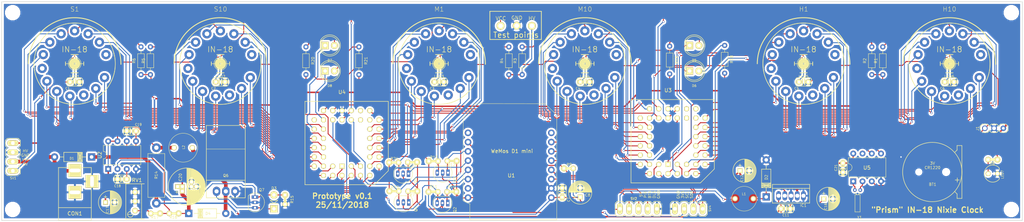
<source format=kicad_pcb>
(kicad_pcb (version 20171130) (host pcbnew 5.0.1-33cea8e~68~ubuntu18.04.1)
  (layers (0 F.Cu signal) (31 B.Cu signal) (34 B.Paste user) (35 F.Paste user) (36 B.SilkS user) (37 F.SilkS user) (38 B.Mask user) (39 F.Mask user) (44 Edge.Cuts user))
  (net 0 "")
  (net 1 "Net-(H1-PadA)")
  (net 2 "Net-(H10-PadA)")
  (net 3 "Net-(M1-PadA)")
  (net 4 "Net-(M10-PadA)")
  (net 5 "Net-(R5-Pad2)")
  (net 6 "Net-(R6-Pad2)")
  (net 7 GND)
  (net 8 "Net-(LED1-Pad4)")
  (net 9 "Net-(LED2-Pad4)")
  (net 10 "Net-(LED3-Pad4)")
  (net 11 "Net-(LED4-Pad4)")
  (net 12 "Net-(LED5-Pad4)")
  (net 13 /VCC)
  (net 14 /PWR_VIN)
  (net 15 /PWR_INPUT)
  (net 16 "Net-(D2-Pad1)")
  (net 17 /DLS)
  (net 18 /BTN1)
  (net 19 /PIR)
  (net 20 /SDA)
  (net 21 /SCL)
  (net 22 "Net-(LED7-PadA)")
  (net 23 "Net-(C17-Pad1)")
  (net 24 /HV)
  (net 25 "Net-(D4-Pad2)")
  (net 26 "Net-(C18-Pad1)")
  (net 27 "Net-(C19-Pad1)")
  (net 28 "Net-(R17-Pad2)")
  (net 29 /H1_0)
  (net 30 /H1_1)
  (net 31 /H1_2)
  (net 32 /H1_3)
  (net 33 /H1_4)
  (net 34 /H1_5)
  (net 35 /H1_6)
  (net 36 /H1_7)
  (net 37 /H1_8)
  (net 38 /H1_9)
  (net 39 /H10_0)
  (net 40 /H10_1)
  (net 41 /H10_2)
  (net 42 /H10_3)
  (net 43 /H10_4)
  (net 44 /H10_5)
  (net 45 /H10_6)
  (net 46 /H10_7)
  (net 47 /H10_8)
  (net 48 /H10_9)
  (net 49 /DATA1)
  (net 50 /DATA2)
  (net 51 /CLK)
  (net 52 /LATCH)
  (net 53 /BLANK)
  (net 54 /M10_0)
  (net 55 /M10_1)
  (net 56 /M10_2)
  (net 57 /M10_3)
  (net 58 /M10_4)
  (net 59 /M10_5)
  (net 60 /M10_6)
  (net 61 /M10_7)
  (net 62 /M10_8)
  (net 63 /M10_9)
  (net 64 /M1_0)
  (net 65 /M1_1)
  (net 66 /M1_2)
  (net 67 /M1_3)
  (net 68 /M1_4)
  (net 69 /M1_5)
  (net 70 /M1_6)
  (net 71 /M1_7)
  (net 72 /M1_8)
  (net 73 /M1_9)
  (net 74 /S1_0)
  (net 75 /S1_1)
  (net 76 /S1_2)
  (net 77 /S1_3)
  (net 78 /S1_4)
  (net 79 /S1_5)
  (net 80 /S1_6)
  (net 81 /S1_7)
  (net 82 /S1_8)
  (net 83 /S1_9)
  (net 84 /S10_0)
  (net 85 /S10_1)
  (net 86 /S10_2)
  (net 87 /S10_3)
  (net 88 /S10_4)
  (net 89 /S10_5)
  (net 90 /S10_6)
  (net 91 /S10_7)
  (net 92 /S10_8)
  (net 93 /S10_9)
  (net 94 "Net-(D5-Pad1)")
  (net 95 "Net-(D5-Pad2)")
  (net 96 "Net-(D6-Pad1)")
  (net 97 "Net-(D6-Pad2)")
  (net 98 "Net-(D7-Pad1)")
  (net 99 "Net-(D7-Pad2)")
  (net 100 "Net-(D8-Pad1)")
  (net 101 "Net-(D8-Pad2)")
  (net 102 "Net-(H1-PadA2)")
  (net 103 "Net-(H10-PadA2)")
  (net 104 "Net-(LED1-Pad2)")
  (net 105 "Net-(M1-PadA2)")
  (net 106 "Net-(M10-PadA2)")
  (net 107 "Net-(S1-PadA2)")
  (net 108 "Net-(S10-PadA2)")
  (net 109 "Net-(U3-Pad18)")
  (net 110 "Net-(BT1-Pad1)")
  (net 111 "Net-(U5-Pad1)")
  (net 112 "Net-(U5-Pad2)")
  (net 113 "Net-(U5-Pad7)")
  (net 114 "Net-(D3-Pad1)")
  (net 115 "Net-(D3-Pad2)")
  (net 116 /LED_DATA)
  (net 117 /DATA1_3V3)
  (net 118 /3V3)
  (net 119 /BLANK_3V3)
  (net 120 /CLK_3V3)
  (net 121 /LATCH_3V3)
  (net 122 "Net-(U1-Pad8)")
  (net 123 "Net-(U1-Pad15)")
  (net 124 "Net-(U1-Pad9)")
  (module NixieClockMaster:R_Short_P7.62mm_Horizontal (layer F.Cu) (at 178 118.38 270)
    (fp_text reference R21 (at 3.81 -1.92 270) (layer F.SilkS) (effects (font (size 0.75 0.75) (thickness 0.1))))
    (fp_text value 10k)
    (pad 2 thru_hole oval (at 7.62 0 270) (size 1.4 1.4) (drill 0.7) (layers *.Cu *.Mask) (net 24 /HV))
    (pad 1 thru_hole circle (at 0 0 270) (size 1.4 1.4) (drill 0.7) (layers *.Cu *.Mask) (net 101 "Net-(D8-Pad2)"))
  )
  (module NixieClockMaster:R_Short_P7.62mm_Horizontal (layer F.Cu) (at 163.47 118.38 270)
    (fp_text reference R20 (at 3.81 -1.92 270) (layer F.SilkS) (effects (font (size 0.75 0.75) (thickness 0.1))))
    (fp_text value 10k)
    (pad 2 thru_hole oval (at 7.62 0 270) (size 1.4 1.4) (drill 0.7) (layers *.Cu *.Mask) (net 24 /HV))
    (pad 1 thru_hole circle (at 0 0 270) (size 1.4 1.4) (drill 0.7) (layers *.Cu *.Mask) (net 99 "Net-(D7-Pad2)"))
  )
  (module NixieClockMaster:R_Short_P7.62mm_Horizontal (layer F.Cu) (at 219.14 126 90)
    (fp_text reference R4 (at 3.81 -1.92 90) (layer F.SilkS) (effects (font (size 0.75 0.75) (thickness 0.1))))
    (fp_text value 10k)
    (pad 2 thru_hole oval (at 7.62 0 90) (size 1.4 1.4) (drill 0.7) (layers *.Cu *.Mask) (net 3 "Net-(M1-PadA)"))
    (pad 1 thru_hole circle (at 0 0 90) (size 1.4 1.4) (drill 0.7) (layers *.Cu *.Mask) (net 24 /HV))
  )
  (module NixieClockMaster:R_Short_P7.62mm_Horizontal (layer F.Cu) (at 222.79 126 90)
    (fp_text reference R3 (at 3.81 -1.92 90) (layer F.SilkS) (effects (font (size 0.75 0.75) (thickness 0.1))))
    (fp_text value 10k)
    (pad 2 thru_hole oval (at 7.62 0 90) (size 1.4 1.4) (drill 0.7) (layers *.Cu *.Mask) (net 4 "Net-(M10-PadA)"))
    (pad 1 thru_hole circle (at 0 0 90) (size 1.4 1.4) (drill 0.7) (layers *.Cu *.Mask) (net 24 /HV))
  )
  (module NixieClockMaster:R_Short_P7.62mm_Horizontal (layer F.Cu) (at 120.79 126 90)
    (fp_text reference R5 (at 3.81 -1.92 90) (layer F.SilkS) (effects (font (size 0.75 0.75) (thickness 0.1))))
    (fp_text value 10k)
    (pad 2 thru_hole oval (at 7.62 0 90) (size 1.4 1.4) (drill 0.7) (layers *.Cu *.Mask) (net 5 "Net-(R5-Pad2)"))
    (pad 1 thru_hole circle (at 0 0 90) (size 1.4 1.4) (drill 0.7) (layers *.Cu *.Mask) (net 24 /HV))
  )
  (module NixieClockMaster:R_Short_P7.62mm_Horizontal (layer F.Cu) (at 118.21 126 90)
    (fp_text reference R6 (at 3.81 -1.92 90) (layer F.SilkS) (effects (font (size 0.75 0.75) (thickness 0.1))))
    (fp_text value 10k)
    (pad 2 thru_hole oval (at 7.62 0 90) (size 1.4 1.4) (drill 0.7) (layers *.Cu *.Mask) (net 6 "Net-(R6-Pad2)"))
    (pad 1 thru_hole circle (at 0 0 90) (size 1.4 1.4) (drill 0.7) (layers *.Cu *.Mask) (net 24 /HV))
  )
  (module NixieClockMaster:R_Short_P7.62mm_Horizontal (layer F.Cu) (at 263.26 118.19 270)
    (fp_text reference R19 (at 3.81 -1.92 270) (layer F.SilkS) (effects (font (size 0.75 0.75) (thickness 0.1))))
    (fp_text value 10k)
    (pad 2 thru_hole oval (at 7.62 0 270) (size 1.4 1.4) (drill 0.7) (layers *.Cu *.Mask) (net 24 /HV))
    (pad 1 thru_hole circle (at 0 0 270) (size 1.4 1.4) (drill 0.7) (layers *.Cu *.Mask) (net 95 "Net-(D5-Pad2)"))
  )
  (module NixieClockMaster:R_Short_P7.62mm_Horizontal (layer F.Cu) (at 278.35 117.99 270)
    (fp_text reference R18 (at 3.81 -1.92 270) (layer F.SilkS) (effects (font (size 0.75 0.75) (thickness 0.1))))
    (fp_text value 10k)
    (pad 2 thru_hole oval (at 7.62 0 270) (size 1.4 1.4) (drill 0.7) (layers *.Cu *.Mask) (net 24 /HV))
    (pad 1 thru_hole circle (at 0 0 270) (size 1.4 1.4) (drill 0.7) (layers *.Cu *.Mask) (net 97 "Net-(D6-Pad2)"))
  )
  (module NixieClockMaster:R_Short_P7.62mm_Horizontal (layer F.Cu) (at 321.74 126 90)
    (fp_text reference R1 (at 3.81 -1.92 90) (layer F.SilkS) (effects (font (size 0.75 0.75) (thickness 0.1))))
    (fp_text value 10k)
    (pad 2 thru_hole oval (at 7.62 0 90) (size 1.4 1.4) (drill 0.7) (layers *.Cu *.Mask) (net 2 "Net-(H10-PadA)"))
    (pad 1 thru_hole circle (at 0 0 90) (size 1.4 1.4) (drill 0.7) (layers *.Cu *.Mask) (net 24 /HV))
  )
  (module NixieClockMaster:R-0207_2V (layer F.Cu) (at 187.59 150.11)
    (fp_text reference R24 (at 0.1651 -1.0414) (layer F.SilkS) (effects (font (size 0.75 0.75) (thickness 0.1))))
    (fp_text value 10k)
    (pad 1 thru_hole circle (at -1.27 0) (size 1.5 1.5) (drill 0.8) (layers *.Cu *.Mask F.Paste F.SilkS) (net 13 /VCC))
    (pad 2 thru_hole circle (at 1.27 0) (size 1.5 1.5) (drill 0.8) (layers *.Cu *.Mask F.Paste F.SilkS) (net 52 /LATCH))
  )
  (module NixieClockMaster:R-0207_2V (layer F.Cu) (at 187.66 157.97)
    (fp_text reference R23 (at 0.1651 -1.0414) (layer F.SilkS) (effects (font (size 0.75 0.75) (thickness 0.1))))
    (fp_text value 10k)
    (pad 1 thru_hole circle (at -1.27 0) (size 1.5 1.5) (drill 0.8) (layers *.Cu *.Mask F.Paste F.SilkS) (net 13 /VCC))
    (pad 2 thru_hole circle (at 1.27 0) (size 1.5 1.5) (drill 0.8) (layers *.Cu *.Mask F.Paste F.SilkS) (net 51 /CLK))
  )
  (module NixieClockMaster:R-0207_2V (layer F.Cu) (at 192.67 150.04 180)
    (fp_text reference R22 (at 0.1651 -1.0414 180) (layer F.SilkS) (effects (font (size 0.75 0.75) (thickness 0.1))))
    (fp_text value 10k)
    (pad 2 thru_hole circle (at 1.27 0 180) (size 1.5 1.5) (drill 0.8) (layers *.Cu *.Mask F.Paste F.SilkS) (net 121 /LATCH_3V3))
    (pad 1 thru_hole circle (at -1.27 0 180) (size 1.5 1.5) (drill 0.8) (layers *.Cu *.Mask F.Paste F.SilkS) (net 118 /3V3))
  )
  (module NixieClockMaster:R-0207_2V (layer F.Cu) (at 198.43 149.74)
    (fp_text reference R13 (at 0.1651 -1.0414) (layer F.SilkS) (effects (font (size 0.75 0.75) (thickness 0.1))))
    (fp_text value 10k)
    (pad 1 thru_hole circle (at -1.27 0) (size 1.5 1.5) (drill 0.8) (layers *.Cu *.Mask F.Paste F.SilkS) (net 13 /VCC))
    (pad 2 thru_hole circle (at 1.27 0) (size 1.5 1.5) (drill 0.8) (layers *.Cu *.Mask F.Paste F.SilkS) (net 53 /BLANK))
  )
  (module NixieClockMaster:R-0207_2V (layer F.Cu) (at 203.54 149.69 180)
    (fp_text reference R12 (at 0.1651 -1.0414 180) (layer F.SilkS) (effects (font (size 0.75 0.75) (thickness 0.1))))
    (fp_text value 10k)
    (pad 2 thru_hole circle (at 1.27 0 180) (size 1.5 1.5) (drill 0.8) (layers *.Cu *.Mask F.Paste F.SilkS) (net 119 /BLANK_3V3))
    (pad 1 thru_hole circle (at -1.27 0 180) (size 1.5 1.5) (drill 0.8) (layers *.Cu *.Mask F.Paste F.SilkS) (net 118 /3V3))
  )
  (module NixieClockMaster:R-0207_2V (layer F.Cu) (at 198.37 158.14)
    (fp_text reference R11 (at 0.06 -1.39) (layer F.SilkS) (effects (font (size 0.75 0.75) (thickness 0.1))))
    (fp_text value 10k)
    (pad 1 thru_hole circle (at -1.27 0) (size 1.5 1.5) (drill 0.8) (layers *.Cu *.Mask F.Paste F.SilkS) (net 13 /VCC))
    (pad 2 thru_hole circle (at 1.27 0) (size 1.5 1.5) (drill 0.8) (layers *.Cu *.Mask F.Paste F.SilkS) (net 49 /DATA1))
  )
  (module NixieClockMaster:R-0207_2V (layer F.Cu) (at 203.45 158.14 180)
    (fp_text reference R10 (at 0 1.42 180) (layer F.SilkS) (effects (font (size 0.75 0.75) (thickness 0.1))))
    (fp_text value 10k)
    (pad 2 thru_hole circle (at 1.27 0 180) (size 1.5 1.5) (drill 0.8) (layers *.Cu *.Mask F.Paste F.SilkS) (net 117 /DATA1_3V3))
    (pad 1 thru_hole circle (at -1.27 0 180) (size 1.5 1.5) (drill 0.8) (layers *.Cu *.Mask F.Paste F.SilkS) (net 118 /3V3))
  )
  (module NixieClockMaster:R-0207_2V (layer F.Cu) (at 192.75 157.99 180)
    (fp_text reference R7 (at 0.1651 -1.0414 180) (layer F.SilkS) (effects (font (size 0.75 0.75) (thickness 0.1))))
    (fp_text value 10k)
    (pad 2 thru_hole circle (at 1.27 0 180) (size 1.5 1.5) (drill 0.8) (layers *.Cu *.Mask F.Paste F.SilkS) (net 120 /CLK_3V3))
    (pad 1 thru_hole circle (at -1.27 0 180) (size 1.5 1.5) (drill 0.8) (layers *.Cu *.Mask F.Paste F.SilkS) (net 118 /3V3))
  )
  (module NixieClockMaster:R-0207_2V (layer F.Cu) (at 122.174 164.084 180)
    (fp_text reference R17 (at 0.1651 -1.0414 180) (layer F.SilkS) (effects (font (size 0.75 0.75) (thickness 0.1))))
    (fp_text value 2k2)
    (pad 1 thru_hole circle (at -1.27 0 180) (size 1.50114 1.50114) (drill 0.8001) (layers *.Cu *.Mask F.Paste F.SilkS) (net 27 "Net-(C19-Pad1)"))
    (pad 2 thru_hole circle (at 1.27 0 180) (size 1.50114 1.50114) (drill 0.8001) (layers *.Cu *.Mask F.Paste F.SilkS) (net 28 "Net-(R17-Pad2)"))
  )
  (module NixieClockMaster:R-0207_2V (layer F.Cu) (at 127.254 164.084 180)
    (fp_text reference R16 (at 0.1651 -1.0414 180) (layer F.SilkS) (effects (font (size 0.75 0.75) (thickness 0.1))))
    (fp_text value 390k)
    (pad 1 thru_hole circle (at -1.27 0 180) (size 1.50114 1.50114) (drill 0.8001) (layers *.Cu *.Mask F.Paste F.SilkS) (net 24 /HV))
    (pad 2 thru_hole circle (at 1.27 0 180) (size 1.50114 1.50114) (drill 0.8001) (layers *.Cu *.Mask F.Paste F.SilkS) (net 27 "Net-(C19-Pad1)"))
  )
  (module NixieClockMaster:R-0207_2V (layer F.Cu) (at 157.734 160.274 270)
    (fp_text reference R15 (at -0.014 -1.916 270) (layer F.SilkS) (effects (font (size 0.75 0.75) (thickness 0.1))))
    (fp_text value R)
    (pad 1 thru_hole circle (at -1.27 0 270) (size 1.50114 1.50114) (drill 0.8001) (layers *.Cu *.Mask F.Paste F.SilkS) (net 115 "Net-(D3-Pad2)"))
    (pad 2 thru_hole circle (at 1.27 0 270) (size 1.50114 1.50114) (drill 0.8001) (layers *.Cu *.Mask F.Paste F.SilkS) (net 7 GND))
  )
  (module NixieClockMaster:R-0207_2V (layer F.Cu) (at 235.53 151.73)
    (fp_text reference R9 (at 0.1651 -1.0414) (layer F.SilkS) (effects (font (size 0.75 0.75) (thickness 0.1))))
    (fp_text value 10k)
    (pad 1 thru_hole circle (at -1.27 0) (size 1.50114 1.50114) (drill 0.8001) (layers *.Cu *.Mask F.Paste F.SilkS) (net 17 /DLS))
    (pad 2 thru_hole circle (at 1.27 0) (size 1.50114 1.50114) (drill 0.8001) (layers *.Cu *.Mask F.Paste F.SilkS) (net 13 /VCC))
  )
  (module NixieClockMaster:R-0207_2V (layer F.Cu) (at 351.91 149.31 180)
    (fp_text reference R8 (at 0.1651 -1.0414 180) (layer F.SilkS) (effects (font (size 0.75 0.75) (thickness 0.1))))
    (fp_text value 3k)
    (pad 1 thru_hole circle (at -1.27 0 180) (size 1.50114 1.50114) (drill 0.8001) (layers *.Cu *.Mask F.Paste F.SilkS) (net 13 /VCC))
    (pad 2 thru_hole circle (at 1.27 0 180) (size 1.50114 1.50114) (drill 0.8001) (layers *.Cu *.Mask F.Paste F.SilkS) (net 22 "Net-(LED7-PadA)"))
  )
  (module NixieClockMaster:R_Short_P7.62mm_Horizontal (layer F.Cu) (at 318.72 126 90)
    (fp_text reference R2 (at 3.81 -1.92 90) (layer F.SilkS) (effects (font (size 0.75 0.75) (thickness 0.1))))
    (fp_text value 10k)
    (pad 2 thru_hole oval (at 7.62 0 90) (size 1.4 1.4) (drill 0.7) (layers *.Cu *.Mask) (net 1 "Net-(H1-PadA)"))
    (pad 1 thru_hole circle (at 0 0 90) (size 1.4 1.4) (drill 0.7) (layers *.Cu *.Mask) (net 24 /HV))
  )
  (module NixieClockMaster:TO-92_inline_2N7000 (layer F.Cu) (at 202.19 161.23 180)
    (fp_text reference Q2 (at -2.16 -1.82 270) (layer F.SilkS) (effects (font (size 0.75 0.75) (thickness 0.1))))
    (fp_text value 2N7000)
    (pad 1 thru_hole rect (at -0.2 0) (size 0.9 1.8) (drill 0.6) (layers *.Cu *.Mask) (net 117 /DATA1_3V3))
    (pad 3 thru_hole oval (at 2.74 0) (size 0.9 1.8) (drill 0.6) (layers *.Cu *.Mask) (net 49 /DATA1))
    (pad 2 thru_hole oval (at 1.27 0) (size 0.9 1.8) (drill 0.6) (layers *.Cu *.Mask) (net 118 /3V3))
  )
  (module NixieClockMaster:TO-92_inline_2N7000 (layer F.Cu) (at 202.24 152.92 180)
    (fp_text reference Q3 (at -2.16 -1.82 270) (layer F.SilkS) (effects (font (size 0.75 0.75) (thickness 0.1))))
    (fp_text value 2N7000)
    (pad 1 thru_hole rect (at -0.2 0) (size 0.9 1.8) (drill 0.6) (layers *.Cu *.Mask) (net 119 /BLANK_3V3))
    (pad 3 thru_hole oval (at 2.74 0) (size 0.9 1.8) (drill 0.6) (layers *.Cu *.Mask) (net 53 /BLANK))
    (pad 2 thru_hole oval (at 1.27 0) (size 0.9 1.8) (drill 0.6) (layers *.Cu *.Mask) (net 118 /3V3))
  )
  (module NixieClockMaster:TO-92_inline_2N7000 (layer F.Cu) (at 191.48 161.06 180)
    (fp_text reference Q4 (at -2.16 -1.82 270) (layer F.SilkS) (effects (font (size 0.75 0.75) (thickness 0.1))))
    (fp_text value 2N7000)
    (pad 1 thru_hole rect (at -0.2 0) (size 0.9 1.8) (drill 0.6) (layers *.Cu *.Mask) (net 120 /CLK_3V3))
    (pad 3 thru_hole oval (at 2.74 0) (size 0.9 1.8) (drill 0.6) (layers *.Cu *.Mask) (net 51 /CLK))
    (pad 2 thru_hole oval (at 1.27 0) (size 0.9 1.8) (drill 0.6) (layers *.Cu *.Mask) (net 118 /3V3))
  )
  (module NixieClockMaster:TO-92_inline_2N7000 (layer F.Cu) (at 191.4 153.17 180)
    (fp_text reference Q5 (at -2.16 -1.82 270) (layer F.SilkS) (effects (font (size 0.75 0.75) (thickness 0.1))))
    (fp_text value 2N7000)
    (pad 1 thru_hole rect (at -0.2 0) (size 0.9 1.8) (drill 0.6) (layers *.Cu *.Mask) (net 121 /LATCH_3V3))
    (pad 3 thru_hole oval (at 2.74 0) (size 0.9 1.8) (drill 0.6) (layers *.Cu *.Mask) (net 52 /LATCH))
    (pad 2 thru_hole oval (at 1.27 0) (size 0.9 1.8) (drill 0.6) (layers *.Cu *.Mask) (net 118 /3V3))
  )
  (module NixieClockMaster:Diode_DO-41_1N4001 (layer F.Cu) (at 289.749 159.5562 90)
    (fp_text reference D2 (at 5.3762 0.031 90) (layer F.SilkS) (effects (font (size 0.75 0.75) (thickness 0.1))))
    (fp_text value 1N5819)
    (pad 2 thru_hole circle (at 10.16 -0.00254 270) (size 1.99898 1.99898) (drill 1) (layers *.Cu *.Mask) (net 7 GND))
    (pad 1 thru_hole rect (at 0 -0.00254 270) (size 1.99898 1.99898) (drill 1) (layers *.Cu *.Mask) (net 16 "Net-(D2-Pad1)"))
  )
  (module NixieClockMaster:Diode_DO-41_1N4001 (layer F.Cu) (at 104.648 148.59 180)
    (fp_text reference D1 (at 5.43052 -0.38354 180) (layer F.SilkS) (effects (font (size 0.635 0.635) (thickness 0.089))))
    (fp_text value UF4007)
    (pad 2 thru_hole circle (at 10.16 -0.00254) (size 1.99898 1.99898) (drill 1) (layers *.Cu *.Mask) (net 15 /PWR_INPUT))
    (pad 1 thru_hole rect (at 0 -0.00254) (size 1.99898 1.99898) (drill 1) (layers *.Cu *.Mask) (net 14 /PWR_VIN))
  )
  (module NixieClockMaster:Diode_DO-41_1N4001 (layer F.Cu) (at 131.318 164.084)
    (fp_text reference D4 (at 5.272 0.026) (layer F.SilkS) (effects (font (size 0.75 0.75) (thickness 0.1))))
    (fp_text value UF4007)
    (pad 2 thru_hole circle (at 10.16 -0.00254 180) (size 1.99898 1.99898) (drill 1) (layers *.Cu *.Mask) (net 25 "Net-(D4-Pad2)"))
    (pad 1 thru_hole rect (at 0 -0.00254 180) (size 1.99898 1.99898) (drill 1) (layers *.Cu *.Mask) (net 24 /HV))
  )
  (module Package_DIP:DIP-8_W7.62mm (layer F.Cu) (at 109.22 151.892 90)
    (fp_text reference U2 (at 3.81 -2.33 90) (layer F.SilkS))
    (fp_text value MC34063A)
    (pad 8 thru_hole oval (at 7.62 0 90) (size 1.6 1.6) (drill 0.8) (layers *.Cu *.Mask) (net 23 "Net-(C17-Pad1)"))
    (pad 4 thru_hole oval (at 0 7.62 90) (size 1.6 1.6) (drill 0.8) (layers *.Cu *.Mask) (net 7 GND))
    (pad 7 thru_hole oval (at 7.62 2.54 90) (size 1.6 1.6) (drill 0.8) (layers *.Cu *.Mask) (net 23 "Net-(C17-Pad1)"))
    (pad 3 thru_hole oval (at 0 5.08 90) (size 1.6 1.6) (drill 0.8) (layers *.Cu *.Mask) (net 26 "Net-(C18-Pad1)"))
    (pad 6 thru_hole oval (at 7.62 5.08 90) (size 1.6 1.6) (drill 0.8) (layers *.Cu *.Mask) (net 14 /PWR_VIN))
    (pad 2 thru_hole oval (at 0 2.54 90) (size 1.6 1.6) (drill 0.8) (layers *.Cu *.Mask) (net 115 "Net-(D3-Pad2)"))
    (pad 5 thru_hole oval (at 7.62 7.62 90) (size 1.6 1.6) (drill 0.8) (layers *.Cu *.Mask) (net 27 "Net-(C19-Pad1)"))
    (pad 1 thru_hole rect (at 0 0 90) (size 1.6 1.6) (drill 0.8) (layers *.Cu *.Mask) (net 23 "Net-(C17-Pad1)"))
  )
  (module NixieClockMaster:TO-92_inline (layer F.Cu) (at 149.49 159.79 270)
    (fp_text reference Q7 (at -2.16 -1.82) (layer F.SilkS) (effects (font (size 0.75 0.75) (thickness 0.1))))
    (fp_text value Q_PNP_BCE)
    (pad 1 thru_hole rect (at -0.2 0 90) (size 0.9 1.8) (drill 0.6) (layers *.Cu *.Mask) (net 115 "Net-(D3-Pad2)"))
    (pad 3 thru_hole oval (at 2.74 0 90) (size 0.9 1.8) (drill 0.6) (layers *.Cu *.Mask) (net 114 "Net-(D3-Pad1)"))
    (pad 2 thru_hole oval (at 1.27 0 90) (size 0.9 1.8) (drill 0.6) (layers *.Cu *.Mask) (net 7 GND))
  )
  (module NixieClockMaster:R_2W (layer F.Cu) (at 122.428 146.05 270)
    (fp_text reference R14 (at 7.5184 0.0381 270) (layer F.SilkS) (effects (font (size 0.75 0.75) (thickness 0.1))))
    (fp_text value "0R22 2W")
    (pad 2 thru_hole oval (at 15.24 0 270) (size 2.4 2.4) (drill 1.2) (layers *.Cu *.Mask) (net 14 /PWR_VIN))
    (pad 1 thru_hole circle (at 0 0 270) (size 2.4 2.4) (drill 1.2) (layers *.Cu *.Mask) (net 23 "Net-(C17-Pad1)"))
  )
  (module NixieClockMaster:Diode_DO-41_SOD81_Vertical_AnodeUp (layer F.Cu) (at 154.686 162.814 90)
    (fp_text reference D3 (at 5.64064 0.0055 180) (layer F.SilkS) (effects (font (size 0.75 0.75) (thickness 0.1))))
    (fp_text value 1N5819)
    (pad 1 thru_hole rect (at 0 0 90) (size 1.99898 1.99898) (drill 1.00076) (layers *.Cu *.Mask F.SilkS) (net 114 "Net-(D3-Pad1)"))
    (pad 2 thru_hole circle (at 3.81 0 90) (size 1.99898 1.99898) (drill 1.00076) (layers *.Cu *.Mask F.SilkS) (net 115 "Net-(D3-Pad2)"))
  )
  (module NixieClockMaster:Inductor-100mH (layer F.Cu) (at 129.794 146.05)
    (fp_text reference L2 (at 0.1016 -0.1016 90) (layer F.SilkS) (effects (font (size 0.635 0.635) (thickness 0.0889))))
    (fp_text value 100uH)
    (pad 2 thru_hole circle (at 2.49936 0) (size 1.4224 1.4224) (drill 0.89916) (layers *.Cu *.Mask F.Paste F.SilkS) (net 25 "Net-(D4-Pad2)"))
    (pad 1 thru_hole circle (at -2.49936 0) (size 1.4224 1.4224) (drill 0.89916) (layers *.Cu *.Mask F.Paste F.SilkS) (net 23 "Net-(C17-Pad1)"))
  )
  (module NixieClockMaster:C_Radial_D10_L11.2_P2.5_3.5_5 (layer F.Cu) (at 130.81 156.718)
    (fp_text reference C20 (at -1.78808 -2.55136 90) (layer F.SilkS) (effects (font (size 0.75 0.75) (thickness 0.1))))
    (fp_text value 2.2uF)
    (fp_text user + (at -2.7432 1.4224) (layer F.SilkS))
    (pad 2 thru_hole circle (at 2.54 0) (size 1.3 1.3) (drill 0.8) (layers *.Cu *.Mask F.SilkS) (net 7 GND))
    (pad 1 thru_hole rect (at -2.54 0) (size 1.3 1.3) (drill 0.8) (layers *.Cu *.Mask F.SilkS) (net 24 /HV))
    (pad 1 thru_hole rect (at -1.27 1.27) (size 1.3 1.3) (drill 0.8) (layers *.Cu *.Mask F.SilkS) (net 24 /HV))
    (pad 2 thru_hole circle (at 1.27 -1.27) (size 1.3 1.3) (drill 0.8) (layers *.Cu *.Mask F.SilkS) (net 7 GND))
    (pad 1 thru_hole rect (at -1.27 0) (size 1.3 1.3) (drill 0.8) (layers *.Cu *.Mask F.SilkS) (net 24 /HV))
    (pad 2 thru_hole circle (at 1.23 0) (size 1.3 1.3) (drill 0.8) (layers *.Cu *.Mask F.SilkS) (net 7 GND))
  )
  (module NixieClockMaster:TO-220-3_H (layer F.Cu) (at 141.478 158.02)
    (fp_text reference Q6 (at 0 -4.318) (layer F.SilkS) (effects (font (size 0.75 0.75) (thickness 0.1))))
    (fp_text value IRF540N)
    (pad 1 thru_hole oval (at -2.54 0) (size 2.032 2.54) (drill 1.143) (layers *.Cu *.Mask) (net 114 "Net-(D3-Pad1)"))
    (pad 3 thru_hole oval (at 2.54 0) (size 2.032 2.54) (drill 1.143) (layers *.Cu *.Mask) (net 7 GND))
    (pad 2 thru_hole oval (at 0 0) (size 2.032 2.54) (drill 1.143) (layers *.Cu *.Mask) (net 25 "Net-(D4-Pad2)"))
  )
  (module NixieClockMaster:MountingHole_3.2mm_M3 (layer F.Cu) (at 357 163)
    (fp_text reference MH1)
    (fp_text value MountingHole_3.2mm_M3)
    (pad 1 np_thru_hole circle (at 0 0) (size 3.2 3.2) (drill 3.2) (layers *.Cu *.Mask))
  )
  (module NixieClockMaster:MountingHole_3.2mm_M3 (layer F.Cu) (at 357 109)
    (fp_text reference MH1)
    (fp_text value MountingHole_3.2mm_M3)
    (pad 1 np_thru_hole circle (at 0 0) (size 3.2 3.2) (drill 3.2) (layers *.Cu *.Mask))
  )
  (module NixieClockMaster:MountingHole_3.2mm_M3 (layer F.Cu) (at 83 109)
    (fp_text reference MH1)
    (fp_text value MountingHole_3.2mm_M3)
    (pad 1 np_thru_hole circle (at 0 0) (size 3.2 3.2) (drill 3.2) (layers *.Cu *.Mask))
  )
  (module NixieClockMaster:C025-024X044 (layer F.Cu) (at 100 128)
    (fp_text reference C1 (at -1.9177 1.778) (layer F.SilkS) (effects (font (size 0.635 0.635) (thickness 0.0889))))
    (fp_text value 100nF)
    (pad 1 thru_hole circle (at -1.27 0) (size 1.50114 1.50114) (drill 0.8001) (layers *.Cu *.Mask F.Paste F.SilkS) (net 13 /VCC))
    (pad 2 thru_hole circle (at 1.27 0) (size 1.50114 1.50114) (drill 0.8001) (layers *.Cu *.Mask F.Paste F.SilkS) (net 7 GND))
  )
  (module NixieClockMaster:C025-024X044 (layer F.Cu) (at 140 128)
    (fp_text reference C2 (at -1.9177 1.778) (layer F.SilkS) (effects (font (size 0.635 0.635) (thickness 0.0889))))
    (fp_text value 100nF)
    (pad 1 thru_hole circle (at -1.27 0) (size 1.50114 1.50114) (drill 0.8001) (layers *.Cu *.Mask F.Paste F.SilkS) (net 13 /VCC))
    (pad 2 thru_hole circle (at 1.27 0) (size 1.50114 1.50114) (drill 0.8001) (layers *.Cu *.Mask F.Paste F.SilkS) (net 7 GND))
  )
  (module NixieClockMaster:C025-024X044 (layer F.Cu) (at 200 128)
    (fp_text reference C3 (at -1.9177 1.778) (layer F.SilkS) (effects (font (size 0.635 0.635) (thickness 0.0889))))
    (fp_text value 100nF)
    (pad 1 thru_hole circle (at -1.27 0) (size 1.50114 1.50114) (drill 0.8001) (layers *.Cu *.Mask F.Paste F.SilkS) (net 13 /VCC))
    (pad 2 thru_hole circle (at 1.27 0) (size 1.50114 1.50114) (drill 0.8001) (layers *.Cu *.Mask F.Paste F.SilkS) (net 7 GND))
  )
  (module NixieClockMaster:C025-024X044 (layer F.Cu) (at 240 128)
    (fp_text reference C4 (at -1.9177 1.778) (layer F.SilkS) (effects (font (size 0.635 0.635) (thickness 0.0889))))
    (fp_text value 100nF)
    (pad 1 thru_hole circle (at -1.27 0) (size 1.50114 1.50114) (drill 0.8001) (layers *.Cu *.Mask F.Paste F.SilkS) (net 13 /VCC))
    (pad 2 thru_hole circle (at 1.27 0) (size 1.50114 1.50114) (drill 0.8001) (layers *.Cu *.Mask F.Paste F.SilkS) (net 7 GND))
  )
  (module NixieClockMaster:C025-024X044 (layer F.Cu) (at 300 128)
    (fp_text reference C5 (at -1.9177 1.778) (layer F.SilkS) (effects (font (size 0.635 0.635) (thickness 0.0889))))
    (fp_text value 100nF)
    (pad 1 thru_hole circle (at -1.27 0) (size 1.50114 1.50114) (drill 0.8001) (layers *.Cu *.Mask F.Paste F.SilkS) (net 13 /VCC))
    (pad 2 thru_hole circle (at 1.27 0) (size 1.50114 1.50114) (drill 0.8001) (layers *.Cu *.Mask F.Paste F.SilkS) (net 7 GND))
  )
  (module NixieClockMaster:C025-024X044 (layer F.Cu) (at 340 128)
    (fp_text reference C6 (at -1.9177 1.778) (layer F.SilkS) (effects (font (size 0.635 0.635) (thickness 0.0889))))
    (fp_text value 100nF)
    (pad 1 thru_hole circle (at -1.27 0) (size 1.50114 1.50114) (drill 0.8001) (layers *.Cu *.Mask F.Paste F.SilkS) (net 13 /VCC))
    (pad 2 thru_hole circle (at 1.27 0) (size 1.50114 1.50114) (drill 0.8001) (layers *.Cu *.Mask F.Paste F.SilkS) (net 7 GND))
  )
  (module NixieClockMaster:WS2812B (layer F.Cu) (at 100 123 90)
    (fp_text reference LED1 (at -3.525 -0.025 180) (layer F.SilkS) (effects (font (size 0.75 0.75) (thickness 0.1))))
    (fp_text value WS2812B hide)
    (pad 1 smd rect (at 1.65 -2.75 90) (size 1.4 2.25) (layers F.Cu F.Paste F.Mask) (net 13 /VCC))
    (pad 2 smd rect (at -1.65 -2.75 90) (size 1.4 2.25) (layers F.Cu F.Paste F.Mask) (net 104 "Net-(LED1-Pad2)"))
    (pad 3 smd rect (at -1.65 2.75 90) (size 1.4 2.25) (layers F.Cu F.Paste F.Mask) (net 7 GND))
    (pad 4 smd rect (at 1.65 2.75 90) (size 1.4 2.25) (layers F.Cu F.Paste F.Mask) (net 8 "Net-(LED1-Pad4)"))
  )
  (module NixieClockMaster:WS2812B (layer F.Cu) (at 140 123 90)
    (fp_text reference LED2 (at -3.525 -0.025 180) (layer F.SilkS) (effects (font (size 0.75 0.75) (thickness 0.1))))
    (fp_text value WS2812B hide)
    (pad 1 smd rect (at 1.65 -2.75 90) (size 1.4 2.25) (layers F.Cu F.Paste F.Mask) (net 13 /VCC))
    (pad 2 smd rect (at -1.65 -2.75 90) (size 1.4 2.25) (layers F.Cu F.Paste F.Mask) (net 8 "Net-(LED1-Pad4)"))
    (pad 3 smd rect (at -1.65 2.75 90) (size 1.4 2.25) (layers F.Cu F.Paste F.Mask) (net 7 GND))
    (pad 4 smd rect (at 1.65 2.75 90) (size 1.4 2.25) (layers F.Cu F.Paste F.Mask) (net 9 "Net-(LED2-Pad4)"))
  )
  (module NixieClockMaster:WS2812B (layer F.Cu) (at 200 123 90)
    (fp_text reference LED3 (at -3.525 -0.025 180) (layer F.SilkS) (effects (font (size 0.75 0.75) (thickness 0.1))))
    (fp_text value WS2812B hide)
    (pad 1 smd rect (at 1.65 -2.75 90) (size 1.4 2.25) (layers F.Cu F.Paste F.Mask) (net 13 /VCC))
    (pad 2 smd rect (at -1.65 -2.75 90) (size 1.4 2.25) (layers F.Cu F.Paste F.Mask) (net 9 "Net-(LED2-Pad4)"))
    (pad 3 smd rect (at -1.65 2.75 90) (size 1.4 2.25) (layers F.Cu F.Paste F.Mask) (net 7 GND))
    (pad 4 smd rect (at 1.65 2.75 90) (size 1.4 2.25) (layers F.Cu F.Paste F.Mask) (net 10 "Net-(LED3-Pad4)"))
  )
  (module NixieClockMaster:WS2812B (layer F.Cu) (at 240 123 90)
    (fp_text reference LED4 (at -3.525 -0.025 180) (layer F.SilkS) (effects (font (size 0.75 0.75) (thickness 0.1))))
    (fp_text value WS2812B hide)
    (pad 1 smd rect (at 1.65 -2.75 90) (size 1.4 2.25) (layers F.Cu F.Paste F.Mask) (net 13 /VCC))
    (pad 2 smd rect (at -1.65 -2.75 90) (size 1.4 2.25) (layers F.Cu F.Paste F.Mask) (net 10 "Net-(LED3-Pad4)"))
    (pad 3 smd rect (at -1.65 2.75 90) (size 1.4 2.25) (layers F.Cu F.Paste F.Mask) (net 7 GND))
    (pad 4 smd rect (at 1.65 2.75 90) (size 1.4 2.25) (layers F.Cu F.Paste F.Mask) (net 11 "Net-(LED4-Pad4)"))
  )
  (module NixieClockMaster:WS2812B (layer F.Cu) (at 300 123 90)
    (fp_text reference LED5 (at -3.525 -0.025 180) (layer F.SilkS) (effects (font (size 0.75 0.75) (thickness 0.1))))
    (fp_text value WS2812B hide)
    (pad 1 smd rect (at 1.65 -2.75 90) (size 1.4 2.25) (layers F.Cu F.Paste F.Mask) (net 13 /VCC))
    (pad 2 smd rect (at -1.65 -2.75 90) (size 1.4 2.25) (layers F.Cu F.Paste F.Mask) (net 11 "Net-(LED4-Pad4)"))
    (pad 3 smd rect (at -1.65 2.75 90) (size 1.4 2.25) (layers F.Cu F.Paste F.Mask) (net 7 GND))
    (pad 4 smd rect (at 1.65 2.75 90) (size 1.4 2.25) (layers F.Cu F.Paste F.Mask) (net 12 "Net-(LED5-Pad4)"))
  )
  (module NixieClockMaster:WS2812B (layer F.Cu) (at 340 123 90)
    (fp_text reference LED6 (at -3.525 -0.025 180) (layer F.SilkS) (effects (font (size 0.75 0.75) (thickness 0.1))))
    (fp_text value WS2812B hide)
    (pad 1 smd rect (at 1.65 -2.75 90) (size 1.4 2.25) (layers F.Cu F.Paste F.Mask) (net 13 /VCC))
    (pad 2 smd rect (at -1.65 -2.75 90) (size 1.4 2.25) (layers F.Cu F.Paste F.Mask) (net 12 "Net-(LED5-Pad4)"))
    (pad 3 smd rect (at -1.65 2.75 90) (size 1.4 2.25) (layers F.Cu F.Paste F.Mask) (net 7 GND))
    (pad 4 smd rect (at 1.65 2.75 90) (size 1.4 2.25) (layers F.Cu F.Paste F.Mask) (net 116 /LED_DATA))
  )
  (module NixieClockMaster:C025-024X044 (layer F.Cu) (at 295.083 162.7693 180)
    (fp_text reference C11 (at -0.037 -1.7907 180) (layer F.SilkS) (effects (font (size 0.635 0.635) (thickness 0.0889))))
    (fp_text value 100nF)
    (pad 1 thru_hole circle (at -1.27 0 180) (size 1.50114 1.50114) (drill 0.8001) (layers *.Cu *.Mask F.Paste F.SilkS) (net 7 GND))
    (pad 2 thru_hole circle (at 1.27 0 180) (size 1.50114 1.50114) (drill 0.8001) (layers *.Cu *.Mask F.Paste F.SilkS) (net 14 /PWR_VIN))
  )
  (module NixieClockMaster:C_Radial_D6.3_L11.2_P2.5 (layer F.Cu) (at 282.5481 152.368)
    (fp_text reference C12 (at 0.55372 2.0574 90) (layer F.SilkS) (effects (font (size 0.635 0.635) (thickness 0.0889))))
    (fp_text value 220uF)
    (fp_text user + (at 0 -1.5748) (layer F.SilkS))
    (pad 2 thru_hole circle (at 2.5 0) (size 1.3 1.3) (drill 0.8) (layers *.Cu *.Mask F.SilkS) (net 7 GND))
    (pad 1 thru_hole rect (at 0 0) (size 1.3 1.3) (drill 0.8) (layers *.Cu *.Mask F.SilkS) (net 13 /VCC))
  )
  (module NixieClockMaster:BARREL_JACK (layer F.Cu) (at 100.076 158.496 90)
    (fp_text reference CON1 (at -5.6261 -0.02032 180) (layer F.SilkS))
    (fp_text value BARREL_JACK)
    (pad 1 thru_hole rect (at 6.20014 0 90) (size 3.50012 3.50012) (drill oval 1.00076 2.99974) (layers *.Cu *.Mask F.SilkS) (net 15 /PWR_INPUT))
    (pad 2 thru_hole rect (at 0.20066 0 90) (size 3.50012 3.50012) (drill oval 1.00076 2.99974) (layers *.Cu *.Mask F.SilkS) (net 7 GND))
    (pad 3 thru_hole rect (at 3.2004 4.699 90) (size 3.50012 3.50012) (drill oval 2.99974 1.00076) (layers *.Cu *.Mask F.SilkS) (net 7 GND))
  )
  (module NixieClockMaster:TO220-5A (layer F.Cu) (at 296.5562 156.1272)
    (fp_text reference IC1 (at 2.3738 6.1928 180) (layer F.SilkS) (effects (font (size 0.75 0.75) (thickness 0.1)) (justify left bottom)))
    (fp_text value LM2596T-5)
    (pad 1 thru_hole oval (at -3.4036 3.1054 90) (size 2.54 1.27) (drill 1.1176) (layers *.Cu *.Mask) (net 14 /PWR_VIN))
    (pad 5 thru_hole oval (at 3.4036 3.1054 90) (size 2.54 1.27) (drill 1.1176) (layers *.Cu *.Mask) (net 7 GND))
    (pad 2 thru_hole oval (at -1.7018 3.1054 90) (size 2.54 1.27) (drill 1.1176) (layers *.Cu *.Mask) (net 16 "Net-(D2-Pad1)"))
    (pad 3 thru_hole oval (at 0 3.1054 90) (size 2.54 1.27) (drill 1.1176) (layers *.Cu *.Mask) (net 7 GND))
    (pad 4 thru_hole oval (at 1.7018 3.1054 90) (size 2.54 1.27) (drill 1.1176) (layers *.Cu *.Mask) (net 13 /VCC))
  )
  (module NixieClockMaster:Inductor-33mH-TH-SMD (layer F.Cu) (at 283.7038 160.0388 180)
    (fp_text reference L1 (at 0.06096 1.2954 180) (layer F.SilkS) (effects (font (size 0.635 0.635) (thickness 0.0889))))
    (fp_text value 33uH)
    (pad 1 thru_hole circle (at -2.49936 0 180) (size 1.4224 1.4224) (drill 0.89916) (layers *.Cu *.Mask F.Paste F.SilkS) (net 16 "Net-(D2-Pad1)"))
    (pad 2 thru_hole circle (at 2.49936 0 180) (size 1.4224 1.4224) (drill 0.89916) (layers *.Cu *.Mask F.Paste F.SilkS) (net 13 /VCC))
    (pad 1 smd rect (at -2.286 0 180) (size 2.5 5) (layers F.Cu F.Paste F.Mask) (net 16 "Net-(D2-Pad1)"))
    (pad 2 smd rect (at 2.286 0 180) (size 2.5 5) (layers F.Cu F.Paste F.Mask) (net 13 /VCC))
  )
  (module NixieClockMaster:LED_3MM (layer F.Cu) (at 351.9114 153.1577)
    (fp_text reference LED7 (at 2.667 0.23876 270) (layer F.SilkS) (effects (font (size 0.635 0.635) (thickness 0.0889))))
    (fp_text value Power)
    (pad A thru_hole circle (at -1.27 0) (size 1.3208 1.3208) (drill 0.8128) (layers *.Cu *.Mask F.Paste F.SilkS) (net 22 "Net-(LED7-PadA)"))
    (pad K thru_hole circle (at 1.27 0) (size 1.3208 1.3208) (drill 0.8128) (layers *.Cu *.Mask F.Paste F.SilkS) (net 7 GND))
  )
  (module NixieClockMaster:Header_MA04-1 (layer F.Cu) (at 83.058 148.59 90)
    (fp_text reference SV1 (at -5.7966 0.079) (layer F.SilkS) (effects (font (size 0.635 0.635) (thickness 0.0889))))
    (fp_text value PWR)
    (pad 1 thru_hole oval (at -3.81 0 270) (size 1.524 3.048) (drill 1.016) (layers *.Cu *.Mask F.Paste F.SilkS) (net 13 /VCC))
    (pad 2 thru_hole oval (at -1.27 0 270) (size 1.524 3.048) (drill 1.016) (layers *.Cu *.Mask F.Paste F.SilkS) (net 15 /PWR_INPUT))
    (pad 3 thru_hole oval (at 1.27 0 270) (size 1.524 3.048) (drill 1.016) (layers *.Cu *.Mask F.Paste F.SilkS) (net 7 GND))
    (pad 4 thru_hole oval (at 3.81 0 270) (size 1.524 3.048) (drill 1.016) (layers *.Cu *.Mask F.Paste F.SilkS) (net 24 /HV))
  )
  (module NixieClockMaster:Header_MA05-1 (layer F.Cu) (at 253.41 162.82 180)
    (fp_text reference SV2 (at 0 2.794 180) (layer F.SilkS) (effects (font (size 0.635 0.635) (thickness 0.127))))
    (fp_text value CONN_FRONT)
    (pad 1 thru_hole oval (at -6.35 0) (size 1.524 3.048) (drill 1.016) (layers *.Cu *.Mask F.Paste F.SilkS) (net 7 GND))
    (pad 2 thru_hole oval (at -3.81 0) (size 1.524 3.048) (drill 1.016) (layers *.Cu *.Mask F.Paste F.SilkS) (net 17 /DLS))
    (pad 3 thru_hole oval (at -1.27 0) (size 1.524 3.048) (drill 1.016) (layers *.Cu *.Mask F.Paste F.SilkS) (net 18 /BTN1))
    (pad 4 thru_hole oval (at 1.27 0) (size 1.524 3.048) (drill 1.016) (layers *.Cu *.Mask F.Paste F.SilkS) (net 19 /PIR))
    (pad 5 thru_hole oval (at 3.81 0) (size 1.524 3.048) (drill 1.016) (layers *.Cu *.Mask F.Paste F.SilkS) (net 13 /VCC))
  )
  (module NixieClockMaster:Header_MA04-1 (layer F.Cu) (at 268.5 162.82 180)
    (fp_text reference SV4 (at -5.7966 0.079 90) (layer F.SilkS) (effects (font (size 0.635 0.635) (thickness 0.0889))))
    (fp_text value CONN_RTC)
    (pad 1 thru_hole oval (at -3.81 0) (size 1.524 3.048) (drill 1.016) (layers *.Cu *.Mask F.Paste F.SilkS) (net 21 /SCL))
    (pad 2 thru_hole oval (at -1.27 0) (size 1.524 3.048) (drill 1.016) (layers *.Cu *.Mask F.Paste F.SilkS) (net 20 /SDA))
    (pad 3 thru_hole oval (at 1.27 0) (size 1.524 3.048) (drill 1.016) (layers *.Cu *.Mask F.Paste F.SilkS) (net 118 /3V3))
    (pad 4 thru_hole oval (at 3.81 0) (size 1.524 3.048) (drill 1.016) (layers *.Cu *.Mask F.Paste F.SilkS) (net 7 GND))
  )
  (module NixieClockMaster:TESTPAD_P1-13 (layer F.Cu) (at 216.8529 112.6102)
    (fp_text reference W1)
    (fp_text value VCC (at 0.0762 -2.0447) (layer F.SilkS) (effects (font (thickness 0.127))))
    (pad 1 thru_hole circle (at 0 0) (size 2.159 2.159) (drill 1.3208) (layers *.Cu *.Mask F.Paste F.SilkS) (net 13 /VCC))
  )
  (module NixieClockMaster:TESTPAD_P1-13 (layer F.Cu) (at 221.28 112.56)
    (fp_text reference W2)
    (fp_text value GND (at 0.06 -2.13) (layer F.SilkS) (effects (font (thickness 0.127))))
    (pad 1 thru_hole circle (at 0 0) (size 2.159 2.159) (drill 1.3208) (layers *.Cu *.Mask F.Paste F.SilkS) (net 7 GND))
  )
  (module NixieClockMaster:TESTPAD_P1-13 (layer F.Cu) (at 225.46 112.61)
    (fp_text reference W3)
    (fp_text value HV (at -0.0127 -2.0701) (layer F.SilkS) (effects (font (thickness 0.127))))
    (pad 1 thru_hole circle (at 0 0) (size 2.159 2.159) (drill 1.3208) (layers *.Cu *.Mask F.Paste F.SilkS) (net 24 /HV))
  )
  (module NixieClockMaster:C_Radial_D6.3_L11.2_P2.5 (layer F.Cu) (at 305.53 160.09)
    (fp_text reference C16 (at 0.55372 2.0574 90) (layer F.SilkS) (effects (font (size 0.635 0.635) (thickness 0.0889))))
    (fp_text value 220uF)
    (fp_text user + (at 0 -1.5748) (layer F.SilkS))
    (pad 2 thru_hole circle (at 2.5 0) (size 1.3 1.3) (drill 0.8) (layers *.Cu *.Mask F.SilkS) (net 7 GND))
    (pad 1 thru_hole rect (at 0 0) (size 1.3 1.3) (drill 0.8) (layers *.Cu *.Mask F.SilkS) (net 14 /PWR_VIN))
  )
  (module NixieClockMaster:C_Radial_D6.3_L11.2_P2.5 (layer F.Cu) (at 108.458 161.036)
    (fp_text reference C17 (at 0.55372 2.0574 90) (layer F.SilkS) (effects (font (size 0.635 0.635) (thickness 0.0889))))
    (fp_text value 220uF)
    (fp_text user + (at 0 -1.5748) (layer F.SilkS))
    (pad 2 thru_hole circle (at 2.5 0) (size 1.3 1.3) (drill 0.8) (layers *.Cu *.Mask F.SilkS) (net 7 GND))
    (pad 1 thru_hole rect (at 0 0) (size 1.3 1.3) (drill 0.8) (layers *.Cu *.Mask F.SilkS) (net 23 "Net-(C17-Pad1)"))
  )
  (module NixieClockMaster:C025-024X044 (layer F.Cu) (at 113.03 154.686 180)
    (fp_text reference C18 (at 1.27 -1.864 180) (layer F.SilkS) (effects (font (size 0.635 0.635) (thickness 0.0889))))
    (fp_text value 680pF)
    (pad 1 thru_hole circle (at -1.27 0 180) (size 1.50114 1.50114) (drill 0.8001) (layers *.Cu *.Mask F.Paste F.SilkS) (net 26 "Net-(C18-Pad1)"))
    (pad 2 thru_hole circle (at 1.27 0 180) (size 1.50114 1.50114) (drill 0.8001) (layers *.Cu *.Mask F.Paste F.SilkS) (net 7 GND))
  )
  (module NixieClockMaster:C025-024X044 (layer F.Cu) (at 115.57 141.478 180)
    (fp_text reference C19 (at -1.9177 1.778 180) (layer F.SilkS) (effects (font (size 0.635 0.635) (thickness 0.0889))))
    (fp_text value 100nF)
    (pad 1 thru_hole circle (at -1.27 0 180) (size 1.50114 1.50114) (drill 0.8001) (layers *.Cu *.Mask F.Paste F.SilkS) (net 27 "Net-(C19-Pad1)"))
    (pad 2 thru_hole circle (at 1.27 0 180) (size 1.50114 1.50114) (drill 0.8001) (layers *.Cu *.Mask F.Paste F.SilkS) (net 7 GND))
  )
  (module Potentiometers:Potentiometer_Bourns_3296W_3-8Zoll_Inline_ScrewUp (layer F.Cu) (at 116.586 163.322)
    (fp_text reference RV1 (at 0.524 -8.362) (layer F.SilkS))
    (fp_text value POT)
    (pad 2 thru_hole circle (at 0 -2.54) (size 1.524 1.524) (drill 0.8128) (layers *.Cu *.Mask F.SilkS) (net 7 GND))
    (pad 3 thru_hole circle (at 0 -5.08) (size 1.524 1.524) (drill 0.8128) (layers *.Cu *.Mask F.SilkS) (net 7 GND))
    (pad 1 thru_hole circle (at 0 0) (size 1.524 1.524) (drill 0.8128) (layers *.Cu *.Mask F.SilkS) (net 28 "Net-(R17-Pad2)"))
  )
  (module Sockets:PLCC44 (layer F.Cu) (at 264.08 144.27 90)
    (fp_text reference U3 (at 13.97 -1.27 180) (layer F.SilkS))
    (fp_text value HV5622)
    (pad 1 thru_hole rect (at -6.35 -1.27 90) (size 1.397 1.397) (drill 0.8128) (layers *.Cu *.Mask F.SilkS) (net 36 /H1_7))
    (pad 2 thru_hole circle (at -8.89 1.27 90) (size 1.397 1.397) (drill 0.8128) (layers *.Cu *.Mask F.SilkS) (net 35 /H1_6))
    (pad 3 thru_hole circle (at -6.35 1.27 90) (size 1.397 1.397) (drill 0.8128) (layers *.Cu *.Mask F.SilkS) (net 34 /H1_5))
    (pad 4 thru_hole circle (at -8.89 3.81 90) (size 1.397 1.397) (drill 0.8128) (layers *.Cu *.Mask F.SilkS) (net 33 /H1_4))
    (pad 5 thru_hole circle (at -6.35 3.81 90) (size 1.397 1.397) (drill 0.8128) (layers *.Cu *.Mask F.SilkS) (net 32 /H1_3))
    (pad 6 thru_hole circle (at -8.89 6.35 90) (size 1.397 1.397) (drill 0.8128) (layers *.Cu *.Mask F.SilkS) (net 31 /H1_2))
    (pad 7 thru_hole circle (at -6.35 8.89 90) (size 1.397 1.397) (drill 0.8128) (layers *.Cu *.Mask F.SilkS) (net 30 /H1_1))
    (pad 8 thru_hole circle (at -6.35 6.35 90) (size 1.397 1.397) (drill 0.8128) (layers *.Cu *.Mask F.SilkS) (net 39 /H10_0))
    (pad 9 thru_hole circle (at -3.81 8.89 90) (size 1.397 1.397) (drill 0.8128) (layers *.Cu *.Mask F.SilkS) (net 48 /H10_9))
    (pad 10 thru_hole circle (at -3.81 6.35 90) (size 1.397 1.397) (drill 0.8128) (layers *.Cu *.Mask F.SilkS) (net 47 /H10_8))
    (pad 11 thru_hole circle (at -1.27 8.89 90) (size 1.397 1.397) (drill 0.8128) (layers *.Cu *.Mask F.SilkS) (net 46 /H10_7))
    (pad 12 thru_hole circle (at -1.27 6.35 90) (size 1.397 1.397) (drill 0.8128) (layers *.Cu *.Mask F.SilkS) (net 45 /H10_6))
    (pad 13 thru_hole circle (at 1.27 8.89 90) (size 1.397 1.397) (drill 0.8128) (layers *.Cu *.Mask F.SilkS) (net 44 /H10_5))
    (pad 14 thru_hole circle (at 1.27 6.35 90) (size 1.397 1.397) (drill 0.8128) (layers *.Cu *.Mask F.SilkS) (net 43 /H10_4))
    (pad 15 thru_hole circle (at 3.81 8.89 90) (size 1.397 1.397) (drill 0.8128) (layers *.Cu *.Mask F.SilkS) (net 42 /H10_3))
    (pad 16 thru_hole circle (at 3.81 6.35 90) (size 1.397 1.397) (drill 0.8128) (layers *.Cu *.Mask F.SilkS) (net 41 /H10_2))
    (pad 17 thru_hole circle (at 6.35 8.89 90) (size 1.397 1.397) (drill 0.8128) (layers *.Cu *.Mask F.SilkS) (net 40 /H10_1))
    (pad 18 thru_hole circle (at 8.89 6.35 90) (size 1.397 1.397) (drill 0.8128) (layers *.Cu *.Mask F.SilkS) (net 109 "Net-(U3-Pad18)"))
    (pad 19 thru_hole circle (at 6.35 6.35 90) (size 1.397 1.397) (drill 0.8128) (layers *.Cu *.Mask F.SilkS))
    (pad 20 thru_hole circle (at 8.89 3.81 90) (size 1.397 1.397) (drill 0.8128) (layers *.Cu *.Mask F.SilkS))
    (pad 21 thru_hole circle (at 6.35 3.81 90) (size 1.397 1.397) (drill 0.8128) (layers *.Cu *.Mask F.SilkS))
    (pad 22 thru_hole circle (at 8.89 1.27 90) (size 1.397 1.397) (drill 0.8128) (layers *.Cu *.Mask F.SilkS) (net 13 /VCC))
    (pad 23 thru_hole circle (at 6.35 1.27 90) (size 1.397 1.397) (drill 0.8128) (layers *.Cu *.Mask F.SilkS) (net 51 /CLK))
    (pad 24 thru_hole circle (at 8.89 -1.27 90) (size 1.397 1.397) (drill 0.8128) (layers *.Cu *.Mask F.SilkS) (net 7 GND))
    (pad 25 thru_hole circle (at 6.35 -1.27 90) (size 1.397 1.397) (drill 0.8128) (layers *.Cu *.Mask F.SilkS) (net 13 /VCC))
    (pad 26 thru_hole circle (at 8.89 -3.81 90) (size 1.397 1.397) (drill 0.8128) (layers *.Cu *.Mask F.SilkS) (net 52 /LATCH))
    (pad 27 thru_hole circle (at 6.35 -3.81 90) (size 1.397 1.397) (drill 0.8128) (layers *.Cu *.Mask F.SilkS) (net 50 /DATA2))
    (pad 28 thru_hole circle (at 8.89 -6.35 90) (size 1.397 1.397) (drill 0.8128) (layers *.Cu *.Mask F.SilkS) (net 53 /BLANK))
    (pad 29 thru_hole circle (at 6.35 -8.89 90) (size 1.397 1.397) (drill 0.8128) (layers *.Cu *.Mask F.SilkS))
    (pad 30 thru_hole circle (at 6.35 -6.35 90) (size 1.397 1.397) (drill 0.8128) (layers *.Cu *.Mask F.SilkS) (net 96 "Net-(D6-Pad1)"))
    (pad 31 thru_hole circle (at 3.81 -8.89 90) (size 1.397 1.397) (drill 0.8128) (layers *.Cu *.Mask F.SilkS) (net 94 "Net-(D5-Pad1)"))
    (pad 32 thru_hole circle (at 3.81 -6.35 90) (size 1.397 1.397) (drill 0.8128) (layers *.Cu *.Mask F.SilkS) (net 54 /M10_0))
    (pad 33 thru_hole circle (at 1.27 -8.89 90) (size 1.397 1.397) (drill 0.8128) (layers *.Cu *.Mask F.SilkS) (net 63 /M10_9))
    (pad 34 thru_hole circle (at 1.27 -6.35 90) (size 1.397 1.397) (drill 0.8128) (layers *.Cu *.Mask F.SilkS) (net 62 /M10_8))
    (pad 35 thru_hole circle (at -1.27 -8.89 90) (size 1.397 1.397) (drill 0.8128) (layers *.Cu *.Mask F.SilkS) (net 61 /M10_7))
    (pad 36 thru_hole circle (at -1.27 -6.35 90) (size 1.397 1.397) (drill 0.8128) (layers *.Cu *.Mask F.SilkS) (net 60 /M10_6))
    (pad 37 thru_hole circle (at -3.81 -8.89 90) (size 1.397 1.397) (drill 0.8128) (layers *.Cu *.Mask F.SilkS) (net 59 /M10_5))
    (pad 38 thru_hole circle (at -3.81 -6.35 90) (size 1.397 1.397) (drill 0.8128) (layers *.Cu *.Mask F.SilkS) (net 58 /M10_4))
    (pad 39 thru_hole circle (at -6.35 -8.89 90) (size 1.397 1.397) (drill 0.8128) (layers *.Cu *.Mask F.SilkS) (net 57 /M10_3))
    (pad 40 thru_hole circle (at -8.89 -6.35 90) (size 1.397 1.397) (drill 0.8128) (layers *.Cu *.Mask F.SilkS) (net 56 /M10_2))
    (pad 41 thru_hole circle (at -6.35 -6.35 90) (size 1.397 1.397) (drill 0.8128) (layers *.Cu *.Mask F.SilkS) (net 55 /M10_1))
    (pad 42 thru_hole circle (at -8.89 -3.81 90) (size 1.397 1.397) (drill 0.8128) (layers *.Cu *.Mask F.SilkS) (net 29 /H1_0))
    (pad 43 thru_hole circle (at -6.35 -3.81 90) (size 1.397 1.397) (drill 0.8128) (layers *.Cu *.Mask F.SilkS) (net 38 /H1_9))
    (pad 44 thru_hole circle (at -8.89 -1.27 90) (size 1.397 1.397) (drill 0.8128) (layers *.Cu *.Mask F.SilkS) (net 37 /H1_8))
  )
  (module Sockets:PLCC44 (layer F.Cu) (at 174.63 144.77 90)
    (fp_text reference U4 (at 13.97 -1.27 180) (layer F.SilkS))
    (fp_text value HV5622)
    (pad 1 thru_hole rect (at -6.35 -1.27 90) (size 1.397 1.397) (drill 0.8128) (layers *.Cu *.Mask F.SilkS) (net 91 /S10_7))
    (pad 2 thru_hole circle (at -8.89 1.27 90) (size 1.397 1.397) (drill 0.8128) (layers *.Cu *.Mask F.SilkS) (net 90 /S10_6))
    (pad 3 thru_hole circle (at -6.35 1.27 90) (size 1.397 1.397) (drill 0.8128) (layers *.Cu *.Mask F.SilkS) (net 89 /S10_5))
    (pad 4 thru_hole circle (at -8.89 3.81 90) (size 1.397 1.397) (drill 0.8128) (layers *.Cu *.Mask F.SilkS) (net 88 /S10_4))
    (pad 5 thru_hole circle (at -6.35 3.81 90) (size 1.397 1.397) (drill 0.8128) (layers *.Cu *.Mask F.SilkS) (net 87 /S10_3))
    (pad 6 thru_hole circle (at -8.89 6.35 90) (size 1.397 1.397) (drill 0.8128) (layers *.Cu *.Mask F.SilkS) (net 86 /S10_2))
    (pad 7 thru_hole circle (at -6.35 8.89 90) (size 1.397 1.397) (drill 0.8128) (layers *.Cu *.Mask F.SilkS) (net 85 /S10_1))
    (pad 8 thru_hole circle (at -6.35 6.35 90) (size 1.397 1.397) (drill 0.8128) (layers *.Cu *.Mask F.SilkS) (net 64 /M1_0))
    (pad 9 thru_hole circle (at -3.81 8.89 90) (size 1.397 1.397) (drill 0.8128) (layers *.Cu *.Mask F.SilkS) (net 73 /M1_9))
    (pad 10 thru_hole circle (at -3.81 6.35 90) (size 1.397 1.397) (drill 0.8128) (layers *.Cu *.Mask F.SilkS) (net 72 /M1_8))
    (pad 11 thru_hole circle (at -1.27 8.89 90) (size 1.397 1.397) (drill 0.8128) (layers *.Cu *.Mask F.SilkS) (net 71 /M1_7))
    (pad 12 thru_hole circle (at -1.27 6.35 90) (size 1.397 1.397) (drill 0.8128) (layers *.Cu *.Mask F.SilkS) (net 70 /M1_6))
    (pad 13 thru_hole circle (at 1.27 8.89 90) (size 1.397 1.397) (drill 0.8128) (layers *.Cu *.Mask F.SilkS) (net 69 /M1_5))
    (pad 14 thru_hole circle (at 1.27 6.35 90) (size 1.397 1.397) (drill 0.8128) (layers *.Cu *.Mask F.SilkS) (net 68 /M1_4))
    (pad 15 thru_hole circle (at 3.81 8.89 90) (size 1.397 1.397) (drill 0.8128) (layers *.Cu *.Mask F.SilkS) (net 67 /M1_3))
    (pad 16 thru_hole circle (at 3.81 6.35 90) (size 1.397 1.397) (drill 0.8128) (layers *.Cu *.Mask F.SilkS) (net 66 /M1_2))
    (pad 17 thru_hole circle (at 6.35 8.89 90) (size 1.397 1.397) (drill 0.8128) (layers *.Cu *.Mask F.SilkS) (net 65 /M1_1))
    (pad 18 thru_hole circle (at 8.89 6.35 90) (size 1.397 1.397) (drill 0.8128) (layers *.Cu *.Mask F.SilkS) (net 50 /DATA2))
    (pad 19 thru_hole circle (at 6.35 6.35 90) (size 1.397 1.397) (drill 0.8128) (layers *.Cu *.Mask F.SilkS))
    (pad 20 thru_hole circle (at 8.89 3.81 90) (size 1.397 1.397) (drill 0.8128) (layers *.Cu *.Mask F.SilkS))
    (pad 21 thru_hole circle (at 6.35 3.81 90) (size 1.397 1.397) (drill 0.8128) (layers *.Cu *.Mask F.SilkS))
    (pad 22 thru_hole circle (at 8.89 1.27 90) (size 1.397 1.397) (drill 0.8128) (layers *.Cu *.Mask F.SilkS) (net 13 /VCC))
    (pad 23 thru_hole circle (at 6.35 1.27 90) (size 1.397 1.397) (drill 0.8128) (layers *.Cu *.Mask F.SilkS) (net 51 /CLK))
    (pad 24 thru_hole circle (at 8.89 -1.27 90) (size 1.397 1.397) (drill 0.8128) (layers *.Cu *.Mask F.SilkS) (net 7 GND))
    (pad 25 thru_hole circle (at 6.35 -1.27 90) (size 1.397 1.397) (drill 0.8128) (layers *.Cu *.Mask F.SilkS) (net 13 /VCC))
    (pad 26 thru_hole circle (at 8.89 -3.81 90) (size 1.397 1.397) (drill 0.8128) (layers *.Cu *.Mask F.SilkS) (net 52 /LATCH))
    (pad 27 thru_hole circle (at 6.35 -3.81 90) (size 1.397 1.397) (drill 0.8128) (layers *.Cu *.Mask F.SilkS) (net 49 /DATA1))
    (pad 28 thru_hole circle (at 8.89 -6.35 90) (size 1.397 1.397) (drill 0.8128) (layers *.Cu *.Mask F.SilkS) (net 53 /BLANK))
    (pad 29 thru_hole circle (at 6.35 -8.89 90) (size 1.397 1.397) (drill 0.8128) (layers *.Cu *.Mask F.SilkS))
    (pad 30 thru_hole circle (at 6.35 -6.35 90) (size 1.397 1.397) (drill 0.8128) (layers *.Cu *.Mask F.SilkS) (net 100 "Net-(D8-Pad1)"))
    (pad 31 thru_hole circle (at 3.81 -8.89 90) (size 1.397 1.397) (drill 0.8128) (layers *.Cu *.Mask F.SilkS) (net 98 "Net-(D7-Pad1)"))
    (pad 32 thru_hole circle (at 3.81 -6.35 90) (size 1.397 1.397) (drill 0.8128) (layers *.Cu *.Mask F.SilkS) (net 74 /S1_0))
    (pad 33 thru_hole circle (at 1.27 -8.89 90) (size 1.397 1.397) (drill 0.8128) (layers *.Cu *.Mask F.SilkS) (net 83 /S1_9))
    (pad 34 thru_hole circle (at 1.27 -6.35 90) (size 1.397 1.397) (drill 0.8128) (layers *.Cu *.Mask F.SilkS) (net 82 /S1_8))
    (pad 35 thru_hole circle (at -1.27 -8.89 90) (size 1.397 1.397) (drill 0.8128) (layers *.Cu *.Mask F.SilkS) (net 81 /S1_7))
    (pad 36 thru_hole circle (at -1.27 -6.35 90) (size 1.397 1.397) (drill 0.8128) (layers *.Cu *.Mask F.SilkS) (net 80 /S1_6))
    (pad 37 thru_hole circle (at -3.81 -8.89 90) (size 1.397 1.397) (drill 0.8128) (layers *.Cu *.Mask F.SilkS) (net 79 /S1_5))
    (pad 38 thru_hole circle (at -3.81 -6.35 90) (size 1.397 1.397) (drill 0.8128) (layers *.Cu *.Mask F.SilkS) (net 78 /S1_4))
    (pad 39 thru_hole circle (at -6.35 -8.89 90) (size 1.397 1.397) (drill 0.8128) (layers *.Cu *.Mask F.SilkS) (net 77 /S1_3))
    (pad 40 thru_hole circle (at -8.89 -6.35 90) (size 1.397 1.397) (drill 0.8128) (layers *.Cu *.Mask F.SilkS) (net 76 /S1_2))
    (pad 41 thru_hole circle (at -6.35 -6.35 90) (size 1.397 1.397) (drill 0.8128) (layers *.Cu *.Mask F.SilkS) (net 75 /S1_1))
    (pad 42 thru_hole circle (at -8.89 -3.81 90) (size 1.397 1.397) (drill 0.8128) (layers *.Cu *.Mask F.SilkS) (net 84 /S10_0))
    (pad 43 thru_hole circle (at -6.35 -3.81 90) (size 1.397 1.397) (drill 0.8128) (layers *.Cu *.Mask F.SilkS) (net 93 /S10_9))
    (pad 44 thru_hole circle (at -8.89 -1.27 90) (size 1.397 1.397) (drill 0.8128) (layers *.Cu *.Mask F.SilkS) (net 92 /S10_8))
  )
  (module NixieClockMaster:IN-18 (layer F.Cu) (at 140 123)
    (fp_text reference S10 (at 0.025 -14.96 180) (layer F.SilkS) (effects (font (size 1.27 1.27) (thickness 0.1016))))
    (fp_text value IN-18 (at -0.025 -3.91) (layer F.SilkS) (effects (font (size 1.524 1.524))))
    (pad 0 thru_hole circle (at 5.79882 6.79958) (size 2.54 2.54) (drill 1.27) (layers *.Cu *.Paste *.Mask) (net 84 /S10_0))
    (pad 1 thru_hole circle (at -1.29794 8.89762) (size 2.54 2.54) (drill 1.27) (layers *.Cu *.Paste *.Mask) (net 85 /S10_1))
    (pad 2 thru_hole circle (at -4.89966 7.59968) (size 2.54 2.54) (drill 1.27) (layers *.Cu *.Paste *.Mask) (net 86 /S10_2))
    (pad 3 thru_hole circle (at -8.5979 -2.49936) (size 2.54 2.54) (drill 1.27) (layers *.Cu *.Paste *.Mask) (net 87 /S10_3))
    (pad 4 thru_hole circle (at 6.79958 -5.89788) (size 2.54 2.54) (drill 1.27) (layers *.Cu *.Paste *.Mask) (net 88 /S10_4))
    (pad 5 thru_hole circle (at 3.69824 -8.19912) (size 2.54 2.54) (drill 1.27) (layers *.Cu *.Paste *.Mask) (net 89 /S10_5))
    (pad 6 thru_hole circle (at -3.69824 -8.19912) (size 2.54 2.54) (drill 1.27) (layers *.Cu *.Paste *.Mask) (net 90 /S10_6))
    (pad 7 thru_hole circle (at -6.79958 -5.89788) (size 2.54 2.54) (drill 1.27) (layers *.Cu *.Paste *.Mask) (net 91 /S10_7))
    (pad 8 thru_hole circle (at -7.59968 4.79806) (size 2.54 2.54) (drill 1.27) (layers *.Cu *.Paste *.Mask) (net 92 /S10_8))
    (pad 9 thru_hole circle (at 8.19912 3.79984) (size 2.54 2.54) (drill 1.27) (layers *.Cu *.Paste *.Mask) (net 93 /S10_9))
    (pad A thru_hole circle (at 0 -8.99922) (size 2.54 2.54) (drill 1.27) (layers *.Cu *.Paste *.Mask) (net 5 "Net-(R5-Pad2)"))
    (pad A2 thru_hole circle (at 2.49936 8.5979) (size 2.54 2.54) (drill 1.27) (layers *.Cu *.Paste *.Mask) (net 108 "Net-(S10-PadA2)"))
    (pad N/C thru_hole circle (at 8.5979 -2.49936) (size 2.54 2.54) (drill 1.27) (layers *.Cu *.Paste *.Mask))
    (pad N/C2 thru_hole circle (at -8.89762 1.29794) (size 2.54 2.54) (drill 1.27) (layers *.Cu *.Paste *.Mask))
  )
  (module NixieClockMaster:IN-18 (layer F.Cu) (at 100 123)
    (fp_text reference S1 (at 0.025 -14.96 180) (layer F.SilkS) (effects (font (size 1.27 1.27) (thickness 0.1016))))
    (fp_text value IN-18 (at -0.025 -3.91) (layer F.SilkS) (effects (font (size 1.524 1.524))))
    (pad 0 thru_hole circle (at 5.79882 6.79958) (size 2.54 2.54) (drill 1.27) (layers *.Cu *.Paste *.Mask) (net 74 /S1_0))
    (pad 1 thru_hole circle (at -1.29794 8.89762) (size 2.54 2.54) (drill 1.27) (layers *.Cu *.Paste *.Mask) (net 75 /S1_1))
    (pad 2 thru_hole circle (at -4.89966 7.59968) (size 2.54 2.54) (drill 1.27) (layers *.Cu *.Paste *.Mask) (net 76 /S1_2))
    (pad 3 thru_hole circle (at -8.5979 -2.49936) (size 2.54 2.54) (drill 1.27) (layers *.Cu *.Paste *.Mask) (net 77 /S1_3))
    (pad 4 thru_hole circle (at 6.79958 -5.89788) (size 2.54 2.54) (drill 1.27) (layers *.Cu *.Paste *.Mask) (net 78 /S1_4))
    (pad 5 thru_hole circle (at 3.69824 -8.19912) (size 2.54 2.54) (drill 1.27) (layers *.Cu *.Paste *.Mask) (net 79 /S1_5))
    (pad 6 thru_hole circle (at -3.69824 -8.19912) (size 2.54 2.54) (drill 1.27) (layers *.Cu *.Paste *.Mask) (net 80 /S1_6))
    (pad 7 thru_hole circle (at -6.79958 -5.89788) (size 2.54 2.54) (drill 1.27) (layers *.Cu *.Paste *.Mask) (net 81 /S1_7))
    (pad 8 thru_hole circle (at -7.59968 4.79806) (size 2.54 2.54) (drill 1.27) (layers *.Cu *.Paste *.Mask) (net 82 /S1_8))
    (pad 9 thru_hole circle (at 8.19912 3.79984) (size 2.54 2.54) (drill 1.27) (layers *.Cu *.Paste *.Mask) (net 83 /S1_9))
    (pad A thru_hole circle (at 0 -8.99922) (size 2.54 2.54) (drill 1.27) (layers *.Cu *.Paste *.Mask) (net 6 "Net-(R6-Pad2)"))
    (pad A2 thru_hole circle (at 2.49936 8.5979) (size 2.54 2.54) (drill 1.27) (layers *.Cu *.Paste *.Mask) (net 107 "Net-(S1-PadA2)"))
    (pad N/C thru_hole circle (at 8.5979 -2.49936) (size 2.54 2.54) (drill 1.27) (layers *.Cu *.Paste *.Mask))
    (pad N/C2 thru_hole circle (at -8.89762 1.29794) (size 2.54 2.54) (drill 1.27) (layers *.Cu *.Paste *.Mask))
  )
  (module NixieClockMaster:IN-18 (layer F.Cu) (at 240 123)
    (fp_text reference M10 (at 0.025 -14.96 180) (layer F.SilkS) (effects (font (size 1.27 1.27) (thickness 0.1016))))
    (fp_text value IN-18 (at -0.025 -3.91) (layer F.SilkS) (effects (font (size 1.524 1.524))))
    (pad 0 thru_hole circle (at 5.79882 6.79958) (size 2.54 2.54) (drill 1.27) (layers *.Cu *.Paste *.Mask) (net 54 /M10_0))
    (pad 1 thru_hole circle (at -1.29794 8.89762) (size 2.54 2.54) (drill 1.27) (layers *.Cu *.Paste *.Mask) (net 55 /M10_1))
    (pad 2 thru_hole circle (at -4.89966 7.59968) (size 2.54 2.54) (drill 1.27) (layers *.Cu *.Paste *.Mask) (net 56 /M10_2))
    (pad 3 thru_hole circle (at -8.5979 -2.49936) (size 2.54 2.54) (drill 1.27) (layers *.Cu *.Paste *.Mask) (net 57 /M10_3))
    (pad 4 thru_hole circle (at 6.79958 -5.89788) (size 2.54 2.54) (drill 1.27) (layers *.Cu *.Paste *.Mask) (net 58 /M10_4))
    (pad 5 thru_hole circle (at 3.69824 -8.19912) (size 2.54 2.54) (drill 1.27) (layers *.Cu *.Paste *.Mask) (net 59 /M10_5))
    (pad 6 thru_hole circle (at -3.69824 -8.19912) (size 2.54 2.54) (drill 1.27) (layers *.Cu *.Paste *.Mask) (net 60 /M10_6))
    (pad 7 thru_hole circle (at -6.79958 -5.89788) (size 2.54 2.54) (drill 1.27) (layers *.Cu *.Paste *.Mask) (net 61 /M10_7))
    (pad 8 thru_hole circle (at -7.59968 4.79806) (size 2.54 2.54) (drill 1.27) (layers *.Cu *.Paste *.Mask) (net 62 /M10_8))
    (pad 9 thru_hole circle (at 8.19912 3.79984) (size 2.54 2.54) (drill 1.27) (layers *.Cu *.Paste *.Mask) (net 63 /M10_9))
    (pad A thru_hole circle (at 0 -8.99922) (size 2.54 2.54) (drill 1.27) (layers *.Cu *.Paste *.Mask) (net 4 "Net-(M10-PadA)"))
    (pad A2 thru_hole circle (at 2.49936 8.5979) (size 2.54 2.54) (drill 1.27) (layers *.Cu *.Paste *.Mask) (net 106 "Net-(M10-PadA2)"))
    (pad N/C thru_hole circle (at 8.5979 -2.49936) (size 2.54 2.54) (drill 1.27) (layers *.Cu *.Paste *.Mask))
    (pad N/C2 thru_hole circle (at -8.89762 1.29794) (size 2.54 2.54) (drill 1.27) (layers *.Cu *.Paste *.Mask))
  )
  (module NixieClockMaster:IN-18 (layer F.Cu) (at 200 123)
    (fp_text reference M1 (at 0.025 -14.96 180) (layer F.SilkS) (effects (font (size 1.27 1.27) (thickness 0.1016))))
    (fp_text value IN-18 (at -0.025 -3.91) (layer F.SilkS) (effects (font (size 1.524 1.524))))
    (pad 0 thru_hole circle (at 5.79882 6.79958) (size 2.54 2.54) (drill 1.27) (layers *.Cu *.Paste *.Mask) (net 64 /M1_0))
    (pad 1 thru_hole circle (at -1.29794 8.89762) (size 2.54 2.54) (drill 1.27) (layers *.Cu *.Paste *.Mask) (net 65 /M1_1))
    (pad 2 thru_hole circle (at -4.89966 7.59968) (size 2.54 2.54) (drill 1.27) (layers *.Cu *.Paste *.Mask) (net 66 /M1_2))
    (pad 3 thru_hole circle (at -8.5979 -2.49936) (size 2.54 2.54) (drill 1.27) (layers *.Cu *.Paste *.Mask) (net 67 /M1_3))
    (pad 4 thru_hole circle (at 6.79958 -5.89788) (size 2.54 2.54) (drill 1.27) (layers *.Cu *.Paste *.Mask) (net 68 /M1_4))
    (pad 5 thru_hole circle (at 3.69824 -8.19912) (size 2.54 2.54) (drill 1.27) (layers *.Cu *.Paste *.Mask) (net 69 /M1_5))
    (pad 6 thru_hole circle (at -3.69824 -8.19912) (size 2.54 2.54) (drill 1.27) (layers *.Cu *.Paste *.Mask) (net 70 /M1_6))
    (pad 7 thru_hole circle (at -6.79958 -5.89788) (size 2.54 2.54) (drill 1.27) (layers *.Cu *.Paste *.Mask) (net 71 /M1_7))
    (pad 8 thru_hole circle (at -7.59968 4.79806) (size 2.54 2.54) (drill 1.27) (layers *.Cu *.Paste *.Mask) (net 72 /M1_8))
    (pad 9 thru_hole circle (at 8.19912 3.79984) (size 2.54 2.54) (drill 1.27) (layers *.Cu *.Paste *.Mask) (net 73 /M1_9))
    (pad A thru_hole circle (at 0 -8.99922) (size 2.54 2.54) (drill 1.27) (layers *.Cu *.Paste *.Mask) (net 3 "Net-(M1-PadA)"))
    (pad A2 thru_hole circle (at 2.49936 8.5979) (size 2.54 2.54) (drill 1.27) (layers *.Cu *.Paste *.Mask) (net 105 "Net-(M1-PadA2)"))
    (pad N/C thru_hole circle (at 8.5979 -2.49936) (size 2.54 2.54) (drill 1.27) (layers *.Cu *.Paste *.Mask))
    (pad N/C2 thru_hole circle (at -8.89762 1.29794) (size 2.54 2.54) (drill 1.27) (layers *.Cu *.Paste *.Mask))
  )
  (module NixieClockMaster:IN-18 (layer F.Cu) (at 340 123)
    (fp_text reference H10 (at 0.025 -14.96 180) (layer F.SilkS) (effects (font (size 1.27 1.27) (thickness 0.1016))))
    (fp_text value IN-18 (at -0.025 -3.91) (layer F.SilkS) (effects (font (size 1.524 1.524))))
    (pad 0 thru_hole circle (at 5.79882 6.79958) (size 2.54 2.54) (drill 1.27) (layers *.Cu *.Paste *.Mask) (net 39 /H10_0))
    (pad 1 thru_hole circle (at -1.29794 8.89762) (size 2.54 2.54) (drill 1.27) (layers *.Cu *.Paste *.Mask) (net 40 /H10_1))
    (pad 2 thru_hole circle (at -4.89966 7.59968) (size 2.54 2.54) (drill 1.27) (layers *.Cu *.Paste *.Mask) (net 41 /H10_2))
    (pad 3 thru_hole circle (at -8.5979 -2.49936) (size 2.54 2.54) (drill 1.27) (layers *.Cu *.Paste *.Mask) (net 42 /H10_3))
    (pad 4 thru_hole circle (at 6.79958 -5.89788) (size 2.54 2.54) (drill 1.27) (layers *.Cu *.Paste *.Mask) (net 43 /H10_4))
    (pad 5 thru_hole circle (at 3.69824 -8.19912) (size 2.54 2.54) (drill 1.27) (layers *.Cu *.Paste *.Mask) (net 44 /H10_5))
    (pad 6 thru_hole circle (at -3.69824 -8.19912) (size 2.54 2.54) (drill 1.27) (layers *.Cu *.Paste *.Mask) (net 45 /H10_6))
    (pad 7 thru_hole circle (at -6.79958 -5.89788) (size 2.54 2.54) (drill 1.27) (layers *.Cu *.Paste *.Mask) (net 46 /H10_7))
    (pad 8 thru_hole circle (at -7.59968 4.79806) (size 2.54 2.54) (drill 1.27) (layers *.Cu *.Paste *.Mask) (net 47 /H10_8))
    (pad 9 thru_hole circle (at 8.19912 3.79984) (size 2.54 2.54) (drill 1.27) (layers *.Cu *.Paste *.Mask) (net 48 /H10_9))
    (pad A thru_hole circle (at 0 -8.99922) (size 2.54 2.54) (drill 1.27) (layers *.Cu *.Paste *.Mask) (net 2 "Net-(H10-PadA)"))
    (pad A2 thru_hole circle (at 2.49936 8.5979) (size 2.54 2.54) (drill 1.27) (layers *.Cu *.Paste *.Mask) (net 103 "Net-(H10-PadA2)"))
    (pad N/C thru_hole circle (at 8.5979 -2.49936) (size 2.54 2.54) (drill 1.27) (layers *.Cu *.Paste *.Mask))
    (pad N/C2 thru_hole circle (at -8.89762 1.29794) (size 2.54 2.54) (drill 1.27) (layers *.Cu *.Paste *.Mask))
  )
  (module NixieClockMaster:IN-18 (layer F.Cu) (at 300 123)
    (fp_text reference H1 (at 0.025 -14.96 180) (layer F.SilkS) (effects (font (size 1.27 1.27) (thickness 0.1016))))
    (fp_text value IN-18 (at -0.025 -3.91) (layer F.SilkS) (effects (font (size 1.524 1.524))))
    (pad 0 thru_hole circle (at 5.79882 6.79958) (size 2.54 2.54) (drill 1.27) (layers *.Cu *.Paste *.Mask) (net 29 /H1_0))
    (pad 1 thru_hole circle (at -1.29794 8.89762) (size 2.54 2.54) (drill 1.27) (layers *.Cu *.Paste *.Mask) (net 30 /H1_1))
    (pad 2 thru_hole circle (at -4.89966 7.59968) (size 2.54 2.54) (drill 1.27) (layers *.Cu *.Paste *.Mask) (net 31 /H1_2))
    (pad 3 thru_hole circle (at -8.5979 -2.49936) (size 2.54 2.54) (drill 1.27) (layers *.Cu *.Paste *.Mask) (net 32 /H1_3))
    (pad 4 thru_hole circle (at 6.79958 -5.89788) (size 2.54 2.54) (drill 1.27) (layers *.Cu *.Paste *.Mask) (net 33 /H1_4))
    (pad 5 thru_hole circle (at 3.69824 -8.19912) (size 2.54 2.54) (drill 1.27) (layers *.Cu *.Paste *.Mask) (net 34 /H1_5))
    (pad 6 thru_hole circle (at -3.69824 -8.19912) (size 2.54 2.54) (drill 1.27) (layers *.Cu *.Paste *.Mask) (net 35 /H1_6))
    (pad 7 thru_hole circle (at -6.79958 -5.89788) (size 2.54 2.54) (drill 1.27) (layers *.Cu *.Paste *.Mask) (net 36 /H1_7))
    (pad 8 thru_hole circle (at -7.59968 4.79806) (size 2.54 2.54) (drill 1.27) (layers *.Cu *.Paste *.Mask) (net 37 /H1_8))
    (pad 9 thru_hole circle (at 8.19912 3.79984) (size 2.54 2.54) (drill 1.27) (layers *.Cu *.Paste *.Mask) (net 38 /H1_9))
    (pad A thru_hole circle (at 0 -8.99922) (size 2.54 2.54) (drill 1.27) (layers *.Cu *.Paste *.Mask) (net 1 "Net-(H1-PadA)"))
    (pad A2 thru_hole circle (at 2.49936 8.5979) (size 2.54 2.54) (drill 1.27) (layers *.Cu *.Paste *.Mask) (net 102 "Net-(H1-PadA2)"))
    (pad N/C thru_hole circle (at 8.5979 -2.49936) (size 2.54 2.54) (drill 1.27) (layers *.Cu *.Paste *.Mask))
    (pad N/C2 thru_hole circle (at -8.89762 1.29794) (size 2.54 2.54) (drill 1.27) (layers *.Cu *.Paste *.Mask))
  )
  (module NixieClockMaster:LED-5MM-Centred (layer F.Cu) (at 270 118)
    (fp_text reference D5 (at 0 4.064) (layer F.SilkS) (effects (font (size 0.635 0.635) (thickness 0.0889))))
    (fp_text value LED)
    (pad 1 thru_hole rect (at -1.27 0 90) (size 2 1.9) (drill 1.00076) (layers *.Cu *.Mask F.SilkS) (net 94 "Net-(D5-Pad1)"))
    (pad 2 thru_hole circle (at 1.27 0) (size 1.9 1.9) (drill 1.00076) (layers *.Cu *.Mask F.SilkS) (net 95 "Net-(D5-Pad2)"))
  )
  (module NixieClockMaster:LED-5MM-Centred (layer F.Cu) (at 270 125)
    (fp_text reference D6 (at 0 4.064) (layer F.SilkS) (effects (font (size 0.635 0.635) (thickness 0.0889))))
    (fp_text value LED)
    (pad 1 thru_hole rect (at -1.27 0 90) (size 2 1.9) (drill 1.00076) (layers *.Cu *.Mask F.SilkS) (net 96 "Net-(D6-Pad1)"))
    (pad 2 thru_hole circle (at 1.27 0) (size 1.9 1.9) (drill 1.00076) (layers *.Cu *.Mask F.SilkS) (net 97 "Net-(D6-Pad2)"))
  )
  (module NixieClockMaster:LED-5MM-Centred (layer F.Cu) (at 170 118)
    (fp_text reference D7 (at 0 4.064) (layer F.SilkS) (effects (font (size 0.635 0.635) (thickness 0.0889))))
    (fp_text value LED)
    (pad 1 thru_hole rect (at -1.27 0 90) (size 2 1.9) (drill 1.00076) (layers *.Cu *.Mask F.SilkS) (net 98 "Net-(D7-Pad1)"))
    (pad 2 thru_hole circle (at 1.27 0) (size 1.9 1.9) (drill 1.00076) (layers *.Cu *.Mask F.SilkS) (net 99 "Net-(D7-Pad2)"))
  )
  (module NixieClockMaster:LED-5MM-Centred (layer F.Cu) (at 170 125)
    (fp_text reference D8 (at 0 4.064) (layer F.SilkS) (effects (font (size 0.635 0.635) (thickness 0.0889))))
    (fp_text value LED)
    (pad 1 thru_hole rect (at -1.27 0 90) (size 2 1.9) (drill 1.00076) (layers *.Cu *.Mask F.SilkS) (net 100 "Net-(D8-Pad1)"))
    (pad 2 thru_hole circle (at 1.27 0) (size 1.9 1.9) (drill 1.00076) (layers *.Cu *.Mask F.SilkS) (net 101 "Net-(D8-Pad2)"))
  )
  (module NixieClockMaster:CR1220-CoinCell (layer F.Cu) (at 335.31 152.72 180)
    (fp_text reference BT1 (at -0.086513 -3.392741 180) (layer F.SilkS) (effects (font (size 0.75 0.75) (thickness 0.1))))
    (fp_text value Battery_Cell)
    (fp_text user + (at -6.854034 -2.074439 180) (layer F.SilkS) (effects (font (size 1.5 1.5))))
    (pad 1 smd rect (at -9.144 0 270) (size 3 3) (layers F.Cu F.Paste F.Mask) (net 110 "Net-(BT1-Pad1)"))
    (pad 2 smd rect (at 9.144 0 270) (size 3 3) (layers F.Cu F.Paste F.Mask) (net 7 GND))
    (pad "" np_thru_hole circle (at -3.8 0 180) (size 1.2 1.2) (drill 1.2) (layers F.Cu))
    (pad "" np_thru_hole circle (at 3.7 0 180) (size 0.95 0.95) (drill 0.95) (layers F.Cu))
  )
  (module NixieClockMaster:C025-024X044 (layer F.Cu) (at 310.782 151.538 270)
    (fp_text reference C21 (at 0.002 1.912 270) (layer F.SilkS) (effects (font (size 0.635 0.635) (thickness 0.0889))))
    (fp_text value C)
    (pad 1 thru_hole circle (at -1.27 0 270) (size 1.50114 1.50114) (drill 0.8001) (layers *.Cu *.Mask F.Paste F.SilkS) (net 13 /VCC))
    (pad 2 thru_hole circle (at 1.27 0 270) (size 1.50114 1.50114) (drill 0.8001) (layers *.Cu *.Mask F.Paste F.SilkS) (net 7 GND))
  )
  (module Package_DIP:DIP-8_W7.62mm (layer F.Cu) (at 313.63 155.27 90)
    (fp_text reference U5 (at 3.732 3.756 180) (layer F.SilkS))
    (fp_text value DS1307+)
    (pad 1 thru_hole rect (at 0 0 90) (size 1.6 1.6) (drill 0.8) (layers *.Cu *.Mask) (net 111 "Net-(U5-Pad1)"))
    (pad 5 thru_hole oval (at 7.62 7.62 90) (size 1.6 1.6) (drill 0.8) (layers *.Cu *.Mask) (net 20 /SDA))
    (pad 2 thru_hole oval (at 0 2.54 90) (size 1.6 1.6) (drill 0.8) (layers *.Cu *.Mask) (net 112 "Net-(U5-Pad2)"))
    (pad 6 thru_hole oval (at 7.62 5.08 90) (size 1.6 1.6) (drill 0.8) (layers *.Cu *.Mask) (net 21 /SCL))
    (pad 3 thru_hole oval (at 0 5.08 90) (size 1.6 1.6) (drill 0.8) (layers *.Cu *.Mask) (net 110 "Net-(BT1-Pad1)"))
    (pad 7 thru_hole oval (at 7.62 2.54 90) (size 1.6 1.6) (drill 0.8) (layers *.Cu *.Mask) (net 113 "Net-(U5-Pad7)"))
    (pad 4 thru_hole oval (at 0 7.62 90) (size 1.6 1.6) (drill 0.8) (layers *.Cu *.Mask) (net 7 GND))
    (pad 8 thru_hole oval (at 7.62 0 90) (size 1.6 1.6) (drill 0.8) (layers *.Cu *.Mask) (net 13 /VCC))
  )
  (module NixieClockMaster:Crystal_DS10_d1.0mm_l4.3mm_Horizontal (layer F.Cu) (at 314.055 157.67)
    (fp_text reference Y1 (at 1.3222 7.5057) (layer F.SilkS) (effects (font (size 0.75 0.75) (thickness 0.1))))
    (fp_text value Crystal_Small)
    (pad 1 thru_hole circle (at 0 0) (size 1 1) (drill 0.5) (layers *.Cu *.Mask) (net 111 "Net-(U5-Pad1)"))
    (pad 2 thru_hole circle (at 1.5 0) (size 1 1) (drill 0.5) (layers *.Cu *.Mask) (net 112 "Net-(U5-Pad2)"))
  )
  (module NixieClockMaster:MountingHole_3.2mm_M3 (layer F.Cu) (at 83 163)
    (fp_text reference MH1)
    (fp_text value MountingHole_3.2mm_M3)
    (pad 1 np_thru_hole circle (at 0 0) (size 3.2 3.2) (drill 3.2) (layers *.Cu *.Mask))
  )
  (module NixieClockMaster:C025-024X044 (layer F.Cu) (at 233.78 158.38 90)
    (fp_text reference C7 (at -1.9177 1.778 90) (layer F.SilkS) (effects (font (size 0.635 0.635) (thickness 0.0889))))
    (fp_text value 100nF)
    (pad 1 thru_hole circle (at -1.27 0 90) (size 1.50114 1.50114) (drill 0.8001) (layers *.Cu *.Mask F.Paste F.SilkS) (net 13 /VCC))
    (pad 2 thru_hole circle (at 1.27 0 90) (size 1.50114 1.50114) (drill 0.8001) (layers *.Cu *.Mask F.Paste F.SilkS) (net 7 GND))
  )
  (module NixieClockMaster:C_Radial_D6.3_L11.2_P2.5 (layer F.Cu) (at 238.71 159.6 90)
    (fp_text reference C8 (at 0.55372 2.0574 180) (layer F.SilkS) (effects (font (size 0.75 0.75) (thickness 0.1))))
    (fp_text value 220uF)
    (fp_text user + (at 0 -1.5748 90) (layer F.SilkS))
    (pad 2 thru_hole circle (at 2.5 0 90) (size 1.3 1.3) (drill 0.8) (layers *.Cu *.Mask F.SilkS) (net 7 GND))
    (pad 1 thru_hole rect (at 0 0 90) (size 1.3 1.3) (drill 0.8) (layers *.Cu *.Mask F.SilkS) (net 13 /VCC))
  )
  (module NixieClockMaster:Header_MA03-1_Small (layer F.Cu) (at 353.54 140.72)
    (fp_text reference J1 (at -5.7966 0.079 -270) (layer F.SilkS) (effects (font (size 0.75 0.75) (thickness 0.1))))
    (fp_text value Conn_01x03)
    (pad 1 thru_hole circle (at -3.81 0 180) (size 1.524 1.524) (drill 1.016) (layers *.Cu *.Mask) (net 116 /LED_DATA))
    (pad 2 thru_hole circle (at -1.27 0 180) (size 1.524 1.524) (drill 1.016) (layers *.Cu *.Mask) (net 7 GND))
    (pad 3 thru_hole circle (at 1.27 0) (size 1.524 1.524) (drill 0.762) (layers *.Cu *.Mask) (net 13 /VCC))
  )
  (module NixieClockMaster:WeMos_D1_mini_board_flipped (layer F.Cu) (at 230.82 159.85 180)
    (fp_text reference U1 (at 10.9982 6.1722 180) (layer F.SilkS))
    (fp_text value WeMos_mini)
    (fp_text user "WeMos D1 mini" (at 10.84 12.86 180) (layer F.SilkS))
    (pad 8 thru_hole circle (at 0.02521 17.88076 180) (size 1.8 1.8) (drill 1.016) (layers *.Cu *.Mask) (net 122 "Net-(U1-Pad8)"))
    (pad 7 thru_hole circle (at 0.02521 15.34076 180) (size 1.8 1.8) (drill 1.016) (layers *.Cu *.Mask) (net 116 /LED_DATA))
    (pad 6 thru_hole circle (at 0.02521 12.80076 180) (size 1.8 1.8) (drill 1.016) (layers *.Cu *.Mask) (net 21 /SCL))
    (pad 5 thru_hole circle (at 0.02521 10.26076 180) (size 1.8 1.8) (drill 1.016) (layers *.Cu *.Mask) (net 20 /SDA))
    (pad 4 thru_hole circle (at 0.02521 7.72076 180) (size 1.8 1.8) (drill 1.016) (layers *.Cu *.Mask) (net 18 /BTN1))
    (pad 3 thru_hole circle (at 0.02521 5.18076 180) (size 1.8 1.8) (drill 1.016) (layers *.Cu *.Mask) (net 19 /PIR))
    (pad 2 thru_hole circle (at 0.02521 2.64076 180) (size 1.8 1.8) (drill 1.016) (layers *.Cu *.Mask) (net 7 GND))
    (pad 1 thru_hole circle (at 0.02521 0.10076 180) (size 1.8 1.8) (drill 1.016) (layers *.Cu *.Mask) (net 13 /VCC))
    (pad 16 thru_hole circle (at 22.88521 0.10076 180) (size 1.8 1.8) (drill 1.016) (layers *.Cu *.Mask) (net 118 /3V3))
    (pad 15 thru_hole circle (at 22.88521 2.64076 180) (size 1.8 1.8) (drill 1.016) (layers *.Cu *.Mask) (net 123 "Net-(U1-Pad15)"))
    (pad 14 thru_hole circle (at 22.88521 5.18076 180) (size 1.8 1.8) (drill 1.016) (layers *.Cu *.Mask) (net 117 /DATA1_3V3))
    (pad 13 thru_hole circle (at 22.88521 7.72076 180) (size 1.8 1.8) (drill 1.016) (layers *.Cu *.Mask) (net 120 /CLK_3V3))
    (pad 12 thru_hole circle (at 22.88521 10.26076 180) (size 1.8 1.8) (drill 1.016) (layers *.Cu *.Mask) (net 121 /LATCH_3V3))
    (pad 11 thru_hole circle (at 22.88521 12.80076 180) (size 1.8 1.8) (drill 1.016) (layers *.Cu *.Mask) (net 119 /BLANK_3V3))
    (pad 10 thru_hole circle (at 22.88521 15.34076 180) (size 1.8 1.8) (drill 1.016) (layers *.Cu *.Mask) (net 17 /DLS))
    (pad 9 thru_hole circle (at 22.88521 17.88076 180) (size 1.8 1.8) (drill 1.016) (layers *.Cu *.Mask) (net 124 "Net-(U1-Pad9)"))
  )
  (gr_text "5V\nPIR\nBTN\nDLS\nGND" (at 257.8 158.9 90) (layer F.SilkS) (effects (font (size 0.75 0.75) (thickness 0.1))))
  (gr_text "GND\n3V3\nSCL\nSDA" (at 267.45 158.95 90) (layer F.SilkS) (effects (font (size 0.75 0.75) (thickness 0.1))))
  (gr_text "HV\nGND\nVIN\n5V" (at 86.49 148.74) (layer F.SilkS) (effects (font (size 0.75 0.75) (thickness 0.1))))
  (gr_text "Prototype v0.1\n25/11/2018" (at 173.44 160.53) (layer F.SilkS) (effects (font (size 1.5 1.5) (thickness 0.3))))
  (gr_text "3V\nCR1220" (at 335.37 150.93) (layer F.SilkS) (effects (font (size 0.75 0.75) (thickness 0.1))))
  (gr_text "\"Prism\" IN-18 Nixie Clock" (at 333.98 163.12) (layer F.SilkS) (effects (font (size 1.5 1.5) (thickness 0.3))))
  (gr_text "Test points" (at 221.09 115.12) (layer F.SilkS) (effects (font (size 1.5 1.5) (thickness 0.2))))
  (gr_line (start 213.92 116.35) (end 213.92 108.68) (layer F.SilkS) (width 0.2))
  (gr_line (start 228.05 116.35) (end 213.92 116.35) (layer F.SilkS) (width 0.2))
  (gr_line (start 228.05 108.63) (end 228.05 116.35) (layer F.SilkS) (width 0.2))
  (gr_line (start 213.9 108.63) (end 228.05 108.63) (layer F.SilkS) (width 0.2))
  (gr_line (start 80 166) (end 80 106) (angle 90) (layer Edge.Cuts) (width 0.15))
  (gr_line (start 360 166) (end 80 166) (angle 90) (layer Edge.Cuts) (width 0.15))
  (gr_line (start 360 106) (end 360 166) (angle 90) (layer Edge.Cuts) (width 0.15))
  (gr_line (start 80 106) (end 360 106) (angle 90) (layer Edge.Cuts) (width 0.15))
  (segment (start 302.42078 111.58) (end 300 114.00078) (width 0.25) (layer F.Cu) (net 1))
  (segment (start 312.909949 111.58) (end 310.58 111.58) (width 0.25) (layer F.Cu) (net 1))
  (segment (start 318.72 118.38) (end 318.72 117.390051) (width 0.25) (layer F.Cu) (net 1))
  (segment (start 318.72 117.390051) (end 312.909949 111.58) (width 0.25) (layer F.Cu) (net 1))
  (segment (start 310.72 111.58) (end 310.58 111.58) (width 0.25) (layer F.Cu) (net 1))
  (segment (start 310.58 111.58) (end 302.42078 111.58) (width 0.25) (layer F.Cu) (net 1))
  (segment (start 321.74 118.38) (end 328.62 111.5) (width 0.25) (layer F.Cu) (net 2))
  (segment (start 328.62 111.5) (end 339.07 111.5) (width 0.25) (layer F.Cu) (net 2))
  (segment (start 339.07 111.5) (end 340.09 112.52) (width 0.25) (layer F.Cu) (net 2))
  (segment (start 340.09 112.52) (end 340.09 113.94) (width 0.25) (layer F.Cu) (net 2))
  (segment (start 201.95078 112.05) (end 200 114.00078) (width 0.25) (layer F.Cu) (net 3))
  (segment (start 209.2 112.05) (end 201.95078 112.05) (width 0.25) (layer F.Cu) (net 3))
  (segment (start 219.14 118.38) (end 215.53 118.38) (width 0.25) (layer F.Cu) (net 3))
  (segment (start 215.53 118.38) (end 209.2 112.05) (width 0.25) (layer F.Cu) (net 3))
  (segment (start 222.79 118.38) (end 225.71 118.38) (width 0.25) (layer F.Cu) (net 4))
  (segment (start 225.71 118.38) (end 232.37 111.72) (width 0.25) (layer F.Cu) (net 4))
  (segment (start 232.37 111.72) (end 239.22 111.72) (width 0.25) (layer F.Cu) (net 4))
  (segment (start 239.22 111.72) (end 240.07 112.57) (width 0.25) (layer F.Cu) (net 4))
  (segment (start 240.07 112.57) (end 240.07 114.03) (width 0.25) (layer F.Cu) (net 4))
  (segment (start 120.79 118.38) (end 124.07 118.38) (width 0.25) (layer F.Cu) (net 5))
  (segment (start 124.07 118.38) (end 130.73 111.72) (width 0.25) (layer F.Cu) (net 5))
  (segment (start 130.73 111.72) (end 137.68 111.72) (width 0.25) (layer F.Cu) (net 5))
  (segment (start 137.68 111.72) (end 140.02 114.06) (width 0.25) (layer F.Cu) (net 5))
  (segment (start 111.44 111.54) (end 102.69 111.54) (width 0.25) (layer F.Cu) (net 6))
  (segment (start 102.69 111.54) (end 100.03 114.2) (width 0.25) (layer F.Cu) (net 6))
  (segment (start 111.44 111.54) (end 118.19 118.29) (width 0.25) (layer F.Cu) (net 6))
  (segment (start 262.81 135.38) (end 262.82 135.38) (width 0.25) (layer B.Cu) (net 7))
  (segment (start 262.82 135.38) (end 264.06 136.62) (width 0.25) (layer B.Cu) (net 7))
  (segment (start 264.06 141.68) (end 264.21 141.83) (width 0.25) (layer B.Cu) (net 7))
  (segment (start 173.36 135.88) (end 173.36 131.0675) (width 0.25) (layer B.Cu) (net 7))
  (segment (start 101.2 128.21) (end 102.68 126.73) (width 0.25) (layer F.Cu) (net 7))
  (segment (start 102.68 126.73) (end 102.68 124.76) (width 0.25) (layer F.Cu) (net 7))
  (segment (start 141.31 127.91) (end 142.74 126.48) (width 0.25) (layer F.Cu) (net 7))
  (segment (start 142.74 126.48) (end 142.74 124.61) (width 0.25) (layer F.Cu) (net 7))
  (segment (start 341.1684 127.9784) (end 342.545 126.6018) (width 0.25) (layer F.Cu) (net 7))
  (segment (start 342.545 126.6018) (end 342.545 124.59) (width 0.25) (layer F.Cu) (net 7))
  (segment (start 301.1049 127.761) (end 302.166366 127.761) (width 0.25) (layer F.Cu) (net 7))
  (segment (start 302.166366 127.761) (end 302.88 127.047366) (width 0.25) (layer F.Cu) (net 7))
  (segment (start 302.88 127.047366) (end 302.88 124.65) (width 0.25) (layer F.Cu) (net 7))
  (segment (start 296.5689 161.491934) (end 296.5562 161.479234) (width 0.25) (layer F.Cu) (net 7))
  (segment (start 296.5562 161.479234) (end 296.5562 159.2326) (width 0.25) (layer F.Cu) (net 7))
  (segment (start 296.353 162.7693) (end 296.353 161.707834) (width 0.25) (layer F.Cu) (net 7))
  (segment (start 296.353 161.707834) (end 296.5689 161.491934) (width 0.25) (layer F.Cu) (net 7))
  (segment (start 301.1176 127.7737) (end 301.1049 127.761) (width 0.25) (layer F.Cu) (net 7))
  (segment (start 264.06 136.62) (end 264.06 141.68) (width 0.25) (layer B.Cu) (net 7))
  (segment (start 174.058499 136.578499) (end 174.058499 136.706499) (width 0.25) (layer B.Cu) (net 7))
  (segment (start 173.36 135.88) (end 174.058499 136.578499) (width 0.25) (layer B.Cu) (net 7))
  (segment (start 174.058499 136.706499) (end 174.512 137.16) (width 0.25) (layer B.Cu) (net 7))
  (segment (start 174.512 137.16) (end 174.512 141.478) (width 0.25) (layer B.Cu) (net 7))
  (segment (start 202.75 124.65) (end 202.75 126.51) (width 0.25) (layer F.Cu) (net 7))
  (segment (start 202.75 126.51) (end 201.3 127.96) (width 0.25) (layer F.Cu) (net 7))
  (segment (start 242.824 126.446) (end 242.824 124.714) (width 0.25) (layer F.Cu) (net 7))
  (segment (start 241.27 128) (end 242.824 126.446) (width 0.25) (layer F.Cu) (net 7))
  (segment (start 326.166 152.72) (end 326.166 149.164) (width 0.25) (layer F.Cu) (net 7))
  (via (at 326.73 148.6) (size 0.6) (drill 0.4) (layers F.Cu B.Cu) (net 7))
  (segment (start 326.166 149.164) (end 326.73 148.6) (width 0.25) (layer F.Cu) (net 7))
  (segment (start 102.68 121.46) (end 104.4982 123.2782) (width 0.25) (layer F.Cu) (net 8))
  (segment (start 133.8232 122.5682) (end 135.865 124.61) (width 0.25) (layer F.Cu) (net 8))
  (segment (start 135.865 124.61) (end 137.24 124.61) (width 0.25) (layer F.Cu) (net 8))
  (segment (start 133.8232 122.5682) (end 111.7218 122.5682) (width 0.25) (layer F.Cu) (net 8))
  (segment (start 111.0118 123.2782) (end 104.4982 123.2782) (width 0.25) (layer F.Cu) (net 8))
  (segment (start 111.7218 122.5682) (end 111.0118 123.2782) (width 0.25) (layer F.Cu) (net 8))
  (segment (start 192.99 122.46) (end 195.26 124.73) (width 0.25) (layer F.Cu) (net 9))
  (segment (start 195.26 124.73) (end 197.26 124.73) (width 0.25) (layer F.Cu) (net 9))
  (segment (start 178.65 122.46) (end 192.99 122.46) (width 0.25) (layer F.Cu) (net 9))
  (segment (start 173.88 127.23) (end 178.65 122.46) (width 0.25) (layer F.Cu) (net 9))
  (segment (start 166.48 127.23) (end 173.88 127.23) (width 0.25) (layer F.Cu) (net 9))
  (segment (start 142.74 121.31) (end 144.6092 121.31) (width 0.25) (layer F.Cu) (net 9))
  (segment (start 146.4643 123.1651) (end 164.2551 123.1651) (width 0.25) (layer F.Cu) (net 9))
  (segment (start 165.33 124.24) (end 165.33 126.08) (width 0.25) (layer F.Cu) (net 9))
  (segment (start 144.6092 121.31) (end 146.4643 123.1651) (width 0.25) (layer F.Cu) (net 9))
  (segment (start 164.2551 123.1651) (end 165.33 124.24) (width 0.25) (layer F.Cu) (net 9))
  (segment (start 165.33 126.08) (end 166.48 127.23) (width 0.25) (layer F.Cu) (net 9))
  (segment (start 204.579989 123.209989) (end 228.320011 123.209989) (width 0.25) (layer F.Cu) (net 10))
  (segment (start 202.81 121.44) (end 204.579989 123.209989) (width 0.25) (layer F.Cu) (net 10))
  (segment (start 235.05 122.53) (end 237.22 124.7) (width 0.25) (layer F.Cu) (net 10))
  (segment (start 228.320011 123.209989) (end 229.2 122.33) (width 0.25) (layer F.Cu) (net 10))
  (segment (start 229.2 122.33) (end 234.77 122.33) (width 0.25) (layer F.Cu) (net 10))
  (segment (start 234.77 122.33) (end 234.97 122.53) (width 0.25) (layer F.Cu) (net 10))
  (segment (start 234.97 122.53) (end 235.05 122.53) (width 0.25) (layer F.Cu) (net 10))
  (segment (start 290.5664 122.100011) (end 294.830011 122.100011) (width 0.25) (layer F.Cu) (net 11))
  (segment (start 294.830011 122.100011) (end 297.38 124.65) (width 0.25) (layer F.Cu) (net 11))
  (segment (start 289.126422 123.539989) (end 290.5664 122.100011) (width 0.25) (layer F.Cu) (net 11))
  (segment (start 244.125 121.35) (end 246.314989 123.539989) (width 0.25) (layer F.Cu) (net 11))
  (segment (start 246.314989 123.539989) (end 289.126422 123.539989) (width 0.25) (layer F.Cu) (net 11))
  (segment (start 242.75 121.35) (end 244.125 121.35) (width 0.25) (layer F.Cu) (net 11))
  (segment (start 302.88 121.35) (end 305.070009 121.35) (width 0.25) (layer F.Cu) (net 12))
  (segment (start 305.070009 121.35) (end 307.180009 123.46) (width 0.25) (layer F.Cu) (net 12))
  (segment (start 307.180009 123.46) (end 327.109991 123.46) (width 0.25) (layer F.Cu) (net 12))
  (segment (start 335.67 124.59) (end 337.045 124.59) (width 0.25) (layer F.Cu) (net 12))
  (segment (start 333.48 122.4) (end 335.67 124.59) (width 0.25) (layer F.Cu) (net 12))
  (segment (start 327.109991 123.46) (end 328.169991 122.4) (width 0.25) (layer F.Cu) (net 12))
  (segment (start 328.169991 122.4) (end 333.48 122.4) (width 0.25) (layer F.Cu) (net 12))
  (segment (start 100 121.4252) (end 97.2148 121.4252) (width 0.25) (layer F.Cu) (net 13))
  (segment (start 97.2148 121.4252) (end 97.18 121.46) (width 0.25) (layer F.Cu) (net 13))
  (via (at 100 121.4252) (size 0.6) (drill 0.4) (layers F.Cu B.Cu) (net 13))
  (segment (start 281.20444 153.71556) (end 281.20444 160.0388) (width 0.4) (layer F.Cu) (net 13))
  (segment (start 139.8603 121.2093) (end 137.3407 121.2093) (width 0.25) (layer F.Cu) (net 13))
  (segment (start 137.3407 121.2093) (end 137.24 121.31) (width 0.25) (layer F.Cu) (net 13))
  (segment (start 139.8222 125.796334) (end 139.8222 121.2474) (width 0.25) (layer B.Cu) (net 13))
  (segment (start 139.8222 121.2474) (end 139.8603 121.2093) (width 0.25) (layer B.Cu) (net 13))
  (via (at 139.8603 121.2093) (size 0.6) (drill 0.4) (layers F.Cu B.Cu) (net 13))
  (segment (start 138.77 127.91) (end 138.77 126.848534) (width 0.25) (layer B.Cu) (net 13))
  (segment (start 138.77 126.848534) (end 139.8222 125.796334) (width 0.25) (layer B.Cu) (net 13))
  (segment (start 297.38 121.35) (end 299.972098 121.35) (width 0.25) (layer F.Cu) (net 13))
  (segment (start 299.999998 126.325902) (end 299.999998 121.3221) (width 0.25) (layer B.Cu) (net 13))
  (segment (start 299.972098 121.35) (end 299.999998 121.3221) (width 0.25) (layer F.Cu) (net 13))
  (segment (start 298.5649 127.761) (end 299.999998 126.325902) (width 0.25) (layer B.Cu) (net 13))
  (via (at 299.999998 121.3221) (size 0.6) (drill 0.4) (layers F.Cu B.Cu) (net 13))
  (segment (start 339.7886 121.29) (end 339.7968 121.2982) (width 0.25) (layer F.Cu) (net 13))
  (segment (start 337.045 121.29) (end 339.7886 121.29) (width 0.25) (layer F.Cu) (net 13))
  (via (at 339.7968 121.2982) (size 0.6) (drill 0.4) (layers F.Cu B.Cu) (net 13))
  (segment (start 173.36 138.42) (end 175.9 135.88) (width 0.25) (layer F.Cu) (net 13))
  (segment (start 265.35 135.38) (end 262.81 137.92) (width 0.25) (layer F.Cu) (net 13))
  (segment (start 339.7968 126.8732) (end 339.7968 121.2982) (width 0.25) (layer B.Cu) (net 13))
  (segment (start 338.6284 127.9784) (end 338.6916 127.9784) (width 0.25) (layer B.Cu) (net 13))
  (segment (start 338.6916 127.9784) (end 339.7968 126.8732) (width 0.25) (layer B.Cu) (net 13))
  (segment (start 310.782 150.268) (end 312.306 150.268) (width 0.25) (layer F.Cu) (net 13))
  (segment (start 312.306 150.268) (end 313.576 148.998) (width 0.25) (layer F.Cu) (net 13))
  (segment (start 313.576 148.998) (end 313.576 147.728) (width 0.25) (layer F.Cu) (net 13))
  (segment (start 100 121.4252) (end 100 126.72) (width 0.25) (layer B.Cu) (net 13))
  (segment (start 100 126.72) (end 98.72 128) (width 0.25) (layer B.Cu) (net 13))
  (via (at 200.01 121.35999) (size 0.6) (drill 0.4) (layers F.Cu B.Cu) (net 13))
  (segment (start 200.00001 121.35) (end 200.01 121.35999) (width 0.25) (layer F.Cu) (net 13))
  (segment (start 197.25 121.35) (end 200.00001 121.35) (width 0.25) (layer F.Cu) (net 13))
  (segment (start 198.8 128) (end 198.75 128) (width 0.25) (layer B.Cu) (net 13))
  (segment (start 200.01 121.35999) (end 200.01 126.79) (width 0.25) (layer B.Cu) (net 13))
  (segment (start 200.01 126.79) (end 198.8 128) (width 0.25) (layer B.Cu) (net 13))
  (segment (start 238.625 121.35) (end 238.687 121.412) (width 0.25) (layer F.Cu) (net 13))
  (segment (start 237.25 121.35) (end 238.625 121.35) (width 0.25) (layer F.Cu) (net 13))
  (via (at 240.03 121.412) (size 0.6) (drill 0.4) (layers F.Cu B.Cu) (net 13))
  (segment (start 238.687 121.412) (end 240.03 121.412) (width 0.25) (layer F.Cu) (net 13))
  (segment (start 240.03 121.412) (end 240.03 126.746) (width 0.25) (layer B.Cu) (net 13))
  (segment (start 240.03 126.746) (end 238.76 128.016) (width 0.25) (layer B.Cu) (net 13))
  (segment (start 281.20444 153.71556) (end 282.55 152.37) (width 0.4) (layer F.Cu) (net 13))
  (segment (start 282.5481 153.268) (end 284.0601 154.78) (width 0.4) (layer F.Cu) (net 13))
  (segment (start 282.5481 152.368) (end 282.5481 153.268) (width 0.4) (layer F.Cu) (net 13))
  (segment (start 284.0601 154.78) (end 295.18 154.78) (width 0.4) (layer F.Cu) (net 13))
  (segment (start 295.18 154.78) (end 298.28 157.88) (width 0.4) (layer F.Cu) (net 13))
  (segment (start 298.28 157.88) (end 298.28 159.25) (width 0.4) (layer F.Cu) (net 13))
  (segment (start 186.32 150.11) (end 186.32 157.89) (width 0.25) (layer F.Cu) (net 13))
  (segment (start 186.32 157.89) (end 186.23 157.98) (width 0.25) (layer F.Cu) (net 13))
  (segment (start 197.16 149.74) (end 197.16 158.29) (width 0.25) (layer F.Cu) (net 13))
  (segment (start 188 148.43) (end 195.99 148.43) (width 0.25) (layer F.Cu) (net 13))
  (segment (start 186.32 150.11) (end 188 148.43) (width 0.25) (layer F.Cu) (net 13))
  (segment (start 195.99 148.43) (end 197.21 149.65) (width 0.25) (layer F.Cu) (net 13))
  (segment (start 232.067582 159.74924) (end 232.156822 159.66) (width 0.25) (layer F.Cu) (net 13))
  (segment (start 230.79479 159.74924) (end 232.067582 159.74924) (width 0.25) (layer F.Cu) (net 13))
  (segment (start 232.156822 159.66) (end 233.69 159.66) (width 0.25) (layer F.Cu) (net 13))
  (segment (start 233.69 159.66) (end 233.74 159.71) (width 0.25) (layer F.Cu) (net 13))
  (segment (start 233.74 159.71) (end 238.77 159.71) (width 0.25) (layer F.Cu) (net 13))
  (segment (start 238.71 160.5) (end 241.17 162.96) (width 0.25) (layer F.Cu) (net 13))
  (segment (start 238.71 159.6) (end 238.71 160.5) (width 0.25) (layer F.Cu) (net 13))
  (segment (start 241.17 162.96) (end 249.7 162.96) (width 0.25) (layer F.Cu) (net 13))
  (via (at 278.01 160.21) (size 0.6) (drill 0.4) (layers F.Cu B.Cu) (net 13))
  (segment (start 278.01 160.21) (end 281.31 160.21) (width 0.25) (layer F.Cu) (net 13))
  (segment (start 281.31 160.21) (end 281.36 160.16) (width 0.25) (layer F.Cu) (net 13))
  (segment (start 199.45 164.31) (end 226.52 164.31) (width 0.25) (layer B.Cu) (net 13))
  (segment (start 226.52 164.31) (end 230.84 159.99) (width 0.25) (layer B.Cu) (net 13))
  (segment (start 197.1 158.14) (end 197.1 161.96) (width 0.25) (layer B.Cu) (net 13))
  (segment (start 197.1 161.96) (end 199.45 164.31) (width 0.25) (layer B.Cu) (net 13))
  (segment (start 175.9 135.88) (end 175.9 111.85) (width 0.25) (layer B.Cu) (net 13))
  (segment (start 313.63 147.65) (end 313.63 148.78137) (width 0.25) (layer F.Cu) (net 13))
  (segment (start 298.258 157.7126) (end 305.6806 150.29) (width 0.4) (layer F.Cu) (net 13))
  (segment (start 298.258 159.2326) (end 298.258 157.7126) (width 0.4) (layer F.Cu) (net 13))
  (segment (start 305.6806 150.29) (end 310.86 150.29) (width 0.4) (layer F.Cu) (net 13))
  (segment (start 310.782 150.268) (end 322.612 150.268) (width 0.4) (layer F.Cu) (net 13))
  (segment (start 322.612 150.268) (end 326.96 145.92) (width 0.4) (layer F.Cu) (net 13))
  (segment (start 326.96 145.92) (end 349.67 145.92) (width 0.4) (layer F.Cu) (net 13))
  (segment (start 349.67 145.92) (end 354.86 140.73) (width 0.4) (layer F.Cu) (net 13))
  (segment (start 354.86 140.73) (end 355.51 140.08) (width 0.4) (layer F.Cu) (net 13))
  (segment (start 355.51 140.08) (end 355.51 116.68) (width 0.4) (layer F.Cu) (net 13))
  (segment (start 355.51 116.68) (end 348.8 109.97) (width 0.4) (layer F.Cu) (net 13))
  (segment (start 350.851466 145.92) (end 349.67 145.92) (width 0.25) (layer F.Cu) (net 13))
  (segment (start 353.18 148.248534) (end 350.851466 145.92) (width 0.25) (layer F.Cu) (net 13))
  (segment (start 353.18 149.31) (end 353.18 148.248534) (width 0.25) (layer F.Cu) (net 13))
  (segment (start 340.096799 120.998201) (end 340.096799 117.653201) (width 0.25) (layer F.Cu) (net 13))
  (segment (start 339.7968 121.2982) (end 340.096799 120.998201) (width 0.25) (layer F.Cu) (net 13))
  (segment (start 340.096799 117.653201) (end 340.85 116.9) (width 0.25) (layer F.Cu) (net 13))
  (segment (start 340.85 116.9) (end 344.21 116.9) (width 0.25) (layer F.Cu) (net 13))
  (segment (start 344.21 116.9) (end 346.03 115.08) (width 0.25) (layer F.Cu) (net 13))
  (segment (start 346.03 115.08) (end 346.03 109.97) (width 0.25) (layer F.Cu) (net 13))
  (segment (start 348.8 109.97) (end 346.03 109.97) (width 0.4) (layer F.Cu) (net 13))
  (segment (start 298.14 119.037838) (end 298.14 109.97) (width 0.25) (layer F.Cu) (net 13))
  (segment (start 299.999998 121.3221) (end 299.999998 120.897836) (width 0.25) (layer F.Cu) (net 13))
  (segment (start 299.999998 120.897836) (end 298.14 119.037838) (width 0.25) (layer F.Cu) (net 13))
  (segment (start 346.03 109.97) (end 298.14 109.97) (width 0.4) (layer F.Cu) (net 13))
  (segment (start 240.329999 121.112001) (end 240.329999 120.850001) (width 0.25) (layer F.Cu) (net 13))
  (segment (start 240.03 121.412) (end 240.329999 121.112001) (width 0.25) (layer F.Cu) (net 13))
  (segment (start 240.329999 120.850001) (end 246.96 114.22) (width 0.25) (layer F.Cu) (net 13))
  (segment (start 246.96 114.22) (end 246.96 109.97) (width 0.25) (layer F.Cu) (net 13))
  (segment (start 216.85 111.080657) (end 216.85 109.97) (width 0.25) (layer F.Cu) (net 13))
  (segment (start 216.8529 111.083557) (end 216.85 111.080657) (width 0.25) (layer F.Cu) (net 13))
  (segment (start 216.8529 112.6102) (end 216.8529 111.083557) (width 0.25) (layer F.Cu) (net 13))
  (segment (start 246.96 109.97) (end 216.85 109.97) (width 0.4) (layer F.Cu) (net 13))
  (segment (start 216.85 109.97) (end 198.09 109.97) (width 0.4) (layer F.Cu) (net 13))
  (segment (start 198.09 115.7) (end 198.09 109.97) (width 0.25) (layer F.Cu) (net 13))
  (segment (start 200.309999 117.919999) (end 198.09 115.7) (width 0.25) (layer F.Cu) (net 13))
  (segment (start 200.01 121.35999) (end 200.309999 121.059991) (width 0.25) (layer F.Cu) (net 13))
  (segment (start 200.309999 121.059991) (end 200.309999 117.919999) (width 0.25) (layer F.Cu) (net 13))
  (segment (start 139.8603 121.2093) (end 146.39 114.6796) (width 0.25) (layer F.Cu) (net 13))
  (segment (start 146.39 114.6796) (end 146.39 109.97) (width 0.25) (layer F.Cu) (net 13))
  (segment (start 146.39 109.97) (end 99.11 109.97) (width 0.4) (layer F.Cu) (net 13))
  (segment (start 98.17 115.75) (end 98.17 110.91) (width 0.25) (layer F.Cu) (net 13))
  (segment (start 100 117.58) (end 98.17 115.75) (width 0.25) (layer F.Cu) (net 13))
  (segment (start 98.17 110.91) (end 99.11 109.97) (width 0.25) (layer F.Cu) (net 13))
  (segment (start 100 121.4252) (end 100 117.58) (width 0.25) (layer F.Cu) (net 13))
  (via (at 175.9 111.85) (size 0.6) (drill 0.4) (layers F.Cu B.Cu) (net 13))
  (segment (start 160.9 109.98) (end 160.89 109.97) (width 0.25) (layer F.Cu) (net 13))
  (segment (start 175.9 111.85) (end 175.9 109.98) (width 0.25) (layer F.Cu) (net 13))
  (segment (start 198.09 109.97) (end 160.89 109.97) (width 0.4) (layer F.Cu) (net 13))
  (segment (start 160.89 109.97) (end 146.39 109.97) (width 0.4) (layer F.Cu) (net 13))
  (via (at 261.53 111.47) (size 0.6) (drill 0.4) (layers F.Cu B.Cu) (net 13))
  (segment (start 261.53 111.47) (end 261.53 109.97) (width 0.25) (layer F.Cu) (net 13))
  (segment (start 298.14 109.97) (end 261.53 109.97) (width 0.4) (layer F.Cu) (net 13))
  (segment (start 261.53 109.97) (end 246.96 109.97) (width 0.4) (layer F.Cu) (net 13))
  (segment (start 260.06 112.94) (end 261.53 111.47) (width 0.25) (layer B.Cu) (net 13))
  (segment (start 262.81 137.92) (end 261.52 136.63) (width 0.25) (layer B.Cu) (net 13))
  (segment (start 261.52 134.19) (end 260.06 132.73) (width 0.25) (layer B.Cu) (net 13))
  (segment (start 261.52 136.63) (end 261.52 134.19) (width 0.25) (layer B.Cu) (net 13))
  (segment (start 260.06 132.73) (end 260.06 112.94) (width 0.25) (layer B.Cu) (net 13))
  (segment (start 236.8 159) (end 236.8 151.775) (width 0.25) (layer B.Cu) (net 13))
  (segment (start 238.71 159.6) (end 237.4 159.6) (width 0.25) (layer B.Cu) (net 13))
  (segment (start 237.4 159.6) (end 236.8 159) (width 0.25) (layer B.Cu) (net 13))
  (segment (start 250.873534 157.925) (end 275.725 157.925) (width 0.25) (layer B.Cu) (net 13))
  (segment (start 275.725 157.925) (end 278.01 160.21) (width 0.25) (layer B.Cu) (net 13))
  (segment (start 249.64 162.9) (end 249.64 159.158534) (width 0.25) (layer B.Cu) (net 13))
  (segment (start 249.64 159.158534) (end 250.873534 157.925) (width 0.25) (layer B.Cu) (net 13))
  (via (at 90.61 132.22) (size 0.6) (drill 0.4) (layers F.Cu B.Cu) (net 13))
  (segment (start 90.919999 131.920001) (end 94.81 128.03) (width 0.25) (layer F.Cu) (net 13))
  (segment (start 90.909999 131.920001) (end 90.919999 131.920001) (width 0.25) (layer F.Cu) (net 13))
  (segment (start 90.61 132.22) (end 90.909999 131.920001) (width 0.25) (layer F.Cu) (net 13))
  (segment (start 98.85 128.03) (end 94.81 128.03) (width 0.25) (layer F.Cu) (net 13))
  (segment (start 90.58 132.25) (end 90.61 132.22) (width 0.25) (layer B.Cu) (net 13))
  (segment (start 89.04 133.79) (end 90.58 132.25) (width 0.25) (layer B.Cu) (net 13))
  (segment (start 89.04 147.18) (end 89.04 133.79) (width 0.25) (layer B.Cu) (net 13))
  (segment (start 83.058 152.4) (end 83.82 152.4) (width 0.25) (layer B.Cu) (net 13))
  (segment (start 83.82 152.4) (end 89.04 147.18) (width 0.25) (layer B.Cu) (net 13))
  (segment (start 293.1526 159.8676) (end 293.1526 159.2326) (width 0.25) (layer F.Cu) (net 14))
  (segment (start 293.813 162.7693) (end 293.813 161.707834) (width 0.25) (layer F.Cu) (net 14))
  (segment (start 293.813 161.707834) (end 293.1526 161.047434) (width 0.25) (layer F.Cu) (net 14))
  (segment (start 293.1526 161.047434) (end 293.1526 159.2326) (width 0.25) (layer F.Cu) (net 14))
  (segment (start 104.648 148.59254) (end 114.55146 148.59254) (width 1) (layer F.Cu) (net 14))
  (segment (start 122.541 161.015) (end 122.466 161.09) (width 0.25) (layer B.Cu) (net 14))
  (segment (start 114.55146 148.59254) (end 118.87454 148.59254) (width 1) (layer F.Cu) (net 14))
  (segment (start 118.87454 148.59254) (end 122.428 152.146) (width 1) (layer F.Cu) (net 14))
  (segment (start 122.428 152.146) (end 122.428 161.544) (width 1) (layer F.Cu) (net 14))
  (segment (start 114.3 148.34108) (end 114.55146 148.59254) (width 0.25) (layer F.Cu) (net 14))
  (segment (start 114.3 144.272) (end 114.3 148.34108) (width 0.25) (layer F.Cu) (net 14))
  (segment (start 293.813 163.830766) (end 294.452234 164.47) (width 0.25) (layer F.Cu) (net 14))
  (segment (start 293.813 162.7693) (end 293.813 163.830766) (width 0.25) (layer F.Cu) (net 14))
  (segment (start 294.452234 164.47) (end 301.19 164.47) (width 0.25) (layer F.Cu) (net 14))
  (segment (start 301.19 164.47) (end 305.35 160.31) (width 0.25) (layer F.Cu) (net 14))
  (via (at 144.47 163.78) (size 0.6) (drill 0.4) (layers F.Cu B.Cu) (net 14))
  (segment (start 141.98 161.29) (end 144.47 163.78) (width 0.4) (layer B.Cu) (net 14))
  (segment (start 122.428 161.29) (end 141.98 161.29) (width 0.4) (layer B.Cu) (net 14))
  (segment (start 291.62 164.96) (end 293.78 162.8) (width 0.4) (layer F.Cu) (net 14))
  (segment (start 144.47 163.78) (end 145.65 164.96) (width 0.4) (layer F.Cu) (net 14))
  (segment (start 145.65 164.96) (end 291.62 164.96) (width 0.4) (layer F.Cu) (net 14))
  (segment (start 94.488 150.006032) (end 96.881968 152.4) (width 1) (layer F.Cu) (net 15))
  (segment (start 94.488 148.59254) (end 94.488 150.006032) (width 1) (layer F.Cu) (net 15))
  (segment (start 96.881968 152.4) (end 100.076 152.4) (width 1) (layer F.Cu) (net 15))
  (segment (start 91.807048 149.86) (end 83.058 149.86) (width 1) (layer F.Cu) (net 15))
  (segment (start 94.488 148.59254) (end 93.074508 148.59254) (width 1) (layer F.Cu) (net 15))
  (segment (start 93.074508 148.59254) (end 91.807048 149.86) (width 1) (layer F.Cu) (net 15))
  (segment (start 289.74646 159.5562) (end 289.74646 157.93314) (width 0.25) (layer F.Cu) (net 16))
  (segment (start 289.74646 157.93314) (end 290.4602 157.2194) (width 0.25) (layer F.Cu) (net 16))
  (segment (start 290.4602 157.2194) (end 294.194 157.2194) (width 0.25) (layer F.Cu) (net 16))
  (segment (start 294.194 157.2194) (end 294.8544 157.8798) (width 0.25) (layer F.Cu) (net 16))
  (segment (start 294.8544 157.8798) (end 294.8544 159.2326) (width 0.25) (layer F.Cu) (net 16))
  (segment (start 286.20316 160.0388) (end 289.26386 160.0388) (width 0.25) (layer F.Cu) (net 16))
  (segment (start 289.26386 160.0388) (end 289.74646 159.5562) (width 0.25) (layer F.Cu) (net 16))
  (segment (start 257.22 162.82) (end 257.22 161.046) (width 0.25) (layer F.Cu) (net 17))
  (segment (start 254.320066 157.470066) (end 257.2 160.35) (width 0.25) (layer F.Cu) (net 17))
  (segment (start 257.2 160.35) (end 257.2 163) (width 0.25) (layer F.Cu) (net 17))
  (segment (start 214.144239 150.904239) (end 233.334239 150.904239) (width 0.25) (layer F.Cu) (net 17))
  (segment (start 207.85 144.61) (end 214.144239 150.904239) (width 0.25) (layer F.Cu) (net 17))
  (segment (start 236.090022 153.660022) (end 242.340789 153.660022) (width 0.25) (layer F.Cu) (net 17))
  (segment (start 246.150833 157.470066) (end 254.320066 157.470066) (width 0.25) (layer F.Cu) (net 17))
  (segment (start 233.334239 150.904239) (end 236.090022 153.660022) (width 0.25) (layer F.Cu) (net 17))
  (segment (start 242.340789 153.660022) (end 246.150833 157.470066) (width 0.25) (layer F.Cu) (net 17))
  (segment (start 252.445077 157.920077) (end 254.78 160.255) (width 0.25) (layer F.Cu) (net 18))
  (segment (start 245.964433 157.920077) (end 252.445077 157.920077) (width 0.25) (layer F.Cu) (net 18))
  (segment (start 230.79479 152.12924) (end 232.775583 154.110033) (width 0.25) (layer F.Cu) (net 18))
  (segment (start 242.154389 154.110033) (end 245.964433 157.920077) (width 0.25) (layer F.Cu) (net 18))
  (segment (start 254.78 160.255) (end 254.78 162.8) (width 0.25) (layer F.Cu) (net 18))
  (segment (start 232.775583 154.110033) (end 242.154389 154.110033) (width 0.25) (layer F.Cu) (net 18))
  (segment (start 250.245088 158.370088) (end 252.13 160.255) (width 0.25) (layer F.Cu) (net 19))
  (segment (start 245.778033 158.370088) (end 250.245088 158.370088) (width 0.25) (layer F.Cu) (net 19))
  (segment (start 252.13 160.255) (end 252.13 162.86) (width 0.25) (layer F.Cu) (net 19))
  (segment (start 230.79479 154.66924) (end 242.077185 154.66924) (width 0.25) (layer F.Cu) (net 19))
  (segment (start 242.077185 154.66924) (end 245.778033 158.370088) (width 0.25) (layer F.Cu) (net 19))
  (segment (start 269.8 158.05) (end 269.8 162.81) (width 0.25) (layer F.Cu) (net 20))
  (segment (start 268.770055 157.020055) (end 269.8 158.05) (width 0.25) (layer F.Cu) (net 20))
  (segment (start 238.906418 149.58924) (end 246.337233 157.020055) (width 0.25) (layer F.Cu) (net 20))
  (segment (start 230.79479 149.58924) (end 238.906418 149.58924) (width 0.25) (layer F.Cu) (net 20))
  (segment (start 246.337233 157.020055) (end 268.770055 157.020055) (width 0.25) (layer F.Cu) (net 20))
  (via (at 271.25 159.675001) (size 0.6) (drill 0.4) (layers F.Cu B.Cu) (net 20))
  (segment (start 270.950001 159.975) (end 271.25 159.675001) (width 0.25) (layer B.Cu) (net 20))
  (segment (start 269.83 161.095001) (end 270.950001 159.975) (width 0.25) (layer B.Cu) (net 20))
  (segment (start 269.83 162.8) (end 269.83 161.095001) (width 0.25) (layer B.Cu) (net 20))
  (segment (start 321.25 147.65) (end 317.150022 143.550022) (width 0.25) (layer F.Cu) (net 20))
  (segment (start 317.150022 143.550022) (end 286.507551 143.550022) (width 0.25) (layer F.Cu) (net 20))
  (segment (start 286.507551 143.550022) (end 271.25 158.807573) (width 0.25) (layer F.Cu) (net 20))
  (segment (start 271.25 159.250737) (end 271.25 159.675001) (width 0.25) (layer F.Cu) (net 20))
  (segment (start 271.25 158.807573) (end 271.25 159.250737) (width 0.25) (layer F.Cu) (net 20))
  (segment (start 268.956455 156.570044) (end 270.250011 157.8636) (width 0.25) (layer F.Cu) (net 21))
  (segment (start 246.523633 156.570044) (end 268.956455 156.570044) (width 0.25) (layer F.Cu) (net 21))
  (segment (start 270.250011 160.4386) (end 272.31 162.498589) (width 0.25) (layer F.Cu) (net 21))
  (segment (start 237.002829 147.04924) (end 246.523633 156.570044) (width 0.25) (layer F.Cu) (net 21))
  (segment (start 272.31 162.498589) (end 272.31 163.08) (width 0.25) (layer F.Cu) (net 21))
  (segment (start 270.250011 157.8636) (end 270.250011 160.4386) (width 0.25) (layer F.Cu) (net 21))
  (segment (start 230.79479 147.04924) (end 237.002829 147.04924) (width 0.25) (layer F.Cu) (net 21))
  (segment (start 272.31 158.383984) (end 286.693951 144.000033) (width 0.25) (layer F.Cu) (net 21))
  (segment (start 286.693951 144.000033) (end 314.880033 144.000033) (width 0.25) (layer F.Cu) (net 21))
  (segment (start 272.31 162.84) (end 272.31 158.383984) (width 0.25) (layer F.Cu) (net 21))
  (segment (start 314.880033 144.000033) (end 318.72 147.84) (width 0.25) (layer F.Cu) (net 21))
  (segment (start 350.64 149.43) (end 350.64 153.17) (width 0.25) (layer F.Cu) (net 22))
  (segment (start 350.64 153.17) (end 350.69 153.22) (width 0.25) (layer F.Cu) (net 22))
  (segment (start 350.64 149.43) (end 350.62 149.41) (width 0.25) (layer F.Cu) (net 22))
  (segment (start 122.428 146.05) (end 127.254 146.05) (width 1) (layer F.Cu) (net 23))
  (segment (start 109.22 144.272) (end 112.014 144.272) (width 0.25) (layer F.Cu) (net 23))
  (segment (start 109.22 144.272) (end 109.22 151.892) (width 0.25) (layer B.Cu) (net 23))
  (segment (start 109.22 151.892) (end 109.22 155.702) (width 0.4) (layer F.Cu) (net 23))
  (segment (start 109.22 155.702) (end 108.458 156.464) (width 0.4) (layer F.Cu) (net 23))
  (segment (start 108.458 156.464) (end 108.458 161.036) (width 0.4) (layer F.Cu) (net 23))
  (segment (start 121.228001 144.274155) (end 117.356275 140.402429) (width 0.25) (layer F.Cu) (net 23))
  (segment (start 117.356275 140.402429) (end 112.581571 140.402429) (width 0.25) (layer F.Cu) (net 23))
  (segment (start 111.76 141.224) (end 111.76 143.14063) (width 0.25) (layer F.Cu) (net 23))
  (segment (start 112.581571 140.402429) (end 111.76 141.224) (width 0.25) (layer F.Cu) (net 23))
  (segment (start 121.228001 144.850001) (end 121.228001 144.274155) (width 0.25) (layer F.Cu) (net 23))
  (segment (start 122.428 146.05) (end 121.228001 144.850001) (width 0.25) (layer F.Cu) (net 23))
  (segment (start 111.76 143.14063) (end 111.76 144.272) (width 0.25) (layer F.Cu) (net 23))
  (segment (start 129.585466 164.084) (end 129.589466 164.08) (width 0.25) (layer F.Cu) (net 24))
  (segment (start 128.524 164.084) (end 129.585466 164.084) (width 0.25) (layer F.Cu) (net 24))
  (segment (start 129.585466 164.084) (end 131.306 164.084) (width 0.25) (layer F.Cu) (net 24))
  (segment (start 129.17 156.718) (end 129.172 156.72) (width 0.25) (layer F.Cu) (net 24))
  (segment (start 128.27 156.718) (end 129.17 156.718) (width 1) (layer F.Cu) (net 24))
  (segment (start 129.172 156.72) (end 129.54 156.72) (width 0.25) (layer F.Cu) (net 24))
  (segment (start 129.54 158.888) (end 131.32 160.668) (width 1) (layer F.Cu) (net 24))
  (segment (start 129.54 157.988) (end 129.54 158.888) (width 1) (layer F.Cu) (net 24))
  (segment (start 131.32 160.668) (end 131.32 164.15) (width 1) (layer F.Cu) (net 24))
  (segment (start 129.54 157.988) (end 129.54 156.63) (width 1) (layer F.Cu) (net 24))
  (segment (start 129.54 156.63) (end 129.54 156.66) (width 1) (layer F.Cu) (net 24))
  (segment (start 129.54 156.66) (end 129.48 156.72) (width 1) (layer F.Cu) (net 24))
  (segment (start 129.48 156.72) (end 128.23 156.72) (width 1) (layer F.Cu) (net 24))
  (via (at 121.91 132.59) (size 0.6) (drill 0.4) (layers F.Cu B.Cu) (net 24))
  (segment (start 118.21 126) (end 120.92 126) (width 0.25) (layer F.Cu) (net 24))
  (segment (start 120.92 126) (end 120.95 125.97) (width 0.25) (layer F.Cu) (net 24))
  (segment (start 120.95 131.63) (end 121.91 132.59) (width 0.25) (layer F.Cu) (net 24))
  (segment (start 120.95 125.97) (end 120.95 131.63) (width 0.25) (layer F.Cu) (net 24))
  (segment (start 163.47 130.84) (end 163.5 130.87) (width 0.25) (layer F.Cu) (net 24))
  (segment (start 163.47 126) (end 163.47 130.84) (width 0.25) (layer F.Cu) (net 24))
  (segment (start 178 126) (end 178 130.87) (width 0.25) (layer F.Cu) (net 24))
  (segment (start 163.5 130.87) (end 178 130.87) (width 0.4) (layer F.Cu) (net 24))
  (segment (start 220.129949 126) (end 220.169949 126.04) (width 0.25) (layer F.Cu) (net 24))
  (segment (start 219.14 126) (end 220.129949 126) (width 0.25) (layer F.Cu) (net 24))
  (segment (start 220.169949 126.04) (end 222.88 126.04) (width 0.25) (layer F.Cu) (net 24))
  (segment (start 219.14 126) (end 219.14 130.96) (width 0.25) (layer F.Cu) (net 24))
  (segment (start 219.14 130.96) (end 219.21 131.03) (width 0.25) (layer F.Cu) (net 24))
  (segment (start 319.709949 126) (end 319.719949 126.01) (width 0.25) (layer F.Cu) (net 24))
  (segment (start 318.72 126) (end 319.709949 126) (width 0.25) (layer F.Cu) (net 24))
  (segment (start 319.719949 126.01) (end 321.7 126.01) (width 0.25) (layer F.Cu) (net 24))
  (segment (start 321.7 132.88) (end 319.97 134.61) (width 0.25) (layer F.Cu) (net 24))
  (segment (start 321.7 126.01) (end 321.7 132.88) (width 0.25) (layer F.Cu) (net 24))
  (segment (start 278.35 125.61) (end 278.35 130.41) (width 0.25) (layer F.Cu) (net 24))
  (segment (start 263.26 125.81) (end 263.26 130.34) (width 0.25) (layer F.Cu) (net 24))
  (segment (start 263.26 130.34) (end 263.33 130.41) (width 0.25) (layer F.Cu) (net 24))
  (segment (start 263.33 130.41) (end 278.35 130.41) (width 0.4) (layer F.Cu) (net 24))
  (segment (start 225.4 121.68) (end 225.4 114.03) (width 0.25) (layer B.Cu) (net 24))
  (segment (start 225.4 114.03) (end 225.4 112.67) (width 0.25) (layer B.Cu) (net 24))
  (segment (start 222.79 126) (end 222.79 124.29) (width 0.25) (layer B.Cu) (net 24))
  (segment (start 222.79 124.29) (end 225.4 121.68) (width 0.25) (layer B.Cu) (net 24))
  (segment (start 294.62 134.61) (end 319.97 134.61) (width 0.4) (layer F.Cu) (net 24))
  (segment (start 290.42 130.41) (end 294.62 134.61) (width 0.4) (layer F.Cu) (net 24))
  (segment (start 278.35 130.41) (end 290.42 130.41) (width 0.4) (layer F.Cu) (net 24))
  (segment (start 222.904989 134.724989) (end 250.935011 134.724989) (width 0.4) (layer F.Cu) (net 24))
  (segment (start 250.935011 134.724989) (end 255.25 130.41) (width 0.4) (layer F.Cu) (net 24))
  (segment (start 255.25 130.41) (end 263.33 130.41) (width 0.4) (layer F.Cu) (net 24))
  (segment (start 219.21 131.03) (end 222.904989 134.724989) (width 0.4) (layer F.Cu) (net 24))
  (via (at 121.92 140.225065) (size 0.6) (drill 0.4) (layers F.Cu B.Cu) (net 24))
  (segment (start 126.255065 140.225065) (end 122.344264 140.225065) (width 0.4) (layer F.Cu) (net 24))
  (segment (start 121.91 140.215065) (end 121.92 140.225065) (width 0.4) (layer B.Cu) (net 24))
  (segment (start 121.91 132.59) (end 121.91 140.215065) (width 0.4) (layer B.Cu) (net 24))
  (segment (start 129.54 156.718) (end 129.54 143.51) (width 0.4) (layer F.Cu) (net 24))
  (segment (start 122.344264 140.225065) (end 121.92 140.225065) (width 0.4) (layer F.Cu) (net 24))
  (segment (start 129.54 143.51) (end 126.255065 140.225065) (width 0.4) (layer F.Cu) (net 24))
  (segment (start 193.75501 134.68501) (end 215.55499 134.68501) (width 0.4) (layer F.Cu) (net 24))
  (segment (start 215.55499 134.68501) (end 219.21 131.03) (width 0.4) (layer F.Cu) (net 24))
  (segment (start 178 130.87) (end 189.94 130.87) (width 0.4) (layer F.Cu) (net 24))
  (segment (start 189.94 130.87) (end 193.75501 134.68501) (width 0.4) (layer F.Cu) (net 24))
  (segment (start 83.058 144.78) (end 90.668411 144.78) (width 0.4) (layer F.Cu) (net 24))
  (segment (start 90.668411 144.78) (end 95.570988 139.877423) (width 0.4) (layer F.Cu) (net 24))
  (segment (start 95.570988 139.877423) (end 117.573746 139.877423) (width 0.4) (layer F.Cu) (net 24))
  (segment (start 117.573746 139.877423) (end 117.921387 140.225065) (width 0.4) (layer F.Cu) (net 24))
  (segment (start 121.495736 140.225065) (end 121.92 140.225065) (width 0.4) (layer F.Cu) (net 24))
  (segment (start 117.921387 140.225065) (end 121.495736 140.225065) (width 0.4) (layer F.Cu) (net 24))
  (segment (start 160.042714 134.327286) (end 163.5 130.87) (width 0.4) (layer F.Cu) (net 24))
  (segment (start 130.577286 134.327286) (end 160.042714 134.327286) (width 0.4) (layer F.Cu) (net 24))
  (segment (start 121.91 132.59) (end 128.84 132.59) (width 0.4) (layer F.Cu) (net 24))
  (segment (start 128.84 132.59) (end 130.577286 134.327286) (width 0.4) (layer F.Cu) (net 24))
  (segment (start 141.47 155.88) (end 132.44 146.85) (width 1) (layer F.Cu) (net 25))
  (segment (start 141.47 158.22) (end 141.47 155.88) (width 1) (layer F.Cu) (net 25))
  (segment (start 132.44 146.85) (end 132.44 146.09) (width 1) (layer F.Cu) (net 25))
  (segment (start 141.42 164.17) (end 141.42 158.27) (width 1) (layer F.Cu) (net 25))
  (segment (start 141.42 158.27) (end 141.47 158.22) (width 1) (layer F.Cu) (net 25))
  (segment (start 114.3 151.892) (end 114.3 154.65) (width 0.25) (layer F.Cu) (net 26))
  (segment (start 123.444 164.084) (end 125.964 164.084) (width 0.25) (layer F.Cu) (net 27))
  (segment (start 116.84 141.478) (end 116.84 144.272) (width 0.25) (layer F.Cu) (net 27))
  (segment (start 125.984 163.022534) (end 124.6 161.638534) (width 0.25) (layer F.Cu) (net 27))
  (segment (start 125.984 164.084) (end 125.984 163.022534) (width 0.25) (layer F.Cu) (net 27))
  (segment (start 124.6 161.638534) (end 124.6 152.26) (width 0.25) (layer F.Cu) (net 27))
  (segment (start 124.6 152.26) (end 119.09 146.75) (width 0.25) (layer F.Cu) (net 27))
  (segment (start 119.09 146.75) (end 117.38 146.75) (width 0.25) (layer F.Cu) (net 27))
  (segment (start 117.38 146.75) (end 116.82 146.19) (width 0.25) (layer F.Cu) (net 27))
  (segment (start 116.82 146.19) (end 116.82 144.36) (width 0.25) (layer F.Cu) (net 27))
  (segment (start 120.153431 163.333431) (end 116.583431 163.333431) (width 0.25) (layer F.Cu) (net 28))
  (segment (start 120.904 164.084) (end 120.153431 163.333431) (width 0.25) (layer F.Cu) (net 28))
  (segment (start 305.9 141.600693) (end 305.9 142.024957) (width 0.25) (layer B.Cu) (net 29))
  (via (at 305.9 142.024957) (size 0.6) (drill 0.4) (layers F.Cu B.Cu) (net 29))
  (segment (start 305.9 129.88236) (end 305.9 141.600693) (width 0.25) (layer B.Cu) (net 29))
  (segment (start 272.928329 155.220011) (end 285.948384 142.199956) (width 0.25) (layer F.Cu) (net 29))
  (segment (start 260.27 153.16) (end 262.330011 155.220011) (width 0.25) (layer F.Cu) (net 29))
  (segment (start 262.330011 155.220011) (end 272.928329 155.220011) (width 0.25) (layer F.Cu) (net 29))
  (segment (start 305.79882 129.78118) (end 305.9 129.88236) (width 0.25) (layer B.Cu) (net 29))
  (segment (start 305.725001 142.199956) (end 305.9 142.024957) (width 0.25) (layer F.Cu) (net 29))
  (segment (start 285.948384 142.199956) (end 305.725001 142.199956) (width 0.25) (layer F.Cu) (net 29))
  (segment (start 285.552776 140.04992) (end 298.065652 140.04992) (width 0.25) (layer F.Cu) (net 30))
  (segment (start 298.065652 140.04992) (end 298.265722 140.24999) (width 0.25) (layer F.Cu) (net 30))
  (segment (start 272.97 150.62) (end 274.982696 150.62) (width 0.25) (layer F.Cu) (net 30))
  (via (at 298.689986 140.24999) (size 0.6) (drill 0.4) (layers F.Cu B.Cu) (net 30))
  (segment (start 274.982696 150.62) (end 285.552776 140.04992) (width 0.25) (layer F.Cu) (net 30))
  (segment (start 298.265722 140.24999) (end 298.689986 140.24999) (width 0.25) (layer F.Cu) (net 30))
  (segment (start 298.70206 140.237916) (end 298.689986 140.24999) (width 0.25) (layer B.Cu) (net 30))
  (segment (start 298.70206 131.89762) (end 298.70206 140.237916) (width 0.25) (layer B.Cu) (net 30))
  (segment (start 285.750585 141.124933) (end 294.675734 141.124933) (width 0.25) (layer F.Cu) (net 31))
  (segment (start 270.43 153.16) (end 273.715518 153.16) (width 0.25) (layer F.Cu) (net 31))
  (via (at 295.099998 141.124933) (size 0.6) (drill 0.4) (layers F.Cu B.Cu) (net 31))
  (segment (start 294.675734 141.124933) (end 295.099998 141.124933) (width 0.25) (layer F.Cu) (net 31))
  (segment (start 273.715518 153.16) (end 285.750585 141.124933) (width 0.25) (layer F.Cu) (net 31))
  (segment (start 295.10034 130.59968) (end 295.10034 141.124591) (width 0.25) (layer B.Cu) (net 31))
  (segment (start 295.10034 141.124591) (end 295.099998 141.124933) (width 0.25) (layer B.Cu) (net 31))
  (segment (start 274.9751 149.352) (end 269.158 149.352) (width 0.25) (layer B.Cu) (net 32))
  (segment (start 275.769699 148.557401) (end 274.9751 149.352) (width 0.25) (layer B.Cu) (net 32))
  (segment (start 269.158 149.352) (end 267.89 150.62) (width 0.25) (layer B.Cu) (net 32))
  (segment (start 275.769699 125.103041) (end 275.769699 148.557401) (width 0.25) (layer B.Cu) (net 32))
  (segment (start 275.769699 125.103041) (end 279.37274 121.5) (width 0.25) (layer B.Cu) (net 32))
  (segment (start 284.13 121.5) (end 284.18 121.55) (width 0.25) (layer B.Cu) (net 32))
  (segment (start 279.37274 121.5) (end 284.13 121.5) (width 0.25) (layer B.Cu) (net 32))
  (via (at 284.18 121.55) (size 0.6) (drill 0.4) (layers F.Cu B.Cu) (net 32))
  (segment (start 284.479999 121.849999) (end 290.180001 121.849999) (width 0.25) (layer F.Cu) (net 32))
  (segment (start 284.18 121.55) (end 284.479999 121.849999) (width 0.25) (layer F.Cu) (net 32))
  (segment (start 290.180001 121.849999) (end 291.39 120.64) (width 0.25) (layer F.Cu) (net 32))
  (via (at 310.95 140.875) (size 0.6) (drill 0.4) (layers F.Cu B.Cu) (net 33))
  (segment (start 306.84 117.23) (end 310.01 117.23) (width 0.25) (layer B.Cu) (net 33))
  (segment (start 310.01 117.23) (end 310.95 118.17) (width 0.25) (layer B.Cu) (net 33))
  (segment (start 310.95 118.17) (end 310.95 140.450736) (width 0.25) (layer B.Cu) (net 33))
  (segment (start 310.95 140.450736) (end 310.95 140.875) (width 0.25) (layer B.Cu) (net 33))
  (segment (start 297.465 140.875) (end 310.525736 140.875) (width 0.25) (layer F.Cu) (net 33))
  (segment (start 297.089931 140.499931) (end 297.465 140.875) (width 0.25) (layer F.Cu) (net 33))
  (segment (start 285.739176 140.499931) (end 297.089931 140.499931) (width 0.25) (layer F.Cu) (net 33))
  (segment (start 274.349107 151.89) (end 285.739176 140.499931) (width 0.25) (layer F.Cu) (net 33))
  (segment (start 269.16 151.89) (end 274.349107 151.89) (width 0.25) (layer F.Cu) (net 33))
  (segment (start 267.89 153.16) (end 269.16 151.89) (width 0.25) (layer F.Cu) (net 33))
  (segment (start 310.525736 140.875) (end 310.95 140.875) (width 0.25) (layer F.Cu) (net 33))
  (via (at 311.9 140.9) (size 0.6) (drill 0.4) (layers F.Cu B.Cu) (net 34))
  (segment (start 303.83 114.85) (end 308.266411 114.85) (width 0.25) (layer B.Cu) (net 34))
  (segment (start 311.9 118.483589) (end 311.9 140.475736) (width 0.25) (layer B.Cu) (net 34))
  (segment (start 308.266411 114.85) (end 311.9 118.483589) (width 0.25) (layer B.Cu) (net 34))
  (segment (start 311.9 140.475736) (end 311.9 140.9) (width 0.25) (layer B.Cu) (net 34))
  (segment (start 311.600001 141.199999) (end 311.9 140.9) (width 0.25) (layer F.Cu) (net 34))
  (segment (start 310.95 141.85) (end 311.600001 141.199999) (width 0.25) (layer F.Cu) (net 34))
  (segment (start 306.200002 141.399955) (end 306.650047 141.85) (width 0.25) (layer F.Cu) (net 34))
  (segment (start 272.741929 154.77) (end 285.761984 141.749945) (width 0.25) (layer F.Cu) (net 34))
  (segment (start 265.35 150.62) (end 266.6 151.87) (width 0.25) (layer F.Cu) (net 34))
  (segment (start 306.650047 141.85) (end 310.95 141.85) (width 0.25) (layer F.Cu) (net 34))
  (segment (start 267.37 154.77) (end 272.741929 154.77) (width 0.25) (layer F.Cu) (net 34))
  (segment (start 266.6 151.87) (end 266.6 154) (width 0.25) (layer F.Cu) (net 34))
  (segment (start 266.6 154) (end 267.37 154.77) (width 0.25) (layer F.Cu) (net 34))
  (segment (start 285.761984 141.749945) (end 305.250008 141.749945) (width 0.25) (layer F.Cu) (net 34))
  (segment (start 305.250008 141.749945) (end 305.599998 141.399955) (width 0.25) (layer F.Cu) (net 34))
  (segment (start 305.599998 141.399955) (end 306.200002 141.399955) (width 0.25) (layer F.Cu) (net 34))
  (segment (start 266.61 132.74) (end 265.297557 131.427557) (width 0.25) (layer B.Cu) (net 35))
  (segment (start 266.61 145.024998) (end 266.61 132.74) (width 0.25) (layer B.Cu) (net 35))
  (segment (start 264.14 147.494998) (end 266.61 145.024998) (width 0.25) (layer B.Cu) (net 35))
  (segment (start 264.14 151.95) (end 264.14 147.494998) (width 0.25) (layer B.Cu) (net 35))
  (segment (start 265.35 153.16) (end 264.14 151.95) (width 0.25) (layer B.Cu) (net 35))
  (via (at 265.297557 120.05) (size 0.6) (drill 0.4) (layers F.Cu B.Cu) (net 35))
  (segment (start 265.297557 131.427557) (end 265.297557 120.05) (width 0.25) (layer B.Cu) (net 35))
  (segment (start 265.322557 120.025) (end 265.297557 120.05) (width 0.25) (layer F.Cu) (net 35))
  (segment (start 287.285 120.025) (end 265.322557 120.025) (width 0.25) (layer F.Cu) (net 35))
  (segment (start 296.30176 114.80088) (end 292.50912 114.80088) (width 0.25) (layer F.Cu) (net 35))
  (segment (start 292.50912 114.80088) (end 287.285 120.025) (width 0.25) (layer F.Cu) (net 35))
  (segment (start 262.81 150.62) (end 262.81 149.6715) (width 0.25) (layer F.Cu) (net 36))
  (segment (start 262.81 149.6715) (end 265.3115 147.17) (width 0.25) (layer F.Cu) (net 36))
  (segment (start 265.3115 147.17) (end 265.39 147.17) (width 0.25) (layer F.Cu) (net 36))
  (via (at 265.39 147.17) (size 0.6) (drill 0.4) (layers F.Cu B.Cu) (net 36))
  (segment (start 269.17 134.26) (end 265.945115 131.035115) (width 0.25) (layer B.Cu) (net 36))
  (segment (start 265.945115 131.035115) (end 265.945115 120.77499) (width 0.25) (layer B.Cu) (net 36))
  (segment (start 269.17 143.39) (end 269.17 134.26) (width 0.25) (layer B.Cu) (net 36))
  (segment (start 265.39 147.17) (end 269.17 143.39) (width 0.25) (layer B.Cu) (net 36))
  (via (at 265.945115 120.77499) (size 0.6) (drill 0.4) (layers F.Cu B.Cu) (net 36))
  (segment (start 287.17142 120.77499) (end 265.945115 120.77499) (width 0.25) (layer F.Cu) (net 36))
  (segment (start 290.78641 117.16) (end 287.17142 120.77499) (width 0.25) (layer F.Cu) (net 36))
  (segment (start 293.15 117.16) (end 290.78641 117.16) (width 0.25) (layer F.Cu) (net 36))
  (segment (start 292.40032 127.84032) (end 292.39 127.83) (width 0.25) (layer F.Cu) (net 37))
  (via (at 292.410001 133.65) (size 0.6) (drill 0.4) (layers F.Cu B.Cu) (net 37))
  (segment (start 269.1719 144.6781) (end 269.1719 134.6881) (width 0.25) (layer F.Cu) (net 37))
  (segment (start 270.21 133.65) (end 292.410001 133.65) (width 0.25) (layer F.Cu) (net 37))
  (segment (start 269.1719 134.6881) (end 270.21 133.65) (width 0.25) (layer F.Cu) (net 37))
  (segment (start 292.40032 127.79806) (end 292.40032 133.640319) (width 0.25) (layer B.Cu) (net 37))
  (segment (start 264.14 149.71) (end 269.1719 144.6781) (width 0.25) (layer F.Cu) (net 37))
  (segment (start 264.14 151.83) (end 264.14 149.71) (width 0.25) (layer F.Cu) (net 37))
  (segment (start 262.81 153.16) (end 264.14 151.83) (width 0.25) (layer F.Cu) (net 37))
  (segment (start 292.40032 133.640319) (end 292.410001 133.65) (width 0.25) (layer B.Cu) (net 37))
  (segment (start 308.29 126.71) (end 308.275 126.725) (width 0.25) (layer B.Cu) (net 38))
  (segment (start 308.275 142.050746) (end 308.275 142.47501) (width 0.25) (layer B.Cu) (net 38))
  (segment (start 308.275 126.725) (end 308.275 142.050746) (width 0.25) (layer B.Cu) (net 38))
  (via (at 308.275 142.47501) (size 0.6) (drill 0.4) (layers F.Cu B.Cu) (net 38))
  (segment (start 307.850736 142.47501) (end 308.275 142.47501) (width 0.25) (layer F.Cu) (net 38))
  (segment (start 307.675779 142.649967) (end 307.850736 142.47501) (width 0.25) (layer F.Cu) (net 38))
  (segment (start 258.9738 151.9162) (end 258.9738 154.3838) (width 0.25) (layer F.Cu) (net 38))
  (segment (start 260.27 150.62) (end 258.9738 151.9162) (width 0.25) (layer F.Cu) (net 38))
  (segment (start 273.114729 155.670022) (end 286.134784 142.649967) (width 0.25) (layer F.Cu) (net 38))
  (segment (start 258.9738 154.3838) (end 260.260022 155.670022) (width 0.25) (layer F.Cu) (net 38))
  (segment (start 260.260022 155.670022) (end 273.114729 155.670022) (width 0.25) (layer F.Cu) (net 38))
  (segment (start 286.134784 142.649967) (end 307.675779 142.649967) (width 0.25) (layer F.Cu) (net 38))
  (segment (start 345.79882 138.01782) (end 345.8039 138.0229) (width 0.25) (layer B.Cu) (net 39))
  (segment (start 345.79882 129.79958) (end 345.79882 136.03782) (width 0.25) (layer B.Cu) (net 39))
  (via (at 345.8039 138.0229) (size 0.6) (drill 0.4) (layers F.Cu B.Cu) (net 39))
  (segment (start 345.8039 136.0429) (end 345.79882 136.03782) (width 0.25) (layer B.Cu) (net 39))
  (segment (start 345.8039 138.0229) (end 345.8039 136.0429) (width 0.25) (layer B.Cu) (net 39))
  (segment (start 285.366377 139.599909) (end 324.679909 139.599909) (width 0.25) (layer F.Cu) (net 39))
  (segment (start 271.69 149.36) (end 275.606286 149.36) (width 0.25) (layer F.Cu) (net 39))
  (segment (start 345.503901 138.322899) (end 345.8039 138.0229) (width 0.25) (layer F.Cu) (net 39))
  (segment (start 343.406747 140.420053) (end 345.503901 138.322899) (width 0.25) (layer F.Cu) (net 39))
  (segment (start 325.500053 140.420053) (end 343.406747 140.420053) (width 0.25) (layer F.Cu) (net 39))
  (segment (start 324.679909 139.599909) (end 325.500053 140.420053) (width 0.25) (layer F.Cu) (net 39))
  (segment (start 275.606286 149.36) (end 285.366377 139.599909) (width 0.25) (layer F.Cu) (net 39))
  (segment (start 270.43 150.62) (end 271.69 149.36) (width 0.25) (layer F.Cu) (net 39))
  (segment (start 272.97 137.92) (end 275.34019 135.54981) (width 0.25) (layer F.Cu) (net 40))
  (segment (start 335.21019 135.54981) (end 338.7 132.06) (width 0.25) (layer F.Cu) (net 40))
  (segment (start 275.34019 135.54981) (end 335.21019 135.54981) (width 0.25) (layer F.Cu) (net 40))
  (via (at 335.062241 136.535157) (size 0.6) (drill 0.4) (layers F.Cu B.Cu) (net 41))
  (segment (start 335.10034 130.59968) (end 335.10034 136.497058) (width 0.25) (layer B.Cu) (net 41))
  (segment (start 335.10034 136.497058) (end 335.062241 136.535157) (width 0.25) (layer B.Cu) (net 41))
  (segment (start 280.66718 139.179999) (end 283.847358 135.999821) (width 0.25) (layer F.Cu) (net 41))
  (segment (start 283.847358 135.999821) (end 334.526905 135.999821) (width 0.25) (layer F.Cu) (net 41))
  (segment (start 334.762242 136.235158) (end 335.062241 136.535157) (width 0.25) (layer F.Cu) (net 41))
  (segment (start 271.71 139.18) (end 280.66718 139.179999) (width 0.25) (layer F.Cu) (net 41))
  (segment (start 270.43 140.46) (end 271.71 139.18) (width 0.25) (layer F.Cu) (net 41))
  (segment (start 334.526905 135.999821) (end 334.762242 136.235158) (width 0.25) (layer F.Cu) (net 41))
  (segment (start 328.709999 136.525735) (end 328.709999 136.949999) (width 0.25) (layer B.Cu) (net 42))
  (segment (start 331.4021 120.50064) (end 328.709999 123.192741) (width 0.25) (layer B.Cu) (net 42))
  (segment (start 328.709999 123.192741) (end 328.709999 136.525735) (width 0.25) (layer B.Cu) (net 42))
  (via (at 328.709999 136.949999) (size 0.6) (drill 0.4) (layers F.Cu B.Cu) (net 42))
  (segment (start 284.033757 136.449832) (end 328.209832 136.449832) (width 0.25) (layer F.Cu) (net 42))
  (segment (start 280.023589 140.46) (end 284.033757 136.449832) (width 0.25) (layer F.Cu) (net 42))
  (segment (start 328.41 136.65) (end 328.709999 136.949999) (width 0.25) (layer F.Cu) (net 42))
  (segment (start 328.209832 136.449832) (end 328.41 136.65) (width 0.25) (layer F.Cu) (net 42))
  (segment (start 272.97 140.46) (end 280.023589 140.46) (width 0.25) (layer F.Cu) (net 42))
  (via (at 351.923433 133.797349) (size 0.6) (drill 0.4) (layers F.Cu B.Cu) (net 43))
  (segment (start 349.79932 117.10212) (end 346.79958 117.10212) (width 0.25) (layer B.Cu) (net 43))
  (segment (start 352.379057 119.681857) (end 349.79932 117.10212) (width 0.25) (layer B.Cu) (net 43))
  (segment (start 351.923433 133.797349) (end 352.379057 133.341725) (width 0.25) (layer B.Cu) (net 43))
  (segment (start 352.379057 133.341725) (end 352.379057 119.681857) (width 0.25) (layer B.Cu) (net 43))
  (segment (start 351.923433 133.797349) (end 347.831627 133.797349) (width 0.25) (layer F.Cu) (net 43))
  (segment (start 347.831627 133.797349) (end 343.792088 137.836888) (width 0.25) (layer F.Cu) (net 43))
  (segment (start 271.128499 142.301501) (end 270.43 143) (width 0.25) (layer F.Cu) (net 43))
  (segment (start 328.616888 137.836888) (end 327.679843 136.899843) (width 0.25) (layer F.Cu) (net 43))
  (segment (start 279.37 141.75) (end 271.68 141.75) (width 0.25) (layer F.Cu) (net 43))
  (segment (start 284.220157 136.899843) (end 279.37 141.75) (width 0.25) (layer F.Cu) (net 43))
  (segment (start 343.792088 137.836888) (end 328.616888 137.836888) (width 0.25) (layer F.Cu) (net 43))
  (segment (start 271.68 141.75) (end 271.128499 142.301501) (width 0.25) (layer F.Cu) (net 43))
  (segment (start 327.679843 136.899843) (end 284.220157 136.899843) (width 0.25) (layer F.Cu) (net 43))
  (via (at 352.4079 134.505) (size 0.6) (drill 0.4) (layers F.Cu B.Cu) (net 44))
  (segment (start 349.87298 114.80088) (end 343.69824 114.80088) (width 0.25) (layer B.Cu) (net 44))
  (segment (start 352.834899 117.762799) (end 349.87298 114.80088) (width 0.25) (layer B.Cu) (net 44))
  (segment (start 352.4079 134.505) (end 352.834899 134.078001) (width 0.25) (layer B.Cu) (net 44))
  (segment (start 352.834899 134.078001) (end 352.834899 117.762799) (width 0.25) (layer B.Cu) (net 44))
  (segment (start 343.978488 138.286899) (end 347.760387 134.505) (width 0.25) (layer F.Cu) (net 44))
  (segment (start 327.043443 137.349854) (end 327.980488 138.286899) (width 0.25) (layer F.Cu) (net 44))
  (segment (start 272.97 143) (end 278.78423 143) (width 0.25) (layer F.Cu) (net 44))
  (segment (start 351.983636 134.505) (end 352.4079 134.505) (width 0.25) (layer F.Cu) (net 44))
  (segment (start 327.980488 138.286899) (end 343.978488 138.286899) (width 0.25) (layer F.Cu) (net 44))
  (segment (start 347.760387 134.505) (end 351.983636 134.505) (width 0.25) (layer F.Cu) (net 44))
  (segment (start 284.434376 137.349854) (end 327.043443 137.349854) (width 0.25) (layer F.Cu) (net 44))
  (segment (start 278.78423 143) (end 284.434376 137.349854) (width 0.25) (layer F.Cu) (net 44))
  (segment (start 326.792 119.4313) (end 326.792 138.020746) (width 0.25) (layer B.Cu) (net 45))
  (segment (start 331.42242 114.80088) (end 326.792 119.4313) (width 0.25) (layer B.Cu) (net 45))
  (segment (start 336.30176 114.80088) (end 331.42242 114.80088) (width 0.25) (layer B.Cu) (net 45))
  (segment (start 326.792 138.020746) (end 326.792 138.44501) (width 0.25) (layer B.Cu) (net 45))
  (via (at 326.792 138.44501) (size 0.6) (drill 0.4) (layers F.Cu B.Cu) (net 45))
  (segment (start 270.43 145.54) (end 271.67 144.3) (width 0.25) (layer F.Cu) (net 45))
  (segment (start 271.67 144.3) (end 278.120642 144.3) (width 0.25) (layer F.Cu) (net 45))
  (segment (start 278.120642 144.3) (end 284.620777 137.799865) (width 0.25) (layer F.Cu) (net 45))
  (segment (start 326.146855 137.799865) (end 326.492001 138.145011) (width 0.25) (layer F.Cu) (net 45))
  (segment (start 326.492001 138.145011) (end 326.792 138.44501) (width 0.25) (layer F.Cu) (net 45))
  (segment (start 284.620777 137.799865) (end 326.146855 137.799865) (width 0.25) (layer F.Cu) (net 45))
  (segment (start 327.653485 138.400715) (end 327.653485 138.824979) (width 0.25) (layer B.Cu) (net 46))
  (segment (start 327.653485 120.853004) (end 327.653485 138.400715) (width 0.25) (layer B.Cu) (net 46))
  (via (at 327.653485 138.824979) (size 0.6) (drill 0.4) (layers F.Cu B.Cu) (net 46))
  (segment (start 331.404369 117.10212) (end 327.653485 120.853004) (width 0.25) (layer B.Cu) (net 46))
  (segment (start 333.20042 117.10212) (end 331.404369 117.10212) (width 0.25) (layer B.Cu) (net 46))
  (segment (start 272.97 145.54) (end 277.517053 145.54) (width 0.25) (layer F.Cu) (net 46))
  (segment (start 327.408444 139.07002) (end 327.653485 138.824979) (width 0.25) (layer F.Cu) (net 46))
  (segment (start 325.239108 138.249876) (end 326.059252 139.07002) (width 0.25) (layer F.Cu) (net 46))
  (segment (start 284.807177 138.249876) (end 325.239108 138.249876) (width 0.25) (layer F.Cu) (net 46))
  (segment (start 326.059252 139.07002) (end 327.408444 139.07002) (width 0.25) (layer F.Cu) (net 46))
  (segment (start 277.517053 145.54) (end 284.807177 138.249876) (width 0.25) (layer F.Cu) (net 46))
  (via (at 329.691993 138.982868) (size 0.6) (drill 0.4) (layers F.Cu B.Cu) (net 47))
  (segment (start 329.691993 130.506387) (end 332.40032 127.79806) (width 0.25) (layer B.Cu) (net 47))
  (segment (start 329.691993 138.982868) (end 329.691993 130.506387) (width 0.25) (layer B.Cu) (net 47))
  (segment (start 271.72 146.79) (end 271.128499 147.381501) (width 0.25) (layer F.Cu) (net 47))
  (segment (start 271.128499 147.381501) (end 270.43 148.08) (width 0.25) (layer F.Cu) (net 47))
  (segment (start 325.872853 139.520031) (end 325.052709 138.699887) (width 0.25) (layer F.Cu) (net 47))
  (segment (start 276.903464 146.79) (end 271.72 146.79) (width 0.25) (layer F.Cu) (net 47))
  (segment (start 329.691993 138.982868) (end 329.15483 139.520031) (width 0.25) (layer F.Cu) (net 47))
  (segment (start 284.993577 138.699887) (end 276.903464 146.79) (width 0.25) (layer F.Cu) (net 47))
  (segment (start 329.15483 139.520031) (end 325.872853 139.520031) (width 0.25) (layer F.Cu) (net 47))
  (segment (start 325.052709 138.699887) (end 284.993577 138.699887) (width 0.25) (layer F.Cu) (net 47))
  (via (at 348.216902 135.203498) (size 0.6) (drill 0.4) (layers F.Cu B.Cu) (net 48))
  (segment (start 348.216902 135.2035) (end 348.216902 135.203498) (width 0.25) (layer B.Cu) (net 48))
  (segment (start 348.19912 135.185718) (end 348.216902 135.2035) (width 0.25) (layer B.Cu) (net 48))
  (segment (start 348.19912 126.79984) (end 348.19912 135.185716) (width 0.25) (layer B.Cu) (net 48))
  (segment (start 348.19912 135.185716) (end 348.216902 135.203498) (width 0.25) (layer B.Cu) (net 48))
  (segment (start 324.866308 139.149898) (end 325.686452 139.970042) (width 0.25) (layer F.Cu) (net 48))
  (segment (start 342.931755 139.970042) (end 347.698299 135.203498) (width 0.25) (layer F.Cu) (net 48))
  (segment (start 285.179976 139.149898) (end 324.866308 139.149898) (width 0.25) (layer F.Cu) (net 48))
  (segment (start 325.686452 139.970042) (end 342.931755 139.970042) (width 0.25) (layer F.Cu) (net 48))
  (segment (start 347.792638 135.203498) (end 348.216902 135.203498) (width 0.25) (layer F.Cu) (net 48))
  (segment (start 347.698299 135.203498) (end 347.792638 135.203498) (width 0.25) (layer F.Cu) (net 48))
  (segment (start 276.249874 148.08) (end 285.179976 139.149898) (width 0.25) (layer F.Cu) (net 48))
  (segment (start 272.97 148.08) (end 276.249874 148.08) (width 0.25) (layer F.Cu) (net 48))
  (segment (start 199.64 159.20066) (end 199.6 159.24066) (width 0.25) (layer F.Cu) (net 49))
  (segment (start 199.64 158.14) (end 199.64 159.20066) (width 0.25) (layer F.Cu) (net 49))
  (segment (start 199.6 159.24066) (end 199.6 161.19) (width 0.25) (layer F.Cu) (net 49))
  (via (at 186 160.15) (size 0.6) (drill 0.4) (layers F.Cu B.Cu) (net 49))
  (via (at 174.64 159.13) (size 0.6) (drill 0.4) (layers F.Cu B.Cu) (net 49))
  (segment (start 184.98 159.13) (end 175.064264 159.13) (width 0.25) (layer F.Cu) (net 49))
  (segment (start 175.064264 159.13) (end 174.64 159.13) (width 0.25) (layer F.Cu) (net 49))
  (segment (start 174.64 158.705736) (end 174.64 159.13) (width 0.25) (layer B.Cu) (net 49))
  (segment (start 186 160.15) (end 184.98 159.13) (width 0.25) (layer F.Cu) (net 49))
  (segment (start 174.64 147.78) (end 174.64 158.705736) (width 0.25) (layer B.Cu) (net 49))
  (segment (start 170.87 144.01) (end 174.64 147.78) (width 0.25) (layer B.Cu) (net 49))
  (segment (start 170.87 138.43) (end 170.87 144.01) (width 0.25) (layer B.Cu) (net 49))
  (segment (start 186.299999 160.449999) (end 186 160.15) (width 0.25) (layer B.Cu) (net 49))
  (segment (start 186.299999 161.109999) (end 186.299999 160.449999) (width 0.25) (layer B.Cu) (net 49))
  (segment (start 188.01 162.82) (end 186.299999 161.109999) (width 0.25) (layer B.Cu) (net 49))
  (segment (start 197.93 156.43) (end 196.06 156.43) (width 0.25) (layer B.Cu) (net 49))
  (segment (start 199.64 158.14) (end 197.93 156.43) (width 0.25) (layer B.Cu) (net 49))
  (segment (start 192.82 162.82) (end 188.01 162.82) (width 0.25) (layer B.Cu) (net 49))
  (segment (start 196.06 156.43) (end 195.45 157.04) (width 0.25) (layer B.Cu) (net 49))
  (segment (start 195.45 157.04) (end 195.45 160.19) (width 0.25) (layer B.Cu) (net 49))
  (segment (start 195.45 160.19) (end 192.82 162.82) (width 0.25) (layer B.Cu) (net 49))
  (segment (start 259.029944 136.729944) (end 260.27 137.97) (width 0.25) (layer F.Cu) (net 50))
  (segment (start 258.878499 136.578499) (end 259.029944 136.729944) (width 0.25) (layer F.Cu) (net 50))
  (segment (start 180.98 135.88) (end 181.678499 136.578499) (width 0.25) (layer F.Cu) (net 50))
  (segment (start 181.678499 136.578499) (end 258.878499 136.578499) (width 0.25) (layer F.Cu) (net 50))
  (segment (start 188.94 158.22) (end 188.94 161.09) (width 0.25) (layer F.Cu) (net 51))
  (segment (start 188.94 161.09) (end 188.92 161.11) (width 0.25) (layer F.Cu) (net 51))
  (segment (start 265.35 138.907828) (end 261.38 142.877828) (width 0.25) (layer F.Cu) (net 51))
  (segment (start 265.35 137.92) (end 265.35 138.907828) (width 0.25) (layer F.Cu) (net 51))
  (via (at 261.38 146.75) (size 0.6) (drill 0.4) (layers F.Cu B.Cu) (net 51))
  (segment (start 261.38 142.877828) (end 261.38 146.75) (width 0.25) (layer F.Cu) (net 51))
  (segment (start 186.96 156.11) (end 188.93 158.08) (width 0.25) (layer B.Cu) (net 51))
  (segment (start 176.598499 139.118499) (end 176.598499 146.978499) (width 0.25) (layer B.Cu) (net 51))
  (segment (start 179.7 155.21) (end 180.6 156.11) (width 0.25) (layer B.Cu) (net 51))
  (segment (start 175.9 138.42) (end 176.598499 139.118499) (width 0.25) (layer B.Cu) (net 51))
  (segment (start 179.7 150.08) (end 179.7 155.21) (width 0.25) (layer B.Cu) (net 51))
  (segment (start 180.6 156.11) (end 186.96 156.11) (width 0.25) (layer B.Cu) (net 51))
  (segment (start 176.598499 146.978499) (end 179.7 150.08) (width 0.25) (layer B.Cu) (net 51))
  (via (at 205.63 153) (size 0.6) (drill 0.4) (layers F.Cu B.Cu) (net 51))
  (segment (start 204.48499 154.14501) (end 193.86499 154.14501) (width 0.25) (layer B.Cu) (net 51))
  (segment (start 205.63 153) (end 204.48499 154.14501) (width 0.25) (layer B.Cu) (net 51))
  (segment (start 193.733988 154.14501) (end 191.928998 155.95) (width 0.25) (layer B.Cu) (net 51))
  (segment (start 193.86499 154.14501) (end 193.733988 154.14501) (width 0.25) (layer B.Cu) (net 51))
  (segment (start 191.928998 155.95) (end 191.04 155.95) (width 0.25) (layer B.Cu) (net 51))
  (segment (start 191.04 155.95) (end 188.96 158.03) (width 0.25) (layer B.Cu) (net 51))
  (via (at 248.58 148.6) (size 0.6) (drill 0.4) (layers F.Cu B.Cu) (net 51))
  (segment (start 261.38 146.75) (end 258.76 149.37) (width 0.25) (layer B.Cu) (net 51))
  (segment (start 258.76 149.37) (end 249.35 149.37) (width 0.25) (layer B.Cu) (net 51))
  (segment (start 248.879999 148.899999) (end 248.58 148.6) (width 0.25) (layer B.Cu) (net 51))
  (segment (start 249.35 149.37) (end 248.879999 148.899999) (width 0.25) (layer B.Cu) (net 51))
  (segment (start 231.681689 140.28) (end 243.74 140.28) (width 0.25) (layer F.Cu) (net 51))
  (segment (start 230.281734 138.880045) (end 231.681689 140.28) (width 0.25) (layer F.Cu) (net 51))
  (segment (start 205.929999 140.235003) (end 207.284957 138.880045) (width 0.25) (layer F.Cu) (net 51))
  (segment (start 207.284957 138.880045) (end 230.281734 138.880045) (width 0.25) (layer F.Cu) (net 51))
  (segment (start 205.63 153) (end 205.929999 152.700001) (width 0.25) (layer F.Cu) (net 51))
  (segment (start 243.74 140.28) (end 248.58 145.12) (width 0.25) (layer F.Cu) (net 51))
  (segment (start 248.58 145.12) (end 248.58 148.6) (width 0.25) (layer F.Cu) (net 51))
  (segment (start 205.929999 152.700001) (end 205.929999 140.235003) (width 0.25) (layer F.Cu) (net 51))
  (segment (start 188.95 149.75) (end 188.95 152.92) (width 0.25) (layer F.Cu) (net 52))
  (segment (start 188.86 150.11) (end 191.31 147.66) (width 0.25) (layer B.Cu) (net 52))
  (segment (start 191.31 147.66) (end 191.31 134.3) (width 0.25) (layer B.Cu) (net 52))
  (via (at 191.31 134.3) (size 0.6) (drill 0.4) (layers F.Cu B.Cu) (net 52))
  (segment (start 172.43 134.3) (end 170.83 135.9) (width 0.25) (layer F.Cu) (net 52))
  (segment (start 191.31 134.3) (end 172.43 134.3) (width 0.25) (layer F.Cu) (net 52))
  (segment (start 191.31 134.3) (end 193.020012 136.010012) (width 0.25) (layer F.Cu) (net 52))
  (segment (start 256.245015 133.329989) (end 258.209989 133.329989) (width 0.25) (layer F.Cu) (net 52))
  (segment (start 258.209989 133.329989) (end 260.31 135.43) (width 0.25) (layer F.Cu) (net 52))
  (segment (start 253.564992 136.010012) (end 256.245015 133.329989) (width 0.25) (layer F.Cu) (net 52))
  (segment (start 193.020012 136.010012) (end 253.564992 136.010012) (width 0.25) (layer F.Cu) (net 52))
  (segment (start 199.7 150.80066) (end 199.82 150.92066) (width 0.25) (layer F.Cu) (net 53))
  (segment (start 199.7 149.74) (end 199.7 150.80066) (width 0.25) (layer F.Cu) (net 53))
  (segment (start 199.82 150.92066) (end 199.82 152.97) (width 0.25) (layer F.Cu) (net 53))
  (segment (start 168.28 135.88) (end 170.755018 133.404982) (width 0.25) (layer F.Cu) (net 53))
  (segment (start 191.732505 133.404982) (end 193.712534 135.385011) (width 0.25) (layer F.Cu) (net 53))
  (segment (start 170.755018 133.404982) (end 191.732505 133.404982) (width 0.25) (layer F.Cu) (net 53))
  (segment (start 208.767466 135.385011) (end 253.264989 135.385011) (width 0.25) (layer F.Cu) (net 53))
  (via (at 254.87 133.78) (size 0.6) (drill 0.4) (layers F.Cu B.Cu) (net 53))
  (segment (start 253.264989 135.385011) (end 254.87 133.78) (width 0.25) (layer F.Cu) (net 53))
  (segment (start 254.87 133.78) (end 256.54 135.45) (width 0.25) (layer B.Cu) (net 53))
  (segment (start 256.54 135.45) (end 257.63 135.45) (width 0.25) (layer B.Cu) (net 53))
  (segment (start 199.7 149.74) (end 199.7 136.54) (width 0.25) (layer B.Cu) (net 53))
  (via (at 200.86 135.385011) (size 0.6) (drill 0.4) (layers F.Cu B.Cu) (net 53))
  (segment (start 200.86 135.385011) (end 208.767466 135.385011) (width 0.25) (layer F.Cu) (net 53))
  (segment (start 193.712534 135.385011) (end 200.86 135.385011) (width 0.25) (layer F.Cu) (net 53))
  (segment (start 199.7 136.54) (end 200.854989 135.385011) (width 0.25) (layer B.Cu) (net 53))
  (segment (start 200.854989 135.385011) (end 200.86 135.385011) (width 0.25) (layer B.Cu) (net 53))
  (segment (start 245.556374 130.323626) (end 245.556374 136.950757) (width 0.25) (layer B.Cu) (net 54))
  (segment (start 247.347253 139.1659) (end 245.856373 137.67502) (width 0.25) (layer F.Cu) (net 54))
  (segment (start 245.77 130.11) (end 245.556374 130.323626) (width 0.25) (layer B.Cu) (net 54))
  (segment (start 245.856373 137.67502) (end 245.556374 137.375021) (width 0.25) (layer F.Cu) (net 54))
  (via (at 245.556374 137.375021) (size 0.6) (drill 0.4) (layers F.Cu B.Cu) (net 54))
  (segment (start 245.556374 136.950757) (end 245.556374 137.375021) (width 0.25) (layer B.Cu) (net 54))
  (segment (start 256.4359 139.1659) (end 247.347253 139.1659) (width 0.25) (layer F.Cu) (net 54))
  (segment (start 257.73 140.46) (end 256.4359 139.1659) (width 0.25) (layer F.Cu) (net 54))
  (segment (start 238.8 131.86) (end 238.609104 132.050896) (width 0.25) (layer B.Cu) (net 55))
  (via (at 238.609104 138.704979) (size 0.6) (drill 0.4) (layers F.Cu B.Cu) (net 55))
  (segment (start 238.609104 138.280715) (end 238.609104 138.704979) (width 0.25) (layer B.Cu) (net 55))
  (segment (start 238.609104 132.050896) (end 238.609104 138.280715) (width 0.25) (layer B.Cu) (net 55))
  (segment (start 256.474 149.364) (end 252.043233 149.364) (width 0.25) (layer F.Cu) (net 55))
  (segment (start 257.73 150.62) (end 256.474 149.364) (width 0.25) (layer F.Cu) (net 55))
  (segment (start 239.033368 138.704979) (end 238.609104 138.704979) (width 0.25) (layer F.Cu) (net 55))
  (segment (start 244.074212 138.704979) (end 239.033368 138.704979) (width 0.25) (layer F.Cu) (net 55))
  (segment (start 252.043233 149.364) (end 249.930033 147.2508) (width 0.25) (layer F.Cu) (net 55))
  (segment (start 249.930033 147.2508) (end 249.930033 144.5608) (width 0.25) (layer F.Cu) (net 55))
  (segment (start 249.930033 144.5608) (end 244.074212 138.704979) (width 0.25) (layer F.Cu) (net 55))
  (segment (start 235.04177 138.730801) (end 235.04177 139.155065) (width 0.25) (layer B.Cu) (net 56))
  (segment (start 235.04177 130.86823) (end 235.04177 138.730801) (width 0.25) (layer B.Cu) (net 56))
  (segment (start 235.17 130.74) (end 235.04177 130.86823) (width 0.25) (layer B.Cu) (net 56))
  (via (at 235.04177 139.155065) (size 0.6) (drill 0.4) (layers F.Cu B.Cu) (net 56))
  (segment (start 249.030011 144.9336) (end 243.9264 139.829989) (width 0.25) (layer F.Cu) (net 56))
  (segment (start 235.341769 139.455064) (end 235.04177 139.155065) (width 0.25) (layer F.Cu) (net 56))
  (segment (start 235.716694 139.829989) (end 235.341769 139.455064) (width 0.25) (layer F.Cu) (net 56))
  (segment (start 257.73 153.16) (end 254.566411 153.16) (width 0.25) (layer F.Cu) (net 56))
  (segment (start 254.566411 153.16) (end 249.030011 147.6236) (width 0.25) (layer F.Cu) (net 56))
  (segment (start 249.030011 147.6236) (end 249.030011 144.9336) (width 0.25) (layer F.Cu) (net 56))
  (segment (start 243.9264 139.829989) (end 235.716694 139.829989) (width 0.25) (layer F.Cu) (net 56))
  (via (at 229.981732 138.255043) (size 0.6) (drill 0.4) (layers F.Cu B.Cu) (net 57))
  (segment (start 229.03 135.449696) (end 229.981732 136.401428) (width 0.25) (layer B.Cu) (net 57))
  (segment (start 229.981732 136.401428) (end 229.981732 137.830779) (width 0.25) (layer B.Cu) (net 57))
  (segment (start 229.981732 137.830779) (end 229.981732 138.255043) (width 0.25) (layer B.Cu) (net 57))
  (segment (start 229.03 122.98) (end 229.03 135.449696) (width 0.25) (layer B.Cu) (net 57))
  (segment (start 231.41 120.6) (end 229.03 122.98) (width 0.25) (layer B.Cu) (net 57))
  (segment (start 231.630728 138.880047) (end 231.005724 138.255043) (width 0.25) (layer F.Cu) (net 57))
  (segment (start 252.662822 150.62) (end 249.480022 147.4372) (width 0.25) (layer F.Cu) (net 57))
  (segment (start 231.005724 138.255043) (end 230.405996 138.255043) (width 0.25) (layer F.Cu) (net 57))
  (segment (start 236.297934 139.329989) (end 235.498 138.530055) (width 0.25) (layer F.Cu) (net 57))
  (segment (start 230.405996 138.255043) (end 229.981732 138.255043) (width 0.25) (layer F.Cu) (net 57))
  (segment (start 244.062811 139.329989) (end 236.297934 139.329989) (width 0.25) (layer F.Cu) (net 57))
  (segment (start 232.976332 138.880047) (end 231.630728 138.880047) (width 0.25) (layer F.Cu) (net 57))
  (segment (start 233.326323 138.530055) (end 232.976332 138.880047) (width 0.25) (layer F.Cu) (net 57))
  (segment (start 249.480022 144.7472) (end 244.062811 139.329989) (width 0.25) (layer F.Cu) (net 57))
  (segment (start 235.498 138.530055) (end 233.326323 138.530055) (width 0.25) (layer F.Cu) (net 57))
  (segment (start 249.480022 147.4372) (end 249.480022 144.7472) (width 0.25) (layer F.Cu) (net 57))
  (segment (start 255.19 150.62) (end 252.662822 150.62) (width 0.25) (layer F.Cu) (net 57))
  (via (at 250.669995 146.820001) (size 0.6) (drill 0.4) (layers F.Cu B.Cu) (net 58))
  (segment (start 257.73 148.08) (end 256.470001 146.820001) (width 0.25) (layer F.Cu) (net 58))
  (segment (start 251.094259 146.820001) (end 250.669995 146.820001) (width 0.25) (layer F.Cu) (net 58))
  (segment (start 256.470001 146.820001) (end 251.094259 146.820001) (width 0.25) (layer F.Cu) (net 58))
  (segment (start 250.669995 146.395737) (end 250.669995 146.820001) (width 0.25) (layer B.Cu) (net 58))
  (segment (start 251.3 118.94) (end 251.3 145.765732) (width 0.25) (layer B.Cu) (net 58))
  (segment (start 251.3 145.765732) (end 250.669995 146.395737) (width 0.25) (layer B.Cu) (net 58))
  (segment (start 246.91 117.19) (end 249.55 117.19) (width 0.25) (layer B.Cu) (net 58))
  (segment (start 249.55 117.19) (end 251.3 118.94) (width 0.25) (layer B.Cu) (net 58))
  (via (at 251.75 148.08) (size 0.6) (drill 0.4) (layers F.Cu B.Cu) (net 59))
  (segment (start 255.19 148.08) (end 251.75 148.08) (width 0.25) (layer F.Cu) (net 59))
  (segment (start 251.75 147.655736) (end 251.75 148.08) (width 0.25) (layer B.Cu) (net 59))
  (segment (start 243.68 114.88) (end 247.876411 114.88) (width 0.25) (layer B.Cu) (net 59))
  (segment (start 247.876411 114.88) (end 251.75 118.753589) (width 0.25) (layer B.Cu) (net 59))
  (segment (start 251.75 118.753589) (end 251.75 147.655736) (width 0.25) (layer B.Cu) (net 59))
  (segment (start 227.995809 118.334191) (end 227.995809 136.930757) (width 0.25) (layer B.Cu) (net 60))
  (segment (start 231.47 114.86) (end 227.995809 118.334191) (width 0.25) (layer B.Cu) (net 60))
  (segment (start 236.36 114.86) (end 231.47 114.86) (width 0.25) (layer B.Cu) (net 60))
  (segment (start 227.995809 136.930757) (end 227.995809 137.355021) (width 0.25) (layer B.Cu) (net 60))
  (via (at 227.995809 137.355021) (size 0.6) (drill 0.4) (layers F.Cu B.Cu) (net 60))
  (segment (start 228.295808 137.055022) (end 227.995809 137.355021) (width 0.25) (layer F.Cu) (net 60))
  (segment (start 231.098525 137.055022) (end 228.295808 137.055022) (width 0.25) (layer F.Cu) (net 60))
  (segment (start 244.28561 137.629966) (end 232.953591 137.629966) (width 0.25) (layer F.Cu) (net 60))
  (segment (start 257.73 145.54) (end 256.5248 144.3348) (width 0.25) (layer F.Cu) (net 60))
  (segment (start 256.5248 144.3348) (end 250.990444 144.3348) (width 0.25) (layer F.Cu) (net 60))
  (segment (start 232.953591 137.629966) (end 232.603532 137.980025) (width 0.25) (layer F.Cu) (net 60))
  (segment (start 250.990444 144.3348) (end 244.28561 137.629966) (width 0.25) (layer F.Cu) (net 60))
  (segment (start 232.023528 137.980025) (end 231.098525 137.055022) (width 0.25) (layer F.Cu) (net 60))
  (segment (start 232.603532 137.980025) (end 232.023528 137.980025) (width 0.25) (layer F.Cu) (net 60))
  (segment (start 228.851228 135.907335) (end 228.851228 137.380768) (width 0.25) (layer B.Cu) (net 61))
  (segment (start 228.579989 119.960011) (end 228.579989 135.636096) (width 0.25) (layer B.Cu) (net 61))
  (segment (start 228.579989 135.636096) (end 228.851228 135.907335) (width 0.25) (layer B.Cu) (net 61))
  (segment (start 231.33 117.21) (end 228.579989 119.960011) (width 0.25) (layer B.Cu) (net 61))
  (segment (start 233.06 117.21) (end 231.33 117.21) (width 0.25) (layer B.Cu) (net 61))
  (via (at 228.851228 137.805032) (size 0.6) (drill 0.4) (layers F.Cu B.Cu) (net 61))
  (segment (start 228.851228 137.380768) (end 228.851228 137.805032) (width 0.25) (layer B.Cu) (net 61))
  (segment (start 233.139991 138.079977) (end 232.789932 138.430036) (width 0.25) (layer F.Cu) (net 61))
  (segment (start 231.817128 138.430036) (end 230.892125 137.505033) (width 0.25) (layer F.Cu) (net 61))
  (segment (start 244.09921 138.079977) (end 233.139991 138.079977) (width 0.25) (layer F.Cu) (net 61))
  (segment (start 229.151227 137.505033) (end 228.851228 137.805032) (width 0.25) (layer F.Cu) (net 61))
  (segment (start 251.559233 145.54) (end 244.09921 138.079977) (width 0.25) (layer F.Cu) (net 61))
  (segment (start 255.19 145.54) (end 251.559233 145.54) (width 0.25) (layer F.Cu) (net 61))
  (segment (start 232.789932 138.430036) (end 231.817128 138.430036) (width 0.25) (layer F.Cu) (net 61))
  (segment (start 230.892125 137.505033) (end 229.151227 137.505033) (width 0.25) (layer F.Cu) (net 61))
  (via (at 232.30353 137.355023) (size 0.6) (drill 0.4) (layers F.Cu B.Cu) (net 62))
  (segment (start 232.30353 136.930759) (end 232.30353 137.355023) (width 0.25) (layer B.Cu) (net 62))
  (segment (start 232.30353 128.09647) (end 232.30353 136.930759) (width 0.25) (layer B.Cu) (net 62))
  (segment (start 232.43 127.97) (end 232.30353 128.09647) (width 0.25) (layer B.Cu) (net 62))
  (segment (start 250.69726 141.7313) (end 248.581871 139.615911) (width 0.25) (layer F.Cu) (net 62))
  (segment (start 232.603529 137.055024) (end 232.30353 137.355023) (width 0.25) (layer F.Cu) (net 62))
  (segment (start 248.581871 139.615911) (end 246.907965 139.615911) (width 0.25) (layer F.Cu) (net 62))
  (segment (start 256.4613 141.7313) (end 250.69726 141.7313) (width 0.25) (layer F.Cu) (net 62))
  (segment (start 244.347078 137.055024) (end 232.603529 137.055024) (width 0.25) (layer F.Cu) (net 62))
  (segment (start 257.73 143) (end 256.4613 141.7313) (width 0.25) (layer F.Cu) (net 62))
  (segment (start 246.907965 139.615911) (end 244.347078 137.055024) (width 0.25) (layer F.Cu) (net 62))
  (via (at 248.450478 140.409522) (size 0.6) (drill 0.4) (layers F.Cu B.Cu) (net 63))
  (segment (start 248.21 126.72) (end 248.450478 126.960478) (width 0.25) (layer B.Cu) (net 63))
  (segment (start 255.19 143) (end 251.040956 143) (width 0.25) (layer F.Cu) (net 63))
  (segment (start 248.450478 139.985258) (end 248.450478 140.409522) (width 0.25) (layer B.Cu) (net 63))
  (segment (start 248.450478 126.960478) (end 248.450478 139.985258) (width 0.25) (layer B.Cu) (net 63))
  (segment (start 248.750477 140.709521) (end 248.450478 140.409522) (width 0.25) (layer F.Cu) (net 63))
  (segment (start 251.040956 143) (end 248.750477 140.709521) (width 0.25) (layer F.Cu) (net 63))
  (segment (start 205.83 133.8312) (end 200.32501 139.33619) (width 0.25) (layer B.Cu) (net 64))
  (via (at 200.32501 144.802865) (size 0.6) (drill 0.4) (layers F.Cu B.Cu) (net 64))
  (segment (start 205.83 129.77) (end 205.83 133.8312) (width 0.25) (layer B.Cu) (net 64))
  (segment (start 200.32501 139.33619) (end 200.32501 144.378601) (width 0.25) (layer B.Cu) (net 64))
  (segment (start 184.418 149.86) (end 189.098001 145.179999) (width 0.25) (layer F.Cu) (net 64))
  (segment (start 199.947876 145.179999) (end 200.025011 145.102864) (width 0.25) (layer F.Cu) (net 64))
  (segment (start 200.025011 145.102864) (end 200.32501 144.802865) (width 0.25) (layer F.Cu) (net 64))
  (segment (start 182.24 149.86) (end 184.418 149.86) (width 0.25) (layer F.Cu) (net 64))
  (segment (start 180.98 151.12) (end 182.24 149.86) (width 0.25) (layer F.Cu) (net 64))
  (segment (start 189.098001 145.179999) (end 199.947876 145.179999) (width 0.25) (layer F.Cu) (net 64))
  (segment (start 200.32501 144.378601) (end 200.32501 144.802865) (width 0.25) (layer B.Cu) (net 64))
  (via (at 198.671501 137.721501) (size 0.6) (drill 0.4) (layers F.Cu B.Cu) (net 65))
  (segment (start 198.671501 137.721501) (end 198.671501 132.048499) (width 0.25) (layer B.Cu) (net 65))
  (segment (start 198.671501 132.048499) (end 198.74 131.98) (width 0.25) (layer B.Cu) (net 65))
  (segment (start 183.59 138.49) (end 183.52 138.42) (width 0.25) (layer F.Cu) (net 65))
  (segment (start 198.671501 137.721501) (end 194.858179 137.721501) (width 0.25) (layer F.Cu) (net 65))
  (segment (start 194.858179 137.721501) (end 194.08968 138.49) (width 0.25) (layer F.Cu) (net 65))
  (segment (start 194.08968 138.49) (end 183.52 138.49) (width 0.25) (layer F.Cu) (net 65))
  (segment (start 195.10034 138.81965) (end 194.79999 139.12) (width 0.25) (layer B.Cu) (net 66))
  (segment (start 195.10034 130.58034) (end 195.10034 138.81965) (width 0.25) (layer B.Cu) (net 66))
  (via (at 194.79999 139.12) (size 0.6) (drill 0.4) (layers F.Cu B.Cu) (net 66))
  (segment (start 194.19999 139.72) (end 194.79999 139.12) (width 0.25) (layer F.Cu) (net 66))
  (segment (start 180.98 140.96) (end 182.22 139.72) (width 0.25) (layer F.Cu) (net 66))
  (segment (start 195.10034 130.58034) (end 195.1 130.58) (width 0.25) (layer B.Cu) (net 66))
  (segment (start 182.22 139.72) (end 194.19999 139.72) (width 0.25) (layer F.Cu) (net 66))
  (segment (start 188.17 140.96) (end 188.68 140.45) (width 0.25) (layer F.Cu) (net 67))
  (via (at 188.68 140.45) (size 0.6) (drill 0.4) (layers F.Cu B.Cu) (net 67))
  (segment (start 188.68 140.45) (end 188.68 121.34) (width 0.25) (layer B.Cu) (net 67))
  (segment (start 188.68 121.34) (end 189.52 120.5) (width 0.25) (layer B.Cu) (net 67))
  (segment (start 189.52 120.5) (end 191.42 120.5) (width 0.25) (layer B.Cu) (net 67))
  (segment (start 188.17 140.96) (end 183.63 140.96) (width 0.25) (layer F.Cu) (net 67))
  (segment (start 206.81 117.14) (end 209.2 117.14) (width 0.25) (layer B.Cu) (net 68))
  (segment (start 209.2 117.14) (end 211.1379 119.0779) (width 0.25) (layer B.Cu) (net 68))
  (segment (start 211.1379 119.0779) (end 211.1379 132.552098) (width 0.25) (layer B.Cu) (net 68))
  (segment (start 204.119999 139.569999) (end 203.82 139.869998) (width 0.25) (layer B.Cu) (net 68))
  (segment (start 211.1379 132.552098) (end 204.119999 139.569999) (width 0.25) (layer B.Cu) (net 68))
  (via (at 203.82 139.869998) (size 0.6) (drill 0.4) (layers F.Cu B.Cu) (net 68))
  (segment (start 202.150007 141.539991) (end 203.520001 140.169997) (width 0.25) (layer F.Cu) (net 68))
  (segment (start 203.520001 140.169997) (end 203.82 139.869998) (width 0.25) (layer F.Cu) (net 68))
  (segment (start 187.404009 141.539991) (end 202.150007 141.539991) (width 0.25) (layer F.Cu) (net 68))
  (segment (start 186.704 142.24) (end 187.404009 141.539991) (width 0.25) (layer F.Cu) (net 68))
  (segment (start 180.98 143.5) (end 182.24 142.24) (width 0.25) (layer F.Cu) (net 68))
  (segment (start 182.24 142.24) (end 186.704 142.24) (width 0.25) (layer F.Cu) (net 68))
  (segment (start 211.587911 133.08502) (end 204.090496 140.582435) (width 0.25) (layer B.Cu) (net 69))
  (segment (start 204.090496 140.582435) (end 203.790497 140.882434) (width 0.25) (layer B.Cu) (net 69))
  (segment (start 203.78 114.8) (end 207.57 114.8) (width 0.25) (layer B.Cu) (net 69))
  (segment (start 207.57 114.8) (end 211.587911 118.817911) (width 0.25) (layer B.Cu) (net 69))
  (segment (start 211.587911 118.817911) (end 211.587911 133.08502) (width 0.25) (layer B.Cu) (net 69))
  (via (at 203.790497 140.882434) (size 0.6) (drill 0.4) (layers F.Cu B.Cu) (net 69))
  (segment (start 202.667933 142.004998) (end 203.490498 141.182433) (width 0.25) (layer F.Cu) (net 69))
  (segment (start 203.490498 141.182433) (end 203.790497 140.882434) (width 0.25) (layer F.Cu) (net 69))
  (segment (start 187.955002 142.004998) (end 202.667933 142.004998) (width 0.25) (layer F.Cu) (net 69))
  (segment (start 183.52 143.5) (end 186.46 143.5) (width 0.25) (layer F.Cu) (net 69))
  (segment (start 186.46 143.5) (end 187.955002 142.004998) (width 0.25) (layer F.Cu) (net 69))
  (segment (start 196.16 114.9) (end 190.88 114.9) (width 0.25) (layer B.Cu) (net 70))
  (segment (start 190.88 114.9) (end 187.39 118.39) (width 0.25) (layer B.Cu) (net 70))
  (segment (start 187.39 118.39) (end 187.39 143.27) (width 0.25) (layer B.Cu) (net 70))
  (via (at 186.47 144.19) (size 0.6) (drill 0.4) (layers F.Cu B.Cu) (net 70))
  (segment (start 187.39 143.27) (end 186.47 144.19) (width 0.25) (layer B.Cu) (net 70))
  (segment (start 186.045736 144.19) (end 185.485736 144.75) (width 0.25) (layer F.Cu) (net 70))
  (segment (start 186.47 144.19) (end 186.045736 144.19) (width 0.25) (layer F.Cu) (net 70))
  (segment (start 185.485736 144.75) (end 182.34 144.75) (width 0.25) (layer F.Cu) (net 70))
  (segment (start 182.34 144.75) (end 181.02 146.07) (width 0.25) (layer F.Cu) (net 70))
  (via (at 188.003517 143.389308) (size 0.6) (drill 0.4) (layers F.Cu B.Cu) (net 71))
  (segment (start 188.003517 120.756483) (end 188.003517 142.965044) (width 0.25) (layer B.Cu) (net 71))
  (segment (start 193.09 117.25) (end 191.51 117.25) (width 0.25) (layer B.Cu) (net 71))
  (segment (start 191.51 117.25) (end 188.003517 120.756483) (width 0.25) (layer B.Cu) (net 71))
  (segment (start 188.003517 142.965044) (end 188.003517 143.389308) (width 0.25) (layer B.Cu) (net 71))
  (segment (start 183.6 146.16) (end 185.657089 146.16) (width 0.25) (layer F.Cu) (net 71))
  (segment (start 188.003517 143.813572) (end 188.003517 143.389308) (width 0.25) (layer F.Cu) (net 71))
  (segment (start 185.657089 146.16) (end 188.003517 143.813572) (width 0.25) (layer F.Cu) (net 71))
  (segment (start 192.40032 131.574111) (end 193.4 132.573791) (width 0.25) (layer B.Cu) (net 72))
  (via (at 193.4 142.775) (size 0.6) (drill 0.4) (layers F.Cu B.Cu) (net 72))
  (segment (start 193.4 132.573791) (end 193.4 142.775) (width 0.25) (layer B.Cu) (net 72))
  (segment (start 192.40032 127.91968) (end 192.40032 131.574111) (width 0.25) (layer B.Cu) (net 72))
  (segment (start 192.40032 127.91968) (end 192.44 127.88) (width 0.25) (layer B.Cu) (net 72))
  (segment (start 182.370022 147.189978) (end 180.98 148.58) (width 0.25) (layer F.Cu) (net 72))
  (segment (start 185.8152 147.189978) (end 182.370022 147.189978) (width 0.25) (layer F.Cu) (net 72))
  (segment (start 189.2152 143.789978) (end 185.8152 147.189978) (width 0.25) (layer F.Cu) (net 72))
  (segment (start 193.4 142.775) (end 192.385022 143.789978) (width 0.25) (layer F.Cu) (net 72))
  (segment (start 192.385022 143.789978) (end 189.2152 143.789978) (width 0.25) (layer F.Cu) (net 72))
  (via (at 201.41 143.830002) (size 0.6) (drill 0.4) (layers F.Cu B.Cu) (net 73))
  (segment (start 201.41 139.285736) (end 201.41 143.405738) (width 0.25) (layer B.Cu) (net 73))
  (segment (start 201.41 143.405738) (end 201.41 143.830002) (width 0.25) (layer B.Cu) (net 73))
  (segment (start 208.2 132.495736) (end 201.41 139.285736) (width 0.25) (layer B.Cu) (net 73))
  (segment (start 208.2 126.93) (end 208.2 132.495736) (width 0.25) (layer B.Cu) (net 73))
  (segment (start 183.52 148.58) (end 185.061589 148.58) (width 0.25) (layer F.Cu) (net 73))
  (segment (start 197.544999 144.459999) (end 198.174996 143.830002) (width 0.25) (layer F.Cu) (net 73))
  (segment (start 198.174996 143.830002) (end 200.985736 143.830002) (width 0.25) (layer F.Cu) (net 73))
  (segment (start 200.985736 143.830002) (end 201.41 143.830002) (width 0.25) (layer F.Cu) (net 73))
  (segment (start 185.061589 148.58) (end 189.18159 144.459999) (width 0.25) (layer F.Cu) (net 73))
  (segment (start 189.18159 144.459999) (end 197.544999 144.459999) (width 0.25) (layer F.Cu) (net 73))
  (segment (start 168.28 140.96) (end 166.9939 139.6739) (width 0.25) (layer F.Cu) (net 74))
  (segment (start 166.9939 139.6739) (end 155.59 139.6739) (width 0.25) (layer F.Cu) (net 74))
  (segment (start 155.59 139.6739) (end 155.3839 139.6739) (width 0.25) (layer F.Cu) (net 74))
  (via (at 105.85 133.87) (size 0.6) (drill 0.4) (layers F.Cu B.Cu) (net 74))
  (segment (start 105.79882 130.50958) (end 105.85 130.56076) (width 0.25) (layer B.Cu) (net 74))
  (segment (start 105.85 130.56076) (end 105.85 133.445736) (width 0.25) (layer B.Cu) (net 74))
  (segment (start 105.85 133.445736) (end 105.85 133.87) (width 0.25) (layer B.Cu) (net 74))
  (segment (start 106.274264 133.87) (end 105.85 133.87) (width 0.25) (layer F.Cu) (net 74))
  (segment (start 155.212245 139.6739) (end 150.840653 135.302308) (width 0.25) (layer F.Cu) (net 74))
  (segment (start 155.59 139.6739) (end 155.212245 139.6739) (width 0.25) (layer F.Cu) (net 74))
  (segment (start 150.840653 135.302308) (end 117.132308 135.302308) (width 0.25) (layer F.Cu) (net 74))
  (segment (start 117.132308 135.302308) (end 115.679989 133.849989) (width 0.25) (layer F.Cu) (net 74))
  (segment (start 106.294275 133.849989) (end 106.274264 133.87) (width 0.25) (layer F.Cu) (net 74))
  (segment (start 115.679989 133.849989) (end 106.294275 133.849989) (width 0.25) (layer F.Cu) (net 74))
  (segment (start 118.164007 138.452385) (end 99.442385 138.452385) (width 0.25) (layer F.Cu) (net 75))
  (via (at 98.75 137.76) (size 0.6) (drill 0.4) (layers F.Cu B.Cu) (net 75))
  (segment (start 160.69621 149.61274) (end 149.551881 138.468411) (width 0.25) (layer F.Cu) (net 75))
  (segment (start 99.049999 137.460001) (end 98.75 137.76) (width 0.25) (layer B.Cu) (net 75))
  (segment (start 168.28 151.12) (end 166.77274 149.61274) (width 0.25) (layer F.Cu) (net 75))
  (segment (start 166.77274 149.61274) (end 160.69621 149.61274) (width 0.25) (layer F.Cu) (net 75))
  (segment (start 99.049999 132.955559) (end 99.049999 137.460001) (width 0.25) (layer B.Cu) (net 75))
  (segment (start 118.180033 138.468411) (end 118.164007 138.452385) (width 0.25) (layer F.Cu) (net 75))
  (segment (start 99.442385 138.452385) (end 99.049999 138.059999) (width 0.25) (layer F.Cu) (net 75))
  (segment (start 98.70206 132.60762) (end 99.049999 132.955559) (width 0.25) (layer B.Cu) (net 75))
  (segment (start 99.049999 138.059999) (end 98.75 137.76) (width 0.25) (layer F.Cu) (net 75))
  (segment (start 149.551881 138.468411) (end 118.180033 138.468411) (width 0.25) (layer F.Cu) (net 75))
  (segment (start 95.10034 131.30968) (end 95.543933 131.30968) (width 0.25) (layer B.Cu) (net 76))
  (segment (start 117.807233 139.368433) (end 117.791207 139.352407) (width 0.25) (layer F.Cu) (net 76))
  (segment (start 146.576567 139.368433) (end 117.807233 139.368433) (width 0.25) (layer F.Cu) (net 76))
  (segment (start 95.10034 130.59968) (end 95.10034 139.312067) (width 0.25) (layer B.Cu) (net 76))
  (segment (start 117.791207 139.352407) (end 95.484264 139.352407) (width 0.25) (layer F.Cu) (net 76))
  (segment (start 95.484264 139.352407) (end 95.06 139.352407) (width 0.25) (layer F.Cu) (net 76))
  (segment (start 147.598101 140.389967) (end 146.576567 139.368433) (width 0.25) (layer F.Cu) (net 76))
  (segment (start 168.26 153.66) (end 162.799233 153.66) (width 0.25) (layer F.Cu) (net 76))
  (segment (start 162.799233 153.66) (end 149.5292 140.389967) (width 0.25) (layer F.Cu) (net 76))
  (segment (start 149.5292 140.389967) (end 147.598101 140.389967) (width 0.25) (layer F.Cu) (net 76))
  (via (at 95.06 139.352407) (size 0.6) (drill 0.4) (layers F.Cu B.Cu) (net 76))
  (segment (start 95.10034 139.312067) (end 95.06 139.352407) (width 0.25) (layer B.Cu) (net 76))
  (segment (start 91.35 120.51) (end 87.95 123.91) (width 0.25) (layer B.Cu) (net 77))
  (segment (start 117.993633 138.918422) (end 117.977607 138.902396) (width 0.25) (layer F.Cu) (net 77))
  (segment (start 117.977607 138.902396) (end 95.85666 138.902396) (width 0.25) (layer F.Cu) (net 77))
  (segment (start 95.85666 138.902396) (end 94.331606 137.377342) (width 0.25) (layer F.Cu) (net 77))
  (segment (start 87.95 123.91) (end 87.95 136.953078) (width 0.25) (layer B.Cu) (net 77))
  (segment (start 94.331606 137.377342) (end 88.374264 137.377342) (width 0.25) (layer F.Cu) (net 77))
  (segment (start 87.95 136.953078) (end 87.95 137.377342) (width 0.25) (layer B.Cu) (net 77))
  (via (at 87.95 137.377342) (size 0.6) (drill 0.4) (layers F.Cu B.Cu) (net 77))
  (segment (start 165.74 151.12) (end 161.567059 151.12) (width 0.25) (layer F.Cu) (net 77))
  (segment (start 161.567059 151.12) (end 149.365481 138.918422) (width 0.25) (layer F.Cu) (net 77))
  (segment (start 88.374264 137.377342) (end 87.95 137.377342) (width 0.25) (layer F.Cu) (net 77))
  (segment (start 149.365481 138.918422) (end 117.993633 138.918422) (width 0.25) (layer F.Cu) (net 77))
  (via (at 114.094449 137.827377) (size 0.6) (drill 0.4) (layers F.Cu B.Cu) (net 78))
  (segment (start 114.094449 120.664449) (end 114.094449 137.403113) (width 0.25) (layer B.Cu) (net 78))
  (segment (start 110.64 117.21) (end 114.094449 120.664449) (width 0.25) (layer B.Cu) (net 78))
  (segment (start 114.094449 137.403113) (end 114.094449 137.827377) (width 0.25) (layer B.Cu) (net 78))
  (segment (start 106.8 117.21) (end 110.64 117.21) (width 0.25) (layer B.Cu) (net 78))
  (segment (start 168.28 148.58) (end 166.899457 147.199457) (width 0.25) (layer F.Cu) (net 78))
  (segment (start 114.394448 137.527378) (end 114.094449 137.827377) (width 0.25) (layer F.Cu) (net 78))
  (segment (start 159.555748 147.199457) (end 149.908654 137.552363) (width 0.25) (layer F.Cu) (net 78))
  (segment (start 149.908654 137.552363) (end 116.136719 137.552363) (width 0.25) (layer F.Cu) (net 78))
  (segment (start 116.136719 137.552363) (end 115.7867 137.202343) (width 0.25) (layer F.Cu) (net 78))
  (segment (start 114.719483 137.202343) (end 114.394448 137.527378) (width 0.25) (layer F.Cu) (net 78))
  (segment (start 115.7867 137.202343) (end 114.719483 137.202343) (width 0.25) (layer F.Cu) (net 78))
  (segment (start 166.899457 147.199457) (end 159.555748 147.199457) (width 0.25) (layer F.Cu) (net 78))
  (segment (start 115.094553 137.403089) (end 115.094553 137.827353) (width 0.25) (layer B.Cu) (net 79))
  (segment (start 109.14 114.83) (end 115.094553 120.784553) (width 0.25) (layer B.Cu) (net 79))
  (segment (start 115.094553 120.784553) (end 115.094553 137.403089) (width 0.25) (layer B.Cu) (net 79))
  (segment (start 103.69 114.83) (end 109.14 114.83) (width 0.25) (layer B.Cu) (net 79))
  (via (at 115.094553 137.827353) (size 0.6) (drill 0.4) (layers F.Cu B.Cu) (net 79))
  (segment (start 160.299881 148.58) (end 149.738281 138.0184) (width 0.25) (layer F.Cu) (net 79))
  (segment (start 118.306345 138.0184) (end 118.290319 138.002374) (width 0.25) (layer F.Cu) (net 79))
  (segment (start 115.518817 137.827353) (end 115.094553 137.827353) (width 0.25) (layer F.Cu) (net 79))
  (segment (start 118.290319 138.002374) (end 115.693838 138.002374) (width 0.25) (layer F.Cu) (net 79))
  (segment (start 149.738281 138.0184) (end 118.306345 138.0184) (width 0.25) (layer F.Cu) (net 79))
  (segment (start 115.693838 138.002374) (end 115.518817 137.827353) (width 0.25) (layer F.Cu) (net 79))
  (segment (start 165.74 148.58) (end 160.299881 148.58) (width 0.25) (layer F.Cu) (net 79))
  (via (at 86.2 135.98) (size 0.6) (drill 0.4) (layers F.Cu B.Cu) (net 80))
  (segment (start 90.45912 114.80088) (end 96.30176 114.80088) (width 0.25) (layer B.Cu) (net 80))
  (segment (start 86.2 135.98) (end 86.2 119.06) (width 0.25) (layer B.Cu) (net 80))
  (segment (start 86.2 119.06) (end 90.45912 114.80088) (width 0.25) (layer B.Cu) (net 80))
  (segment (start 116.509519 136.652341) (end 116.159499 136.30232) (width 0.25) (layer F.Cu) (net 80))
  (segment (start 150.281454 136.652341) (end 116.509519 136.652341) (width 0.25) (layer F.Cu) (net 80))
  (segment (start 168.28 146.04) (end 166.786657 144.546657) (width 0.25) (layer F.Cu) (net 80))
  (segment (start 86.499999 136.279999) (end 86.2 135.98) (width 0.25) (layer F.Cu) (net 80))
  (segment (start 116.159499 136.30232) (end 86.52232 136.30232) (width 0.25) (layer F.Cu) (net 80))
  (segment (start 86.52232 136.30232) (end 86.499999 136.279999) (width 0.25) (layer F.Cu) (net 80))
  (segment (start 166.786657 144.546657) (end 158.17577 144.546657) (width 0.25) (layer F.Cu) (net 80))
  (segment (start 158.17577 144.546657) (end 150.281454 136.652341) (width 0.25) (layer F.Cu) (net 80))
  (via (at 87.181207 136.92733) (size 0.6) (drill 0.4) (layers F.Cu B.Cu) (net 81))
  (segment (start 93.09 117.21) (end 90.45 117.21) (width 0.25) (layer B.Cu) (net 81))
  (segment (start 87.181207 120.478793) (end 87.181207 136.503066) (width 0.25) (layer B.Cu) (net 81))
  (segment (start 87.181207 136.503066) (end 87.181207 136.92733) (width 0.25) (layer B.Cu) (net 81))
  (segment (start 90.45 117.21) (end 87.181207 120.478793) (width 0.25) (layer B.Cu) (net 81))
  (segment (start 87.356206 136.752331) (end 87.181207 136.92733) (width 0.25) (layer F.Cu) (net 81))
  (segment (start 159.032703 146.04) (end 150.095055 137.102352) (width 0.25) (layer F.Cu) (net 81))
  (segment (start 150.095055 137.102352) (end 116.323119 137.102352) (width 0.25) (layer F.Cu) (net 81))
  (segment (start 165.74 146.04) (end 159.032703 146.04) (width 0.25) (layer F.Cu) (net 81))
  (segment (start 116.323119 137.102352) (end 115.9731 136.752332) (width 0.25) (layer F.Cu) (net 81))
  (segment (start 115.9731 136.752332) (end 87.356206 136.752331) (width 0.25) (layer F.Cu) (net 81))
  (via (at 92.360004 134.91499) (size 0.6) (drill 0.4) (layers F.Cu B.Cu) (net 82))
  (segment (start 92.360004 134.490726) (end 92.360004 134.91499) (width 0.25) (layer B.Cu) (net 82))
  (segment (start 92.360004 128.548376) (end 92.360004 134.490726) (width 0.25) (layer B.Cu) (net 82))
  (segment (start 92.40032 128.50806) (end 92.360004 128.548376) (width 0.25) (layer B.Cu) (net 82))
  (segment (start 166.805199 142.025199) (end 156.927134 142.025199) (width 0.25) (layer F.Cu) (net 82))
  (segment (start 168.28 143.5) (end 166.805199 142.025199) (width 0.25) (layer F.Cu) (net 82))
  (segment (start 116.04499 134.91499) (end 92.784268 134.91499) (width 0.25) (layer F.Cu) (net 82))
  (segment (start 156.927134 142.025199) (end 150.654254 135.752319) (width 0.25) (layer F.Cu) (net 82))
  (segment (start 92.784268 134.91499) (end 92.360004 134.91499) (width 0.25) (layer F.Cu) (net 82))
  (segment (start 116.882319 135.752319) (end 116.04499 134.91499) (width 0.25) (layer F.Cu) (net 82))
  (segment (start 150.654254 135.752319) (end 116.882319 135.752319) (width 0.25) (layer F.Cu) (net 82))
  (via (at 108.21 135.66) (size 0.6) (drill 0.4) (layers F.Cu B.Cu) (net 83))
  (segment (start 108.21 127.52072) (end 108.21 135.235736) (width 0.25) (layer B.Cu) (net 83))
  (segment (start 108.19912 127.50984) (end 108.21 127.52072) (width 0.25) (layer B.Cu) (net 83))
  (segment (start 108.21 135.235736) (end 108.21 135.66) (width 0.25) (layer B.Cu) (net 83))
  (segment (start 108.634264 135.66) (end 108.21 135.66) (width 0.25) (layer F.Cu) (net 83))
  (segment (start 116.15359 135.66) (end 108.634264 135.66) (width 0.25) (layer F.Cu) (net 83))
  (segment (start 165.74 143.5) (end 157.765523 143.499999) (width 0.25) (layer F.Cu) (net 83))
  (segment (start 157.765523 143.499999) (end 150.467854 136.20233) (width 0.25) (layer F.Cu) (net 83))
  (segment (start 150.467854 136.20233) (end 116.695919 136.20233) (width 0.25) (layer F.Cu) (net 83))
  (segment (start 116.695919 136.20233) (end 116.15359 135.66) (width 0.25) (layer F.Cu) (net 83))
  (via (at 146.276565 139.993435) (size 0.6) (drill 0.4) (layers F.Cu B.Cu) (net 84))
  (segment (start 147.123108 140.839978) (end 146.576564 140.293434) (width 0.25) (layer F.Cu) (net 84))
  (segment (start 163.482822 154.98) (end 149.3428 140.839978) (width 0.25) (layer F.Cu) (net 84))
  (segment (start 145.79882 130.50958) (end 145.79882 139.51569) (width 0.25) (layer B.Cu) (net 84))
  (segment (start 149.3428 140.839978) (end 147.123108 140.839978) (width 0.25) (layer F.Cu) (net 84))
  (segment (start 146.576564 140.293434) (end 146.276565 139.993435) (width 0.25) (layer F.Cu) (net 84))
  (segment (start 145.79882 139.51569) (end 145.976566 139.693436) (width 0.25) (layer B.Cu) (net 84))
  (segment (start 169.5 154.98) (end 163.482822 154.98) (width 0.25) (layer F.Cu) (net 84))
  (segment (start 170.82 153.66) (end 169.5 154.98) (width 0.25) (layer F.Cu) (net 84))
  (segment (start 145.976566 139.693436) (end 146.276565 139.993435) (width 0.25) (layer B.Cu) (net 84))
  (via (at 137.923893 141.775021) (size 0.6) (drill 0.4) (layers F.Cu B.Cu) (net 85))
  (segment (start 138.70206 132.60762) (end 138.70206 140.996854) (width 0.25) (layer B.Cu) (net 85))
  (segment (start 138.223892 141.475022) (end 137.923893 141.775021) (width 0.25) (layer B.Cu) (net 85))
  (segment (start 138.70206 140.996854) (end 138.223892 141.475022) (width 0.25) (layer B.Cu) (net 85))
  (segment (start 138.348157 141.775021) (end 137.923893 141.775021) (width 0.25) (layer F.Cu) (net 85))
  (segment (start 145.265021 141.775021) (end 138.348157 141.775021) (width 0.25) (layer F.Cu) (net 85))
  (segment (start 183.52 154.04) (end 179.229967 158.330033) (width 0.25) (layer F.Cu) (net 85))
  (segment (start 183.52 151.12) (end 183.52 154.04) (width 0.25) (layer F.Cu) (net 85))
  (segment (start 179.229967 158.330033) (end 161.820033 158.330033) (width 0.25) (layer F.Cu) (net 85))
  (segment (start 161.820033 158.330033) (end 145.265021 141.775021) (width 0.25) (layer F.Cu) (net 85))
  (segment (start 135.089998 131.320022) (end 135.089998 140.905736) (width 0.25) (layer B.Cu) (net 86))
  (segment (start 135.089998 140.905736) (end 135.089998 141.33) (width 0.25) (layer B.Cu) (net 86))
  (via (at 135.089998 141.33) (size 0.6) (drill 0.4) (layers F.Cu B.Cu) (net 86))
  (segment (start 135.10034 131.30968) (end 135.089998 131.320022) (width 0.25) (layer B.Cu) (net 86))
  (segment (start 135.694251 141.150011) (end 135.514262 141.33) (width 0.25) (layer F.Cu) (net 86))
  (segment (start 180.98 153.66) (end 176.759978 157.880022) (width 0.25) (layer F.Cu) (net 86))
  (segment (start 162.006432 157.880022) (end 145.276421 141.150011) (width 0.25) (layer F.Cu) (net 86))
  (segment (start 135.514262 141.33) (end 135.089998 141.33) (width 0.25) (layer F.Cu) (net 86))
  (segment (start 145.276421 141.150011) (end 135.694251 141.150011) (width 0.25) (layer F.Cu) (net 86))
  (segment (start 176.759978 157.880022) (end 162.006432 157.880022) (width 0.25) (layer F.Cu) (net 86))
  (via (at 128.8 134.18) (size 0.6) (drill 0.4) (layers F.Cu B.Cu) (net 87))
  (segment (start 131.39 120.48) (end 128.8 123.07) (width 0.25) (layer B.Cu) (net 87))
  (segment (start 128.8 133.755736) (end 128.8 134.18) (width 0.25) (layer B.Cu) (net 87))
  (segment (start 128.8 123.07) (end 128.8 133.755736) (width 0.25) (layer B.Cu) (net 87))
  (segment (start 178.44 151.12) (end 169.5542 142.2342) (width 0.25) (layer F.Cu) (net 87))
  (segment (start 169.5542 142.2342) (end 169.5542 137.7943) (width 0.25) (layer F.Cu) (net 87))
  (segment (start 129.472297 134.852297) (end 129.099999 134.479999) (width 0.25) (layer F.Cu) (net 87))
  (segment (start 151.197053 134.852297) (end 129.472297 134.852297) (width 0.25) (layer F.Cu) (net 87))
  (segment (start 153.259656 136.9149) (end 151.197053 134.852297) (width 0.25) (layer F.Cu) (net 87))
  (segment (start 168.6748 136.9149) (end 153.259656 136.9149) (width 0.25) (layer F.Cu) (net 87))
  (segment (start 169.5542 137.7943) (end 168.6748 136.9149) (width 0.25) (layer F.Cu) (net 87))
  (segment (start 129.099999 134.479999) (end 128.8 134.18) (width 0.25) (layer F.Cu) (net 87))
  (segment (start 178.44 154.647828) (end 175.857773 157.230055) (width 0.25) (layer F.Cu) (net 88))
  (via (at 151.54 145.97) (size 0.6) (drill 0.4) (layers F.Cu B.Cu) (net 88))
  (segment (start 151.54 146.394264) (end 151.54 145.97) (width 0.25) (layer F.Cu) (net 88))
  (segment (start 151.54 146.77718) (end 151.54 146.394264) (width 0.25) (layer F.Cu) (net 88))
  (segment (start 178.44 153.66) (end 178.44 154.647828) (width 0.25) (layer F.Cu) (net 88))
  (segment (start 175.857773 157.230055) (end 161.992875 157.230055) (width 0.25) (layer F.Cu) (net 88))
  (segment (start 161.992875 157.230055) (end 151.54 146.77718) (width 0.25) (layer F.Cu) (net 88))
  (segment (start 151.54 145.545736) (end 151.54 145.97) (width 0.25) (layer B.Cu) (net 88))
  (segment (start 151.9 145.185736) (end 151.54 145.545736) (width 0.25) (layer B.Cu) (net 88))
  (segment (start 151.9 120.406489) (end 151.9 145.185736) (width 0.25) (layer B.Cu) (net 88))
  (segment (start 146.79958 117.10212) (end 148.595631 117.10212) (width 0.25) (layer B.Cu) (net 88))
  (segment (start 148.595631 117.10212) (end 151.9 120.406489) (width 0.25) (layer B.Cu) (net 88))
  (segment (start 175.9 151.12) (end 176.923501 152.143501) (width 0.25) (layer F.Cu) (net 89))
  (segment (start 176.923501 155.106499) (end 175.249956 156.780044) (width 0.25) (layer F.Cu) (net 89))
  (segment (start 175.249956 156.780044) (end 162.426763 156.780044) (width 0.25) (layer F.Cu) (net 89))
  (segment (start 162.426763 156.780044) (end 154.445224 148.798505) (width 0.25) (layer F.Cu) (net 89))
  (segment (start 154.445224 148.798505) (end 154.145225 148.498506) (width 0.25) (layer F.Cu) (net 89))
  (segment (start 176.923501 152.143501) (end 176.923501 155.106499) (width 0.25) (layer F.Cu) (net 89))
  (via (at 154.145225 148.498506) (size 0.6) (drill 0.4) (layers F.Cu B.Cu) (net 89))
  (segment (start 153.520961 148.498506) (end 153.720961 148.498506) (width 0.25) (layer B.Cu) (net 89))
  (segment (start 153.720961 148.498506) (end 154.145225 148.498506) (width 0.25) (layer B.Cu) (net 89))
  (segment (start 143.69824 114.80088) (end 148.287291 114.80088) (width 0.25) (layer B.Cu) (net 89))
  (segment (start 152.364999 118.878588) (end 152.364999 147.342544) (width 0.25) (layer B.Cu) (net 89))
  (segment (start 152.364999 147.342544) (end 153.520961 148.498506) (width 0.25) (layer B.Cu) (net 89))
  (segment (start 148.287291 114.80088) (end 152.364999 118.878588) (width 0.25) (layer B.Cu) (net 89))
  (via (at 152.99 147.06) (size 0.6) (drill 0.4) (layers F.Cu B.Cu) (net 90))
  (segment (start 173.229967 156.330033) (end 162.901754 156.330033) (width 0.25) (layer F.Cu) (net 90))
  (segment (start 153.631721 147.06) (end 153.414264 147.06) (width 0.25) (layer F.Cu) (net 90))
  (segment (start 162.901754 156.330033) (end 153.631721 147.06) (width 0.25) (layer F.Cu) (net 90))
  (segment (start 153.414264 147.06) (end 152.99 147.06) (width 0.25) (layer F.Cu) (net 90))
  (segment (start 175.9 153.66) (end 173.229967 156.330033) (width 0.25) (layer F.Cu) (net 90))
  (segment (start 146.528601 112.405779) (end 152.92 118.797178) (width 0.25) (layer B.Cu) (net 90))
  (segment (start 136.30176 114.80088) (end 138.696861 112.405779) (width 0.25) (layer B.Cu) (net 90))
  (segment (start 152.92 118.797178) (end 152.92 146.99) (width 0.25) (layer B.Cu) (net 90))
  (segment (start 138.696861 112.405779) (end 146.528601 112.405779) (width 0.25) (layer B.Cu) (net 90))
  (segment (start 152.92 146.99) (end 152.99 147.06) (width 0.25) (layer B.Cu) (net 90))
  (segment (start 131.404369 117.10212) (end 127.83 120.676489) (width 0.25) (layer B.Cu) (net 91))
  (via (at 127.83 140.27) (size 0.6) (drill 0.4) (layers F.Cu B.Cu) (net 91))
  (segment (start 133.20042 117.10212) (end 131.404369 117.10212) (width 0.25) (layer B.Cu) (net 91))
  (segment (start 127.83 120.676489) (end 127.83 139.845736) (width 0.25) (layer B.Cu) (net 91))
  (segment (start 127.83 139.845736) (end 127.83 140.27) (width 0.25) (layer B.Cu) (net 91))
  (segment (start 172.09 153.3385) (end 172.09 154.50718) (width 0.25) (layer F.Cu) (net 91))
  (segment (start 172.09 154.50718) (end 171.167169 155.430011) (width 0.25) (layer F.Cu) (net 91))
  (segment (start 173.36 151.12) (end 173.36 152.0685) (width 0.25) (layer F.Cu) (net 91))
  (segment (start 163.296421 155.430011) (end 149.1564 141.289989) (width 0.25) (layer F.Cu) (net 91))
  (segment (start 128.129999 139.970001) (end 127.83 140.27) (width 0.25) (layer F.Cu) (net 91))
  (segment (start 173.36 152.0685) (end 172.09 153.3385) (width 0.25) (layer F.Cu) (net 91))
  (segment (start 149.1564 141.289989) (end 146.68922 141.289989) (width 0.25) (layer F.Cu) (net 91))
  (segment (start 145.369232 139.970001) (end 128.129999 139.970001) (width 0.25) (layer F.Cu) (net 91))
  (segment (start 146.68922 141.289989) (end 145.369232 139.970001) (width 0.25) (layer F.Cu) (net 91))
  (segment (start 171.167169 155.430011) (end 163.296421 155.430011) (width 0.25) (layer F.Cu) (net 91))
  (via (at 133.02 140.7) (size 0.6) (drill 0.4) (layers F.Cu B.Cu) (net 92))
  (segment (start 132.40032 140.504584) (end 132.40032 140.23) (width 0.25) (layer B.Cu) (net 92))
  (segment (start 132.595736 140.7) (end 132.40032 140.504584) (width 0.25) (layer B.Cu) (net 92))
  (segment (start 132.40032 128.50806) (end 132.40032 140.23) (width 0.25) (layer B.Cu) (net 92))
  (segment (start 133.02 140.7) (end 132.595736 140.7) (width 0.25) (layer B.Cu) (net 92))
  (segment (start 148.97 141.74) (end 146.50282 141.74) (width 0.25) (layer F.Cu) (net 92))
  (segment (start 173.36 154.647828) (end 172.127806 155.880022) (width 0.25) (layer F.Cu) (net 92))
  (segment (start 133.444264 140.7) (end 133.02 140.7) (width 0.25) (layer F.Cu) (net 92))
  (segment (start 173.36 153.66) (end 173.36 154.647828) (width 0.25) (layer F.Cu) (net 92))
  (segment (start 172.127806 155.880022) (end 163.110022 155.880022) (width 0.25) (layer F.Cu) (net 92))
  (segment (start 163.110022 155.880022) (end 148.97 141.74) (width 0.25) (layer F.Cu) (net 92))
  (segment (start 145.46282 140.7) (end 133.444264 140.7) (width 0.25) (layer F.Cu) (net 92))
  (segment (start 146.50282 141.74) (end 145.46282 140.7) (width 0.25) (layer F.Cu) (net 92))
  (segment (start 148.307946 139.437636) (end 148.607945 139.737635) (width 0.25) (layer B.Cu) (net 93))
  (via (at 148.607945 139.737635) (size 0.6) (drill 0.4) (layers F.Cu B.Cu) (net 93))
  (segment (start 148.19912 139.32881) (end 148.307946 139.437636) (width 0.25) (layer B.Cu) (net 93))
  (segment (start 148.19912 127.50984) (end 148.19912 139.32881) (width 0.25) (layer B.Cu) (net 93))
  (segment (start 149.548283 139.737635) (end 149.032209 139.737635) (width 0.25) (layer F.Cu) (net 93))
  (segment (start 162.220648 152.41) (end 149.548283 139.737635) (width 0.25) (layer F.Cu) (net 93))
  (segment (start 170.82 151.12) (end 169.53 152.41) (width 0.25) (layer F.Cu) (net 93))
  (segment (start 169.53 152.41) (end 162.220648 152.41) (width 0.25) (layer F.Cu) (net 93))
  (segment (start 149.032209 139.737635) (end 148.607945 139.737635) (width 0.25) (layer F.Cu) (net 93))
  (via (at 253.38 140.46) (size 0.6) (drill 0.4) (layers F.Cu B.Cu) (net 94))
  (segment (start 255.19 140.46) (end 253.38 140.46) (width 0.25) (layer F.Cu) (net 94))
  (via (at 254.48 122.28) (size 0.6) (drill 0.4) (layers F.Cu B.Cu) (net 94))
  (segment (start 268.73 118) (end 267.53 118) (width 0.25) (layer F.Cu) (net 94))
  (segment (start 254.779999 121.980001) (end 254.48 122.28) (width 0.25) (layer F.Cu) (net 94))
  (segment (start 257.45 119.31) (end 254.779999 121.980001) (width 0.25) (layer F.Cu) (net 94))
  (segment (start 266.22 119.31) (end 257.45 119.31) (width 0.25) (layer F.Cu) (net 94))
  (segment (start 267.53 118) (end 266.22 119.31) (width 0.25) (layer F.Cu) (net 94))
  (segment (start 253.38 123.38) (end 254.48 122.28) (width 0.25) (layer B.Cu) (net 94))
  (segment (start 253.38 140.46) (end 253.38 123.38) (width 0.25) (layer B.Cu) (net 94))
  (segment (start 263.26 117.200051) (end 265.410051 115.05) (width 0.25) (layer F.Cu) (net 95))
  (segment (start 263.26 118.19) (end 263.26 117.200051) (width 0.25) (layer F.Cu) (net 95))
  (segment (start 265.410051 115.05) (end 270.19 115.05) (width 0.25) (layer F.Cu) (net 95))
  (segment (start 270.19 115.05) (end 271.4 116.26) (width 0.25) (layer F.Cu) (net 95))
  (segment (start 271.4 116.26) (end 271.4 117.99) (width 0.25) (layer F.Cu) (net 95))
  (via (at 259 126.49) (size 0.6) (drill 0.4) (layers F.Cu B.Cu) (net 96))
  (segment (start 266.52 123.99) (end 261.5 123.99) (width 0.25) (layer F.Cu) (net 96))
  (segment (start 268.73 125) (end 267.53 125) (width 0.25) (layer F.Cu) (net 96))
  (segment (start 259 136.65) (end 259 126.914264) (width 0.25) (layer B.Cu) (net 96))
  (segment (start 259 126.914264) (end 259 126.49) (width 0.25) (layer B.Cu) (net 96))
  (segment (start 257.73 137.92) (end 259 136.65) (width 0.25) (layer B.Cu) (net 96))
  (segment (start 259.299999 126.190001) (end 259 126.49) (width 0.25) (layer F.Cu) (net 96))
  (segment (start 261.5 123.99) (end 259.299999 126.190001) (width 0.25) (layer F.Cu) (net 96))
  (segment (start 267.53 125) (end 266.52 123.99) (width 0.25) (layer F.Cu) (net 96))
  (segment (start 277.360051 117.99) (end 274.2 121.150051) (width 0.25) (layer B.Cu) (net 97))
  (segment (start 278.35 117.99) (end 277.360051 117.99) (width 0.25) (layer B.Cu) (net 97))
  (segment (start 274.2 121.150051) (end 274.2 123.83) (width 0.25) (layer B.Cu) (net 97))
  (segment (start 274.2 123.83) (end 272.98 125.05) (width 0.25) (layer B.Cu) (net 97))
  (segment (start 272.98 125.05) (end 271.4 125.05) (width 0.25) (layer B.Cu) (net 97))
  (segment (start 166.72 126.54) (end 166.72 120.1) (width 0.25) (layer B.Cu) (net 98))
  (segment (start 165.66 140.96) (end 163.79 139.09) (width 0.25) (layer B.Cu) (net 98))
  (segment (start 165.74 140.96) (end 165.66 140.96) (width 0.25) (layer B.Cu) (net 98))
  (segment (start 166.72 120.1) (end 168.73 118.09) (width 0.25) (layer B.Cu) (net 98))
  (segment (start 163.79 139.09) (end 163.79 137.3) (width 0.25) (layer B.Cu) (net 98))
  (segment (start 164.495001 136.594999) (end 164.495001 128.764999) (width 0.25) (layer B.Cu) (net 98))
  (segment (start 163.79 137.3) (end 164.495001 136.594999) (width 0.25) (layer B.Cu) (net 98))
  (segment (start 164.495001 128.764999) (end 166.72 126.54) (width 0.25) (layer B.Cu) (net 98))
  (segment (start 164.169999 117.680001) (end 164.169999 117.280001) (width 0.25) (layer F.Cu) (net 99))
  (segment (start 163.47 118.38) (end 164.169999 117.680001) (width 0.25) (layer F.Cu) (net 99))
  (segment (start 164.169999 117.280001) (end 166.12 115.33) (width 0.25) (layer F.Cu) (net 99))
  (segment (start 166.12 115.33) (end 170.63 115.33) (width 0.25) (layer F.Cu) (net 99))
  (segment (start 170.63 115.33) (end 171.28 115.98) (width 0.25) (layer F.Cu) (net 99))
  (segment (start 171.28 115.98) (end 171.28 118.11) (width 0.25) (layer F.Cu) (net 99))
  (segment (start 166.15 136.29) (end 166.15 130.87) (width 0.25) (layer B.Cu) (net 100))
  (segment (start 168.28 138.42) (end 166.15 136.29) (width 0.25) (layer B.Cu) (net 100))
  (segment (start 166.15 130.87) (end 168.69 128.33) (width 0.25) (layer B.Cu) (net 100))
  (segment (start 168.69 128.33) (end 168.69 125.13) (width 0.25) (layer B.Cu) (net 100))
  (segment (start 172.219999 124.050001) (end 172.219999 122.440001) (width 0.25) (layer F.Cu) (net 101))
  (segment (start 171.27 125) (end 172.219999 124.050001) (width 0.25) (layer F.Cu) (net 101))
  (segment (start 172.219999 122.440001) (end 176.24 118.42) (width 0.25) (layer F.Cu) (net 101))
  (segment (start 176.24 118.42) (end 177.99 118.42) (width 0.25) (layer F.Cu) (net 101))
  (segment (start 319.835001 156.395001) (end 340.794999 156.395001) (width 0.25) (layer F.Cu) (net 110))
  (segment (start 318.71 155.27) (end 319.835001 156.395001) (width 0.25) (layer F.Cu) (net 110))
  (segment (start 340.794999 156.395001) (end 344.28 152.91) (width 0.25) (layer F.Cu) (net 110))
  (segment (start 313.63 156.32) (end 314.084 156.774) (width 0.25) (layer F.Cu) (net 111))
  (segment (start 313.63 155.27) (end 313.63 156.32) (width 0.25) (layer F.Cu) (net 111))
  (segment (start 314.084 156.774) (end 314.084 157.634) (width 0.25) (layer F.Cu) (net 111))
  (segment (start 316.17 155.27) (end 316.17 156.31) (width 0.25) (layer F.Cu) (net 112))
  (segment (start 316.17 156.31) (end 315.608 156.872) (width 0.25) (layer F.Cu) (net 112))
  (segment (start 315.608 156.872) (end 315.608 157.634) (width 0.25) (layer F.Cu) (net 112))
  (segment (start 154.686 162.814) (end 151.464 162.814) (width 0.25) (layer F.Cu) (net 114))
  (segment (start 151.464 162.814) (end 151.19 162.54) (width 0.25) (layer F.Cu) (net 114))
  (segment (start 151.19 162.54) (end 149.53 162.54) (width 0.25) (layer F.Cu) (net 114))
  (segment (start 149.49 162.53) (end 149.28 162.53) (width 0.25) (layer B.Cu) (net 114))
  (segment (start 138.92 159.63) (end 138.92 158.11) (width 0.25) (layer B.Cu) (net 114))
  (segment (start 139.48 160.19) (end 138.92 159.63) (width 0.25) (layer B.Cu) (net 114))
  (segment (start 142.11 160.19) (end 139.48 160.19) (width 0.25) (layer B.Cu) (net 114))
  (segment (start 149.49 162.53) (end 144.45 162.53) (width 0.25) (layer B.Cu) (net 114))
  (segment (start 144.45 162.53) (end 142.11 160.19) (width 0.25) (layer B.Cu) (net 114))
  (segment (start 150.64 159.59) (end 151.22 159.01) (width 0.25) (layer F.Cu) (net 115))
  (segment (start 149.49 159.59) (end 150.64 159.59) (width 0.25) (layer F.Cu) (net 115))
  (segment (start 151.22 159.01) (end 154.66 159.01) (width 0.25) (layer F.Cu) (net 115))
  (segment (start 154.66 159.01) (end 157.78 159.01) (width 0.25) (layer F.Cu) (net 115))
  (segment (start 111.76 150.32) (end 111.76 151.892) (width 0.25) (layer B.Cu) (net 115))
  (segment (start 121.5 149.43) (end 112.65 149.43) (width 0.25) (layer B.Cu) (net 115))
  (segment (start 112.65 149.43) (end 111.76 150.32) (width 0.25) (layer B.Cu) (net 115))
  (segment (start 124.84 158.06) (end 124.84 152.77) (width 0.25) (layer B.Cu) (net 115))
  (segment (start 126.5 159.72) (end 124.84 158.06) (width 0.25) (layer B.Cu) (net 115))
  (segment (start 124.84 152.77) (end 121.5 149.43) (width 0.25) (layer B.Cu) (net 115))
  (segment (start 134.04 159.72) (end 126.5 159.72) (width 0.25) (layer B.Cu) (net 115))
  (segment (start 149.49 157.08) (end 148.81 156.4) (width 0.25) (layer B.Cu) (net 115))
  (segment (start 149.49 159.59) (end 149.49 157.08) (width 0.25) (layer B.Cu) (net 115))
  (segment (start 146.28 156.4) (end 145.81 155.93) (width 0.25) (layer B.Cu) (net 115))
  (segment (start 137.83 155.93) (end 134.04 159.72) (width 0.25) (layer B.Cu) (net 115))
  (segment (start 148.81 156.4) (end 146.28 156.4) (width 0.25) (layer B.Cu) (net 115))
  (segment (start 145.81 155.93) (end 137.83 155.93) (width 0.25) (layer B.Cu) (net 115))
  (segment (start 343.175 121.35) (end 342.75 121.35) (width 0.25) (layer F.Cu) (net 116))
  (segment (start 344.125 122.3) (end 343.175 121.35) (width 0.25) (layer F.Cu) (net 116))
  (segment (start 344.125 122.3) (end 345.28 122.3) (width 0.25) (layer F.Cu) (net 116))
  (segment (start 345.28 122.3) (end 346.76 123.78) (width 0.25) (layer F.Cu) (net 116))
  (segment (start 346.76 123.78) (end 349.93 123.78) (width 0.25) (layer F.Cu) (net 116))
  (segment (start 353.357001 127.207001) (end 353.357001 137.092999) (width 0.25) (layer F.Cu) (net 116))
  (segment (start 349.93 123.78) (end 353.357001 127.207001) (width 0.25) (layer F.Cu) (net 116))
  (segment (start 353.357001 137.092999) (end 349.73 140.72) (width 0.25) (layer F.Cu) (net 116))
  (segment (start 230.79479 144.50924) (end 235.09924 144.50924) (width 0.25) (layer F.Cu) (net 116))
  (segment (start 273.301129 156.120033) (end 286.321151 143.100011) (width 0.25) (layer F.Cu) (net 116))
  (segment (start 235.09924 144.50924) (end 246.710033 156.120033) (width 0.25) (layer F.Cu) (net 116))
  (segment (start 286.321151 143.100011) (end 347.349989 143.100011) (width 0.25) (layer F.Cu) (net 116))
  (segment (start 347.349989 143.100011) (end 348.968001 141.481999) (width 0.25) (layer F.Cu) (net 116))
  (segment (start 246.710033 156.120033) (end 273.301129 156.120033) (width 0.25) (layer F.Cu) (net 116))
  (segment (start 348.968001 141.481999) (end 349.73 140.72) (width 0.25) (layer F.Cu) (net 116))
  (segment (start 202.18 158.14) (end 202.18 161.21) (width 0.25) (layer F.Cu) (net 117))
  (segment (start 202.18 161.21) (end 202.2 161.23) (width 0.25) (layer F.Cu) (net 117))
  (segment (start 206.661998 154.66924) (end 205.491238 155.84) (width 0.25) (layer B.Cu) (net 117))
  (segment (start 207.93479 154.66924) (end 206.661998 154.66924) (width 0.25) (layer B.Cu) (net 117))
  (segment (start 205.491238 155.84) (end 203.15 155.84) (width 0.25) (layer B.Cu) (net 117))
  (segment (start 203.15 155.84) (end 202.16 156.83) (width 0.25) (layer B.Cu) (net 117))
  (segment (start 202.16 156.83) (end 202.16 158.09) (width 0.25) (layer B.Cu) (net 117))
  (segment (start 204.81 149.69) (end 204.81 158.05) (width 0.25) (layer F.Cu) (net 118))
  (segment (start 204.81 158.05) (end 204.87 158.11) (width 0.25) (layer F.Cu) (net 118))
  (segment (start 204.87 158.11) (end 204.87 158.94) (width 0.25) (layer F.Cu) (net 118))
  (segment (start 204.87 158.94) (end 205.76 159.83) (width 0.25) (layer F.Cu) (net 118))
  (segment (start 205.76 159.83) (end 207.98 159.83) (width 0.25) (layer F.Cu) (net 118))
  (segment (start 204.72 158.14) (end 204.72 161.51) (width 0.25) (layer F.Cu) (net 118))
  (segment (start 204.72 161.51) (end 203.12 163.11) (width 0.25) (layer F.Cu) (net 118))
  (segment (start 203.12 163.11) (end 201.3 163.11) (width 0.25) (layer F.Cu) (net 118))
  (segment (start 201.3 163.11) (end 200.94 162.75) (width 0.25) (layer F.Cu) (net 118))
  (segment (start 200.94 162.75) (end 200.94 161.26) (width 0.25) (layer F.Cu) (net 118))
  (segment (start 200.94 161.840002) (end 199.880002 162.9) (width 0.25) (layer F.Cu) (net 118))
  (segment (start 200.94 161.26) (end 200.94 161.840002) (width 0.25) (layer F.Cu) (net 118))
  (segment (start 199.880002 162.9) (end 195.97 162.9) (width 0.25) (layer F.Cu) (net 118))
  (segment (start 195.97 162.9) (end 194 160.93) (width 0.25) (layer F.Cu) (net 118))
  (segment (start 194 160.93) (end 194 158.31) (width 0.25) (layer F.Cu) (net 118))
  (segment (start 194 160.620002) (end 191.650002 162.97) (width 0.25) (layer F.Cu) (net 118))
  (segment (start 194 158.31) (end 194 160.620002) (width 0.25) (layer F.Cu) (net 118))
  (segment (start 191.650002 162.97) (end 190.61 162.97) (width 0.25) (layer F.Cu) (net 118))
  (segment (start 190.61 162.97) (end 190.18 162.54) (width 0.25) (layer F.Cu) (net 118))
  (segment (start 190.18 162.54) (end 190.18 161.3) (width 0.25) (layer F.Cu) (net 118))
  (segment (start 194.02 157.08934) (end 194.08 157.02934) (width 0.25) (layer F.Cu) (net 118))
  (segment (start 194.02 158.15) (end 194.02 157.08934) (width 0.25) (layer F.Cu) (net 118))
  (segment (start 194.08 157.02934) (end 194.08 149.83) (width 0.25) (layer F.Cu) (net 118))
  (segment (start 194.02 157.08934) (end 191.79066 154.86) (width 0.25) (layer F.Cu) (net 118))
  (segment (start 191.79066 154.86) (end 190.68 154.86) (width 0.25) (layer F.Cu) (net 118))
  (segment (start 190.68 154.86) (end 190.18 154.36) (width 0.25) (layer F.Cu) (net 118))
  (segment (start 190.18 154.36) (end 190.18 152.94) (width 0.25) (layer F.Cu) (net 118))
  (segment (start 203.970001 157.390001) (end 203.970001 156.520001) (width 0.25) (layer F.Cu) (net 118))
  (segment (start 204.72 158.14) (end 203.970001 157.390001) (width 0.25) (layer F.Cu) (net 118))
  (segment (start 203.970001 156.520001) (end 202.47 155.02) (width 0.25) (layer F.Cu) (net 118))
  (segment (start 202.47 155.02) (end 201.41 155.02) (width 0.25) (layer F.Cu) (net 118))
  (segment (start 201.41 155.02) (end 200.95 154.56) (width 0.25) (layer F.Cu) (net 118))
  (segment (start 200.95 154.56) (end 200.95 153.01) (width 0.25) (layer F.Cu) (net 118))
  (segment (start 207.93479 159.74924) (end 216.27924 159.74924) (width 0.25) (layer F.Cu) (net 118))
  (segment (start 216.27924 159.74924) (end 220.33 163.8) (width 0.25) (layer F.Cu) (net 118))
  (via (at 245.38 163.8) (size 0.6) (drill 0.4) (layers F.Cu B.Cu) (net 118))
  (segment (start 220.33 163.8) (end 245.38 163.8) (width 0.25) (layer F.Cu) (net 118))
  (segment (start 245.679999 164.099999) (end 245.38 163.8) (width 0.25) (layer B.Cu) (net 118))
  (segment (start 246.54 164.96) (end 245.679999 164.099999) (width 0.25) (layer B.Cu) (net 118))
  (segment (start 267.23 162.84) (end 267.23 163.602) (width 0.25) (layer B.Cu) (net 118))
  (segment (start 265.872 164.96) (end 246.54 164.96) (width 0.25) (layer B.Cu) (net 118))
  (segment (start 265.872 164.96) (end 266.19 164.96) (width 0.25) (layer B.Cu) (net 118))
  (segment (start 266.19 164.96) (end 267.225 163.925) (width 0.25) (layer B.Cu) (net 118))
  (segment (start 267.225 163.925) (end 267.225 162.975) (width 0.25) (layer B.Cu) (net 118))
  (segment (start 202.27 149.69) (end 202.27 152.87) (width 0.25) (layer F.Cu) (net 119))
  (segment (start 202.27 152.87) (end 202.17 152.97) (width 0.25) (layer F.Cu) (net 119))
  (segment (start 206.661998 147.04924) (end 206.091238 147.62) (width 0.25) (layer B.Cu) (net 119))
  (segment (start 207.93479 147.04924) (end 206.661998 147.04924) (width 0.25) (layer B.Cu) (net 119))
  (segment (start 206.091238 147.62) (end 203.87 147.62) (width 0.25) (layer B.Cu) (net 119))
  (segment (start 203.87 147.62) (end 202.22 149.27) (width 0.25) (layer B.Cu) (net 119))
  (segment (start 202.22 149.27) (end 202.22 149.74) (width 0.25) (layer B.Cu) (net 119))
  (segment (start 191.48 158.15) (end 191.48 161.28) (width 0.25) (layer F.Cu) (net 120))
  (segment (start 191.48 161.28) (end 191.51 161.31) (width 0.25) (layer F.Cu) (net 120))
  (segment (start 204.96403 155.1) (end 194.65641 155.1) (width 0.25) (layer B.Cu) (net 120))
  (segment (start 194.65641 155.1) (end 191.72641 158.03) (width 0.25) (layer B.Cu) (net 120))
  (segment (start 191.72641 158.03) (end 191.46 158.03) (width 0.25) (layer B.Cu) (net 120))
  (segment (start 207.93479 152.12924) (end 204.96403 155.1) (width 0.25) (layer B.Cu) (net 120))
  (segment (start 191.44 149.73) (end 191.47 149.7) (width 0.25) (layer B.Cu) (net 121))
  (segment (start 191.5 149.77) (end 191.5 152.93) (width 0.25) (layer F.Cu) (net 121))
  (segment (start 191.5 152.93) (end 191.51 152.94) (width 0.25) (layer F.Cu) (net 121))
  (segment (start 191.44 152.88) (end 191.44 153.04) (width 0.25) (layer B.Cu) (net 121))
  (segment (start 207.93479 149.58924) (end 206.09403 151.43) (width 0.25) (layer B.Cu) (net 121))
  (segment (start 206.09403 151.43) (end 193.28 151.43) (width 0.25) (layer B.Cu) (net 121))
  (segment (start 193.28 151.43) (end 191.51 153.2) (width 0.25) (layer B.Cu) (net 121))
  (zone (net 7) (net_name GND) (layer B.Cu) (connect_pads (clearance 0.508)) (min_thickness 0.254) (fill yes (arc_segments 16) (thermal_gap 0.508) (thermal_bridge_width 0.508))
    (polygon (pts (xy 360 106) (xy 80 106) (xy 80 166) (xy 360 166)))
  )
)
</source>
